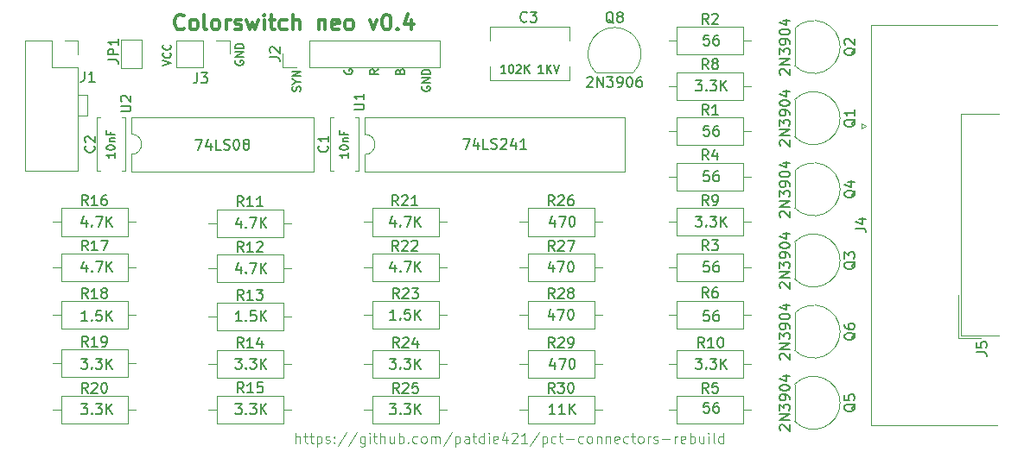
<source format=gbr>
%TF.GenerationSoftware,KiCad,Pcbnew,7.0.8*%
%TF.CreationDate,2026-01-30T12:59:00+01:00*%
%TF.ProjectId,colorswitch,636f6c6f-7273-4776-9974-63682e6b6963,rev?*%
%TF.SameCoordinates,Original*%
%TF.FileFunction,Legend,Top*%
%TF.FilePolarity,Positive*%
%FSLAX46Y46*%
G04 Gerber Fmt 4.6, Leading zero omitted, Abs format (unit mm)*
G04 Created by KiCad (PCBNEW 7.0.8) date 2026-01-30 12:59:00*
%MOMM*%
%LPD*%
G01*
G04 APERTURE LIST*
%ADD10C,0.150000*%
%ADD11C,0.120000*%
%ADD12C,0.300000*%
G04 APERTURE END LIST*
D10*
X111489295Y-81185125D02*
X112289295Y-80918458D01*
X112289295Y-80918458D02*
X111489295Y-80651792D01*
X112213104Y-79927982D02*
X112251200Y-79966078D01*
X112251200Y-79966078D02*
X112289295Y-80080363D01*
X112289295Y-80080363D02*
X112289295Y-80156554D01*
X112289295Y-80156554D02*
X112251200Y-80270840D01*
X112251200Y-80270840D02*
X112175009Y-80347030D01*
X112175009Y-80347030D02*
X112098819Y-80385125D01*
X112098819Y-80385125D02*
X111946438Y-80423221D01*
X111946438Y-80423221D02*
X111832152Y-80423221D01*
X111832152Y-80423221D02*
X111679771Y-80385125D01*
X111679771Y-80385125D02*
X111603580Y-80347030D01*
X111603580Y-80347030D02*
X111527390Y-80270840D01*
X111527390Y-80270840D02*
X111489295Y-80156554D01*
X111489295Y-80156554D02*
X111489295Y-80080363D01*
X111489295Y-80080363D02*
X111527390Y-79966078D01*
X111527390Y-79966078D02*
X111565485Y-79927982D01*
X112213104Y-79127982D02*
X112251200Y-79166078D01*
X112251200Y-79166078D02*
X112289295Y-79280363D01*
X112289295Y-79280363D02*
X112289295Y-79356554D01*
X112289295Y-79356554D02*
X112251200Y-79470840D01*
X112251200Y-79470840D02*
X112175009Y-79547030D01*
X112175009Y-79547030D02*
X112098819Y-79585125D01*
X112098819Y-79585125D02*
X111946438Y-79623221D01*
X111946438Y-79623221D02*
X111832152Y-79623221D01*
X111832152Y-79623221D02*
X111679771Y-79585125D01*
X111679771Y-79585125D02*
X111603580Y-79547030D01*
X111603580Y-79547030D02*
X111527390Y-79470840D01*
X111527390Y-79470840D02*
X111489295Y-79356554D01*
X111489295Y-79356554D02*
X111489295Y-79280363D01*
X111489295Y-79280363D02*
X111527390Y-79166078D01*
X111527390Y-79166078D02*
X111565485Y-79127982D01*
X118639390Y-80698792D02*
X118601295Y-80774982D01*
X118601295Y-80774982D02*
X118601295Y-80889268D01*
X118601295Y-80889268D02*
X118639390Y-81003554D01*
X118639390Y-81003554D02*
X118715580Y-81079744D01*
X118715580Y-81079744D02*
X118791771Y-81117839D01*
X118791771Y-81117839D02*
X118944152Y-81155935D01*
X118944152Y-81155935D02*
X119058438Y-81155935D01*
X119058438Y-81155935D02*
X119210819Y-81117839D01*
X119210819Y-81117839D02*
X119287009Y-81079744D01*
X119287009Y-81079744D02*
X119363200Y-81003554D01*
X119363200Y-81003554D02*
X119401295Y-80889268D01*
X119401295Y-80889268D02*
X119401295Y-80813077D01*
X119401295Y-80813077D02*
X119363200Y-80698792D01*
X119363200Y-80698792D02*
X119325104Y-80660696D01*
X119325104Y-80660696D02*
X119058438Y-80660696D01*
X119058438Y-80660696D02*
X119058438Y-80813077D01*
X119401295Y-80317839D02*
X118601295Y-80317839D01*
X118601295Y-80317839D02*
X119401295Y-79860696D01*
X119401295Y-79860696D02*
X118601295Y-79860696D01*
X119401295Y-79479744D02*
X118601295Y-79479744D01*
X118601295Y-79479744D02*
X118601295Y-79289268D01*
X118601295Y-79289268D02*
X118639390Y-79174982D01*
X118639390Y-79174982D02*
X118715580Y-79098792D01*
X118715580Y-79098792D02*
X118791771Y-79060697D01*
X118791771Y-79060697D02*
X118944152Y-79022601D01*
X118944152Y-79022601D02*
X119058438Y-79022601D01*
X119058438Y-79022601D02*
X119210819Y-79060697D01*
X119210819Y-79060697D02*
X119287009Y-79098792D01*
X119287009Y-79098792D02*
X119363200Y-79174982D01*
X119363200Y-79174982D02*
X119401295Y-79289268D01*
X119401295Y-79289268D02*
X119401295Y-79479744D01*
X124951200Y-83695935D02*
X124989295Y-83581649D01*
X124989295Y-83581649D02*
X124989295Y-83391173D01*
X124989295Y-83391173D02*
X124951200Y-83314982D01*
X124951200Y-83314982D02*
X124913104Y-83276887D01*
X124913104Y-83276887D02*
X124836914Y-83238792D01*
X124836914Y-83238792D02*
X124760723Y-83238792D01*
X124760723Y-83238792D02*
X124684533Y-83276887D01*
X124684533Y-83276887D02*
X124646438Y-83314982D01*
X124646438Y-83314982D02*
X124608342Y-83391173D01*
X124608342Y-83391173D02*
X124570247Y-83543554D01*
X124570247Y-83543554D02*
X124532152Y-83619744D01*
X124532152Y-83619744D02*
X124494057Y-83657839D01*
X124494057Y-83657839D02*
X124417866Y-83695935D01*
X124417866Y-83695935D02*
X124341676Y-83695935D01*
X124341676Y-83695935D02*
X124265485Y-83657839D01*
X124265485Y-83657839D02*
X124227390Y-83619744D01*
X124227390Y-83619744D02*
X124189295Y-83543554D01*
X124189295Y-83543554D02*
X124189295Y-83353077D01*
X124189295Y-83353077D02*
X124227390Y-83238792D01*
X124608342Y-82743553D02*
X124989295Y-82743553D01*
X124189295Y-83010220D02*
X124608342Y-82743553D01*
X124608342Y-82743553D02*
X124189295Y-82476887D01*
X124989295Y-82210220D02*
X124189295Y-82210220D01*
X124189295Y-82210220D02*
X124989295Y-81753077D01*
X124989295Y-81753077D02*
X124189295Y-81753077D01*
X129307390Y-81587792D02*
X129269295Y-81663982D01*
X129269295Y-81663982D02*
X129269295Y-81778268D01*
X129269295Y-81778268D02*
X129307390Y-81892554D01*
X129307390Y-81892554D02*
X129383580Y-81968744D01*
X129383580Y-81968744D02*
X129459771Y-82006839D01*
X129459771Y-82006839D02*
X129612152Y-82044935D01*
X129612152Y-82044935D02*
X129726438Y-82044935D01*
X129726438Y-82044935D02*
X129878819Y-82006839D01*
X129878819Y-82006839D02*
X129955009Y-81968744D01*
X129955009Y-81968744D02*
X130031200Y-81892554D01*
X130031200Y-81892554D02*
X130069295Y-81778268D01*
X130069295Y-81778268D02*
X130069295Y-81702077D01*
X130069295Y-81702077D02*
X130031200Y-81587792D01*
X130031200Y-81587792D02*
X129993104Y-81549696D01*
X129993104Y-81549696D02*
X129726438Y-81549696D01*
X129726438Y-81549696D02*
X129726438Y-81702077D01*
X132609295Y-81549696D02*
X132228342Y-81816363D01*
X132609295Y-82006839D02*
X131809295Y-82006839D01*
X131809295Y-82006839D02*
X131809295Y-81702077D01*
X131809295Y-81702077D02*
X131847390Y-81625887D01*
X131847390Y-81625887D02*
X131885485Y-81587792D01*
X131885485Y-81587792D02*
X131961676Y-81549696D01*
X131961676Y-81549696D02*
X132075961Y-81549696D01*
X132075961Y-81549696D02*
X132152152Y-81587792D01*
X132152152Y-81587792D02*
X132190247Y-81625887D01*
X132190247Y-81625887D02*
X132228342Y-81702077D01*
X132228342Y-81702077D02*
X132228342Y-82006839D01*
X134730247Y-81740173D02*
X134768342Y-81625887D01*
X134768342Y-81625887D02*
X134806438Y-81587792D01*
X134806438Y-81587792D02*
X134882628Y-81549696D01*
X134882628Y-81549696D02*
X134996914Y-81549696D01*
X134996914Y-81549696D02*
X135073104Y-81587792D01*
X135073104Y-81587792D02*
X135111200Y-81625887D01*
X135111200Y-81625887D02*
X135149295Y-81702077D01*
X135149295Y-81702077D02*
X135149295Y-82006839D01*
X135149295Y-82006839D02*
X134349295Y-82006839D01*
X134349295Y-82006839D02*
X134349295Y-81740173D01*
X134349295Y-81740173D02*
X134387390Y-81663982D01*
X134387390Y-81663982D02*
X134425485Y-81625887D01*
X134425485Y-81625887D02*
X134501676Y-81587792D01*
X134501676Y-81587792D02*
X134577866Y-81587792D01*
X134577866Y-81587792D02*
X134654057Y-81625887D01*
X134654057Y-81625887D02*
X134692152Y-81663982D01*
X134692152Y-81663982D02*
X134730247Y-81740173D01*
X134730247Y-81740173D02*
X134730247Y-82006839D01*
X136927390Y-83238792D02*
X136889295Y-83314982D01*
X136889295Y-83314982D02*
X136889295Y-83429268D01*
X136889295Y-83429268D02*
X136927390Y-83543554D01*
X136927390Y-83543554D02*
X137003580Y-83619744D01*
X137003580Y-83619744D02*
X137079771Y-83657839D01*
X137079771Y-83657839D02*
X137232152Y-83695935D01*
X137232152Y-83695935D02*
X137346438Y-83695935D01*
X137346438Y-83695935D02*
X137498819Y-83657839D01*
X137498819Y-83657839D02*
X137575009Y-83619744D01*
X137575009Y-83619744D02*
X137651200Y-83543554D01*
X137651200Y-83543554D02*
X137689295Y-83429268D01*
X137689295Y-83429268D02*
X137689295Y-83353077D01*
X137689295Y-83353077D02*
X137651200Y-83238792D01*
X137651200Y-83238792D02*
X137613104Y-83200696D01*
X137613104Y-83200696D02*
X137346438Y-83200696D01*
X137346438Y-83200696D02*
X137346438Y-83353077D01*
X137689295Y-82857839D02*
X136889295Y-82857839D01*
X136889295Y-82857839D02*
X137689295Y-82400696D01*
X137689295Y-82400696D02*
X136889295Y-82400696D01*
X137689295Y-82019744D02*
X136889295Y-82019744D01*
X136889295Y-82019744D02*
X136889295Y-81829268D01*
X136889295Y-81829268D02*
X136927390Y-81714982D01*
X136927390Y-81714982D02*
X137003580Y-81638792D01*
X137003580Y-81638792D02*
X137079771Y-81600697D01*
X137079771Y-81600697D02*
X137232152Y-81562601D01*
X137232152Y-81562601D02*
X137346438Y-81562601D01*
X137346438Y-81562601D02*
X137498819Y-81600697D01*
X137498819Y-81600697D02*
X137575009Y-81638792D01*
X137575009Y-81638792D02*
X137651200Y-81714982D01*
X137651200Y-81714982D02*
X137689295Y-81829268D01*
X137689295Y-81829268D02*
X137689295Y-82019744D01*
D11*
X103187500Y-84074000D02*
X104076500Y-84074000D01*
X104076500Y-86106000D01*
X103187500Y-86106000D01*
X103187500Y-84074000D01*
D12*
X113552653Y-77508971D02*
X113481225Y-77580400D01*
X113481225Y-77580400D02*
X113266939Y-77651828D01*
X113266939Y-77651828D02*
X113124082Y-77651828D01*
X113124082Y-77651828D02*
X112909796Y-77580400D01*
X112909796Y-77580400D02*
X112766939Y-77437542D01*
X112766939Y-77437542D02*
X112695510Y-77294685D01*
X112695510Y-77294685D02*
X112624082Y-77008971D01*
X112624082Y-77008971D02*
X112624082Y-76794685D01*
X112624082Y-76794685D02*
X112695510Y-76508971D01*
X112695510Y-76508971D02*
X112766939Y-76366114D01*
X112766939Y-76366114D02*
X112909796Y-76223257D01*
X112909796Y-76223257D02*
X113124082Y-76151828D01*
X113124082Y-76151828D02*
X113266939Y-76151828D01*
X113266939Y-76151828D02*
X113481225Y-76223257D01*
X113481225Y-76223257D02*
X113552653Y-76294685D01*
X114409796Y-77651828D02*
X114266939Y-77580400D01*
X114266939Y-77580400D02*
X114195510Y-77508971D01*
X114195510Y-77508971D02*
X114124082Y-77366114D01*
X114124082Y-77366114D02*
X114124082Y-76937542D01*
X114124082Y-76937542D02*
X114195510Y-76794685D01*
X114195510Y-76794685D02*
X114266939Y-76723257D01*
X114266939Y-76723257D02*
X114409796Y-76651828D01*
X114409796Y-76651828D02*
X114624082Y-76651828D01*
X114624082Y-76651828D02*
X114766939Y-76723257D01*
X114766939Y-76723257D02*
X114838368Y-76794685D01*
X114838368Y-76794685D02*
X114909796Y-76937542D01*
X114909796Y-76937542D02*
X114909796Y-77366114D01*
X114909796Y-77366114D02*
X114838368Y-77508971D01*
X114838368Y-77508971D02*
X114766939Y-77580400D01*
X114766939Y-77580400D02*
X114624082Y-77651828D01*
X114624082Y-77651828D02*
X114409796Y-77651828D01*
X115766939Y-77651828D02*
X115624082Y-77580400D01*
X115624082Y-77580400D02*
X115552653Y-77437542D01*
X115552653Y-77437542D02*
X115552653Y-76151828D01*
X116552653Y-77651828D02*
X116409796Y-77580400D01*
X116409796Y-77580400D02*
X116338367Y-77508971D01*
X116338367Y-77508971D02*
X116266939Y-77366114D01*
X116266939Y-77366114D02*
X116266939Y-76937542D01*
X116266939Y-76937542D02*
X116338367Y-76794685D01*
X116338367Y-76794685D02*
X116409796Y-76723257D01*
X116409796Y-76723257D02*
X116552653Y-76651828D01*
X116552653Y-76651828D02*
X116766939Y-76651828D01*
X116766939Y-76651828D02*
X116909796Y-76723257D01*
X116909796Y-76723257D02*
X116981225Y-76794685D01*
X116981225Y-76794685D02*
X117052653Y-76937542D01*
X117052653Y-76937542D02*
X117052653Y-77366114D01*
X117052653Y-77366114D02*
X116981225Y-77508971D01*
X116981225Y-77508971D02*
X116909796Y-77580400D01*
X116909796Y-77580400D02*
X116766939Y-77651828D01*
X116766939Y-77651828D02*
X116552653Y-77651828D01*
X117695510Y-77651828D02*
X117695510Y-76651828D01*
X117695510Y-76937542D02*
X117766939Y-76794685D01*
X117766939Y-76794685D02*
X117838368Y-76723257D01*
X117838368Y-76723257D02*
X117981225Y-76651828D01*
X117981225Y-76651828D02*
X118124082Y-76651828D01*
X118552653Y-77580400D02*
X118695510Y-77651828D01*
X118695510Y-77651828D02*
X118981224Y-77651828D01*
X118981224Y-77651828D02*
X119124081Y-77580400D01*
X119124081Y-77580400D02*
X119195510Y-77437542D01*
X119195510Y-77437542D02*
X119195510Y-77366114D01*
X119195510Y-77366114D02*
X119124081Y-77223257D01*
X119124081Y-77223257D02*
X118981224Y-77151828D01*
X118981224Y-77151828D02*
X118766939Y-77151828D01*
X118766939Y-77151828D02*
X118624081Y-77080400D01*
X118624081Y-77080400D02*
X118552653Y-76937542D01*
X118552653Y-76937542D02*
X118552653Y-76866114D01*
X118552653Y-76866114D02*
X118624081Y-76723257D01*
X118624081Y-76723257D02*
X118766939Y-76651828D01*
X118766939Y-76651828D02*
X118981224Y-76651828D01*
X118981224Y-76651828D02*
X119124081Y-76723257D01*
X119695510Y-76651828D02*
X119981225Y-77651828D01*
X119981225Y-77651828D02*
X120266939Y-76937542D01*
X120266939Y-76937542D02*
X120552653Y-77651828D01*
X120552653Y-77651828D02*
X120838367Y-76651828D01*
X121409796Y-77651828D02*
X121409796Y-76651828D01*
X121409796Y-76151828D02*
X121338368Y-76223257D01*
X121338368Y-76223257D02*
X121409796Y-76294685D01*
X121409796Y-76294685D02*
X121481225Y-76223257D01*
X121481225Y-76223257D02*
X121409796Y-76151828D01*
X121409796Y-76151828D02*
X121409796Y-76294685D01*
X121909797Y-76651828D02*
X122481225Y-76651828D01*
X122124082Y-76151828D02*
X122124082Y-77437542D01*
X122124082Y-77437542D02*
X122195511Y-77580400D01*
X122195511Y-77580400D02*
X122338368Y-77651828D01*
X122338368Y-77651828D02*
X122481225Y-77651828D01*
X123624083Y-77580400D02*
X123481225Y-77651828D01*
X123481225Y-77651828D02*
X123195511Y-77651828D01*
X123195511Y-77651828D02*
X123052654Y-77580400D01*
X123052654Y-77580400D02*
X122981225Y-77508971D01*
X122981225Y-77508971D02*
X122909797Y-77366114D01*
X122909797Y-77366114D02*
X122909797Y-76937542D01*
X122909797Y-76937542D02*
X122981225Y-76794685D01*
X122981225Y-76794685D02*
X123052654Y-76723257D01*
X123052654Y-76723257D02*
X123195511Y-76651828D01*
X123195511Y-76651828D02*
X123481225Y-76651828D01*
X123481225Y-76651828D02*
X123624083Y-76723257D01*
X124266939Y-77651828D02*
X124266939Y-76151828D01*
X124909797Y-77651828D02*
X124909797Y-76866114D01*
X124909797Y-76866114D02*
X124838368Y-76723257D01*
X124838368Y-76723257D02*
X124695511Y-76651828D01*
X124695511Y-76651828D02*
X124481225Y-76651828D01*
X124481225Y-76651828D02*
X124338368Y-76723257D01*
X124338368Y-76723257D02*
X124266939Y-76794685D01*
X126766939Y-76651828D02*
X126766939Y-77651828D01*
X126766939Y-76794685D02*
X126838368Y-76723257D01*
X126838368Y-76723257D02*
X126981225Y-76651828D01*
X126981225Y-76651828D02*
X127195511Y-76651828D01*
X127195511Y-76651828D02*
X127338368Y-76723257D01*
X127338368Y-76723257D02*
X127409797Y-76866114D01*
X127409797Y-76866114D02*
X127409797Y-77651828D01*
X128695511Y-77580400D02*
X128552654Y-77651828D01*
X128552654Y-77651828D02*
X128266940Y-77651828D01*
X128266940Y-77651828D02*
X128124082Y-77580400D01*
X128124082Y-77580400D02*
X128052654Y-77437542D01*
X128052654Y-77437542D02*
X128052654Y-76866114D01*
X128052654Y-76866114D02*
X128124082Y-76723257D01*
X128124082Y-76723257D02*
X128266940Y-76651828D01*
X128266940Y-76651828D02*
X128552654Y-76651828D01*
X128552654Y-76651828D02*
X128695511Y-76723257D01*
X128695511Y-76723257D02*
X128766940Y-76866114D01*
X128766940Y-76866114D02*
X128766940Y-77008971D01*
X128766940Y-77008971D02*
X128052654Y-77151828D01*
X129624082Y-77651828D02*
X129481225Y-77580400D01*
X129481225Y-77580400D02*
X129409796Y-77508971D01*
X129409796Y-77508971D02*
X129338368Y-77366114D01*
X129338368Y-77366114D02*
X129338368Y-76937542D01*
X129338368Y-76937542D02*
X129409796Y-76794685D01*
X129409796Y-76794685D02*
X129481225Y-76723257D01*
X129481225Y-76723257D02*
X129624082Y-76651828D01*
X129624082Y-76651828D02*
X129838368Y-76651828D01*
X129838368Y-76651828D02*
X129981225Y-76723257D01*
X129981225Y-76723257D02*
X130052654Y-76794685D01*
X130052654Y-76794685D02*
X130124082Y-76937542D01*
X130124082Y-76937542D02*
X130124082Y-77366114D01*
X130124082Y-77366114D02*
X130052654Y-77508971D01*
X130052654Y-77508971D02*
X129981225Y-77580400D01*
X129981225Y-77580400D02*
X129838368Y-77651828D01*
X129838368Y-77651828D02*
X129624082Y-77651828D01*
X131766939Y-76651828D02*
X132124082Y-77651828D01*
X132124082Y-77651828D02*
X132481225Y-76651828D01*
X133338368Y-76151828D02*
X133481225Y-76151828D01*
X133481225Y-76151828D02*
X133624082Y-76223257D01*
X133624082Y-76223257D02*
X133695511Y-76294685D01*
X133695511Y-76294685D02*
X133766939Y-76437542D01*
X133766939Y-76437542D02*
X133838368Y-76723257D01*
X133838368Y-76723257D02*
X133838368Y-77080400D01*
X133838368Y-77080400D02*
X133766939Y-77366114D01*
X133766939Y-77366114D02*
X133695511Y-77508971D01*
X133695511Y-77508971D02*
X133624082Y-77580400D01*
X133624082Y-77580400D02*
X133481225Y-77651828D01*
X133481225Y-77651828D02*
X133338368Y-77651828D01*
X133338368Y-77651828D02*
X133195511Y-77580400D01*
X133195511Y-77580400D02*
X133124082Y-77508971D01*
X133124082Y-77508971D02*
X133052653Y-77366114D01*
X133052653Y-77366114D02*
X132981225Y-77080400D01*
X132981225Y-77080400D02*
X132981225Y-76723257D01*
X132981225Y-76723257D02*
X133052653Y-76437542D01*
X133052653Y-76437542D02*
X133124082Y-76294685D01*
X133124082Y-76294685D02*
X133195511Y-76223257D01*
X133195511Y-76223257D02*
X133338368Y-76151828D01*
X134481224Y-77508971D02*
X134552653Y-77580400D01*
X134552653Y-77580400D02*
X134481224Y-77651828D01*
X134481224Y-77651828D02*
X134409796Y-77580400D01*
X134409796Y-77580400D02*
X134481224Y-77508971D01*
X134481224Y-77508971D02*
X134481224Y-77651828D01*
X135838368Y-76651828D02*
X135838368Y-77651828D01*
X135481225Y-76080400D02*
X135124082Y-77151828D01*
X135124082Y-77151828D02*
X136052653Y-77151828D01*
D11*
X124523042Y-118235379D02*
X124523042Y-117235379D01*
X124951613Y-118235379D02*
X124951613Y-117711569D01*
X124951613Y-117711569D02*
X124903994Y-117616331D01*
X124903994Y-117616331D02*
X124808756Y-117568712D01*
X124808756Y-117568712D02*
X124665899Y-117568712D01*
X124665899Y-117568712D02*
X124570661Y-117616331D01*
X124570661Y-117616331D02*
X124523042Y-117663950D01*
X125284947Y-117568712D02*
X125665899Y-117568712D01*
X125427804Y-117235379D02*
X125427804Y-118092521D01*
X125427804Y-118092521D02*
X125475423Y-118187760D01*
X125475423Y-118187760D02*
X125570661Y-118235379D01*
X125570661Y-118235379D02*
X125665899Y-118235379D01*
X125856376Y-117568712D02*
X126237328Y-117568712D01*
X125999233Y-117235379D02*
X125999233Y-118092521D01*
X125999233Y-118092521D02*
X126046852Y-118187760D01*
X126046852Y-118187760D02*
X126142090Y-118235379D01*
X126142090Y-118235379D02*
X126237328Y-118235379D01*
X126570662Y-117568712D02*
X126570662Y-118568712D01*
X126570662Y-117616331D02*
X126665900Y-117568712D01*
X126665900Y-117568712D02*
X126856376Y-117568712D01*
X126856376Y-117568712D02*
X126951614Y-117616331D01*
X126951614Y-117616331D02*
X126999233Y-117663950D01*
X126999233Y-117663950D02*
X127046852Y-117759188D01*
X127046852Y-117759188D02*
X127046852Y-118044902D01*
X127046852Y-118044902D02*
X126999233Y-118140140D01*
X126999233Y-118140140D02*
X126951614Y-118187760D01*
X126951614Y-118187760D02*
X126856376Y-118235379D01*
X126856376Y-118235379D02*
X126665900Y-118235379D01*
X126665900Y-118235379D02*
X126570662Y-118187760D01*
X127427805Y-118187760D02*
X127523043Y-118235379D01*
X127523043Y-118235379D02*
X127713519Y-118235379D01*
X127713519Y-118235379D02*
X127808757Y-118187760D01*
X127808757Y-118187760D02*
X127856376Y-118092521D01*
X127856376Y-118092521D02*
X127856376Y-118044902D01*
X127856376Y-118044902D02*
X127808757Y-117949664D01*
X127808757Y-117949664D02*
X127713519Y-117902045D01*
X127713519Y-117902045D02*
X127570662Y-117902045D01*
X127570662Y-117902045D02*
X127475424Y-117854426D01*
X127475424Y-117854426D02*
X127427805Y-117759188D01*
X127427805Y-117759188D02*
X127427805Y-117711569D01*
X127427805Y-117711569D02*
X127475424Y-117616331D01*
X127475424Y-117616331D02*
X127570662Y-117568712D01*
X127570662Y-117568712D02*
X127713519Y-117568712D01*
X127713519Y-117568712D02*
X127808757Y-117616331D01*
X128284948Y-118140140D02*
X128332567Y-118187760D01*
X128332567Y-118187760D02*
X128284948Y-118235379D01*
X128284948Y-118235379D02*
X128237329Y-118187760D01*
X128237329Y-118187760D02*
X128284948Y-118140140D01*
X128284948Y-118140140D02*
X128284948Y-118235379D01*
X128284948Y-117616331D02*
X128332567Y-117663950D01*
X128332567Y-117663950D02*
X128284948Y-117711569D01*
X128284948Y-117711569D02*
X128237329Y-117663950D01*
X128237329Y-117663950D02*
X128284948Y-117616331D01*
X128284948Y-117616331D02*
X128284948Y-117711569D01*
X129475423Y-117187760D02*
X128618281Y-118473474D01*
X130523042Y-117187760D02*
X129665900Y-118473474D01*
X131284947Y-117568712D02*
X131284947Y-118378236D01*
X131284947Y-118378236D02*
X131237328Y-118473474D01*
X131237328Y-118473474D02*
X131189709Y-118521093D01*
X131189709Y-118521093D02*
X131094471Y-118568712D01*
X131094471Y-118568712D02*
X130951614Y-118568712D01*
X130951614Y-118568712D02*
X130856376Y-118521093D01*
X131284947Y-118187760D02*
X131189709Y-118235379D01*
X131189709Y-118235379D02*
X130999233Y-118235379D01*
X130999233Y-118235379D02*
X130903995Y-118187760D01*
X130903995Y-118187760D02*
X130856376Y-118140140D01*
X130856376Y-118140140D02*
X130808757Y-118044902D01*
X130808757Y-118044902D02*
X130808757Y-117759188D01*
X130808757Y-117759188D02*
X130856376Y-117663950D01*
X130856376Y-117663950D02*
X130903995Y-117616331D01*
X130903995Y-117616331D02*
X130999233Y-117568712D01*
X130999233Y-117568712D02*
X131189709Y-117568712D01*
X131189709Y-117568712D02*
X131284947Y-117616331D01*
X131761138Y-118235379D02*
X131761138Y-117568712D01*
X131761138Y-117235379D02*
X131713519Y-117282998D01*
X131713519Y-117282998D02*
X131761138Y-117330617D01*
X131761138Y-117330617D02*
X131808757Y-117282998D01*
X131808757Y-117282998D02*
X131761138Y-117235379D01*
X131761138Y-117235379D02*
X131761138Y-117330617D01*
X132094471Y-117568712D02*
X132475423Y-117568712D01*
X132237328Y-117235379D02*
X132237328Y-118092521D01*
X132237328Y-118092521D02*
X132284947Y-118187760D01*
X132284947Y-118187760D02*
X132380185Y-118235379D01*
X132380185Y-118235379D02*
X132475423Y-118235379D01*
X132808757Y-118235379D02*
X132808757Y-117235379D01*
X133237328Y-118235379D02*
X133237328Y-117711569D01*
X133237328Y-117711569D02*
X133189709Y-117616331D01*
X133189709Y-117616331D02*
X133094471Y-117568712D01*
X133094471Y-117568712D02*
X132951614Y-117568712D01*
X132951614Y-117568712D02*
X132856376Y-117616331D01*
X132856376Y-117616331D02*
X132808757Y-117663950D01*
X134142090Y-117568712D02*
X134142090Y-118235379D01*
X133713519Y-117568712D02*
X133713519Y-118092521D01*
X133713519Y-118092521D02*
X133761138Y-118187760D01*
X133761138Y-118187760D02*
X133856376Y-118235379D01*
X133856376Y-118235379D02*
X133999233Y-118235379D01*
X133999233Y-118235379D02*
X134094471Y-118187760D01*
X134094471Y-118187760D02*
X134142090Y-118140140D01*
X134618281Y-118235379D02*
X134618281Y-117235379D01*
X134618281Y-117616331D02*
X134713519Y-117568712D01*
X134713519Y-117568712D02*
X134903995Y-117568712D01*
X134903995Y-117568712D02*
X134999233Y-117616331D01*
X134999233Y-117616331D02*
X135046852Y-117663950D01*
X135046852Y-117663950D02*
X135094471Y-117759188D01*
X135094471Y-117759188D02*
X135094471Y-118044902D01*
X135094471Y-118044902D02*
X135046852Y-118140140D01*
X135046852Y-118140140D02*
X134999233Y-118187760D01*
X134999233Y-118187760D02*
X134903995Y-118235379D01*
X134903995Y-118235379D02*
X134713519Y-118235379D01*
X134713519Y-118235379D02*
X134618281Y-118187760D01*
X135523043Y-118140140D02*
X135570662Y-118187760D01*
X135570662Y-118187760D02*
X135523043Y-118235379D01*
X135523043Y-118235379D02*
X135475424Y-118187760D01*
X135475424Y-118187760D02*
X135523043Y-118140140D01*
X135523043Y-118140140D02*
X135523043Y-118235379D01*
X136427804Y-118187760D02*
X136332566Y-118235379D01*
X136332566Y-118235379D02*
X136142090Y-118235379D01*
X136142090Y-118235379D02*
X136046852Y-118187760D01*
X136046852Y-118187760D02*
X135999233Y-118140140D01*
X135999233Y-118140140D02*
X135951614Y-118044902D01*
X135951614Y-118044902D02*
X135951614Y-117759188D01*
X135951614Y-117759188D02*
X135999233Y-117663950D01*
X135999233Y-117663950D02*
X136046852Y-117616331D01*
X136046852Y-117616331D02*
X136142090Y-117568712D01*
X136142090Y-117568712D02*
X136332566Y-117568712D01*
X136332566Y-117568712D02*
X136427804Y-117616331D01*
X136999233Y-118235379D02*
X136903995Y-118187760D01*
X136903995Y-118187760D02*
X136856376Y-118140140D01*
X136856376Y-118140140D02*
X136808757Y-118044902D01*
X136808757Y-118044902D02*
X136808757Y-117759188D01*
X136808757Y-117759188D02*
X136856376Y-117663950D01*
X136856376Y-117663950D02*
X136903995Y-117616331D01*
X136903995Y-117616331D02*
X136999233Y-117568712D01*
X136999233Y-117568712D02*
X137142090Y-117568712D01*
X137142090Y-117568712D02*
X137237328Y-117616331D01*
X137237328Y-117616331D02*
X137284947Y-117663950D01*
X137284947Y-117663950D02*
X137332566Y-117759188D01*
X137332566Y-117759188D02*
X137332566Y-118044902D01*
X137332566Y-118044902D02*
X137284947Y-118140140D01*
X137284947Y-118140140D02*
X137237328Y-118187760D01*
X137237328Y-118187760D02*
X137142090Y-118235379D01*
X137142090Y-118235379D02*
X136999233Y-118235379D01*
X137761138Y-118235379D02*
X137761138Y-117568712D01*
X137761138Y-117663950D02*
X137808757Y-117616331D01*
X137808757Y-117616331D02*
X137903995Y-117568712D01*
X137903995Y-117568712D02*
X138046852Y-117568712D01*
X138046852Y-117568712D02*
X138142090Y-117616331D01*
X138142090Y-117616331D02*
X138189709Y-117711569D01*
X138189709Y-117711569D02*
X138189709Y-118235379D01*
X138189709Y-117711569D02*
X138237328Y-117616331D01*
X138237328Y-117616331D02*
X138332566Y-117568712D01*
X138332566Y-117568712D02*
X138475423Y-117568712D01*
X138475423Y-117568712D02*
X138570662Y-117616331D01*
X138570662Y-117616331D02*
X138618281Y-117711569D01*
X138618281Y-117711569D02*
X138618281Y-118235379D01*
X139808756Y-117187760D02*
X138951614Y-118473474D01*
X140142090Y-117568712D02*
X140142090Y-118568712D01*
X140142090Y-117616331D02*
X140237328Y-117568712D01*
X140237328Y-117568712D02*
X140427804Y-117568712D01*
X140427804Y-117568712D02*
X140523042Y-117616331D01*
X140523042Y-117616331D02*
X140570661Y-117663950D01*
X140570661Y-117663950D02*
X140618280Y-117759188D01*
X140618280Y-117759188D02*
X140618280Y-118044902D01*
X140618280Y-118044902D02*
X140570661Y-118140140D01*
X140570661Y-118140140D02*
X140523042Y-118187760D01*
X140523042Y-118187760D02*
X140427804Y-118235379D01*
X140427804Y-118235379D02*
X140237328Y-118235379D01*
X140237328Y-118235379D02*
X140142090Y-118187760D01*
X141475423Y-118235379D02*
X141475423Y-117711569D01*
X141475423Y-117711569D02*
X141427804Y-117616331D01*
X141427804Y-117616331D02*
X141332566Y-117568712D01*
X141332566Y-117568712D02*
X141142090Y-117568712D01*
X141142090Y-117568712D02*
X141046852Y-117616331D01*
X141475423Y-118187760D02*
X141380185Y-118235379D01*
X141380185Y-118235379D02*
X141142090Y-118235379D01*
X141142090Y-118235379D02*
X141046852Y-118187760D01*
X141046852Y-118187760D02*
X140999233Y-118092521D01*
X140999233Y-118092521D02*
X140999233Y-117997283D01*
X140999233Y-117997283D02*
X141046852Y-117902045D01*
X141046852Y-117902045D02*
X141142090Y-117854426D01*
X141142090Y-117854426D02*
X141380185Y-117854426D01*
X141380185Y-117854426D02*
X141475423Y-117806807D01*
X141808757Y-117568712D02*
X142189709Y-117568712D01*
X141951614Y-117235379D02*
X141951614Y-118092521D01*
X141951614Y-118092521D02*
X141999233Y-118187760D01*
X141999233Y-118187760D02*
X142094471Y-118235379D01*
X142094471Y-118235379D02*
X142189709Y-118235379D01*
X142951614Y-118235379D02*
X142951614Y-117235379D01*
X142951614Y-118187760D02*
X142856376Y-118235379D01*
X142856376Y-118235379D02*
X142665900Y-118235379D01*
X142665900Y-118235379D02*
X142570662Y-118187760D01*
X142570662Y-118187760D02*
X142523043Y-118140140D01*
X142523043Y-118140140D02*
X142475424Y-118044902D01*
X142475424Y-118044902D02*
X142475424Y-117759188D01*
X142475424Y-117759188D02*
X142523043Y-117663950D01*
X142523043Y-117663950D02*
X142570662Y-117616331D01*
X142570662Y-117616331D02*
X142665900Y-117568712D01*
X142665900Y-117568712D02*
X142856376Y-117568712D01*
X142856376Y-117568712D02*
X142951614Y-117616331D01*
X143427805Y-118235379D02*
X143427805Y-117568712D01*
X143427805Y-117235379D02*
X143380186Y-117282998D01*
X143380186Y-117282998D02*
X143427805Y-117330617D01*
X143427805Y-117330617D02*
X143475424Y-117282998D01*
X143475424Y-117282998D02*
X143427805Y-117235379D01*
X143427805Y-117235379D02*
X143427805Y-117330617D01*
X144284947Y-118187760D02*
X144189709Y-118235379D01*
X144189709Y-118235379D02*
X143999233Y-118235379D01*
X143999233Y-118235379D02*
X143903995Y-118187760D01*
X143903995Y-118187760D02*
X143856376Y-118092521D01*
X143856376Y-118092521D02*
X143856376Y-117711569D01*
X143856376Y-117711569D02*
X143903995Y-117616331D01*
X143903995Y-117616331D02*
X143999233Y-117568712D01*
X143999233Y-117568712D02*
X144189709Y-117568712D01*
X144189709Y-117568712D02*
X144284947Y-117616331D01*
X144284947Y-117616331D02*
X144332566Y-117711569D01*
X144332566Y-117711569D02*
X144332566Y-117806807D01*
X144332566Y-117806807D02*
X143856376Y-117902045D01*
X145189709Y-117568712D02*
X145189709Y-118235379D01*
X144951614Y-117187760D02*
X144713519Y-117902045D01*
X144713519Y-117902045D02*
X145332566Y-117902045D01*
X145665900Y-117330617D02*
X145713519Y-117282998D01*
X145713519Y-117282998D02*
X145808757Y-117235379D01*
X145808757Y-117235379D02*
X146046852Y-117235379D01*
X146046852Y-117235379D02*
X146142090Y-117282998D01*
X146142090Y-117282998D02*
X146189709Y-117330617D01*
X146189709Y-117330617D02*
X146237328Y-117425855D01*
X146237328Y-117425855D02*
X146237328Y-117521093D01*
X146237328Y-117521093D02*
X146189709Y-117663950D01*
X146189709Y-117663950D02*
X145618281Y-118235379D01*
X145618281Y-118235379D02*
X146237328Y-118235379D01*
X147189709Y-118235379D02*
X146618281Y-118235379D01*
X146903995Y-118235379D02*
X146903995Y-117235379D01*
X146903995Y-117235379D02*
X146808757Y-117378236D01*
X146808757Y-117378236D02*
X146713519Y-117473474D01*
X146713519Y-117473474D02*
X146618281Y-117521093D01*
X148332566Y-117187760D02*
X147475424Y-118473474D01*
X148665900Y-117568712D02*
X148665900Y-118568712D01*
X148665900Y-117616331D02*
X148761138Y-117568712D01*
X148761138Y-117568712D02*
X148951614Y-117568712D01*
X148951614Y-117568712D02*
X149046852Y-117616331D01*
X149046852Y-117616331D02*
X149094471Y-117663950D01*
X149094471Y-117663950D02*
X149142090Y-117759188D01*
X149142090Y-117759188D02*
X149142090Y-118044902D01*
X149142090Y-118044902D02*
X149094471Y-118140140D01*
X149094471Y-118140140D02*
X149046852Y-118187760D01*
X149046852Y-118187760D02*
X148951614Y-118235379D01*
X148951614Y-118235379D02*
X148761138Y-118235379D01*
X148761138Y-118235379D02*
X148665900Y-118187760D01*
X149999233Y-118187760D02*
X149903995Y-118235379D01*
X149903995Y-118235379D02*
X149713519Y-118235379D01*
X149713519Y-118235379D02*
X149618281Y-118187760D01*
X149618281Y-118187760D02*
X149570662Y-118140140D01*
X149570662Y-118140140D02*
X149523043Y-118044902D01*
X149523043Y-118044902D02*
X149523043Y-117759188D01*
X149523043Y-117759188D02*
X149570662Y-117663950D01*
X149570662Y-117663950D02*
X149618281Y-117616331D01*
X149618281Y-117616331D02*
X149713519Y-117568712D01*
X149713519Y-117568712D02*
X149903995Y-117568712D01*
X149903995Y-117568712D02*
X149999233Y-117616331D01*
X150284948Y-117568712D02*
X150665900Y-117568712D01*
X150427805Y-117235379D02*
X150427805Y-118092521D01*
X150427805Y-118092521D02*
X150475424Y-118187760D01*
X150475424Y-118187760D02*
X150570662Y-118235379D01*
X150570662Y-118235379D02*
X150665900Y-118235379D01*
X150999234Y-117854426D02*
X151761139Y-117854426D01*
X152665900Y-118187760D02*
X152570662Y-118235379D01*
X152570662Y-118235379D02*
X152380186Y-118235379D01*
X152380186Y-118235379D02*
X152284948Y-118187760D01*
X152284948Y-118187760D02*
X152237329Y-118140140D01*
X152237329Y-118140140D02*
X152189710Y-118044902D01*
X152189710Y-118044902D02*
X152189710Y-117759188D01*
X152189710Y-117759188D02*
X152237329Y-117663950D01*
X152237329Y-117663950D02*
X152284948Y-117616331D01*
X152284948Y-117616331D02*
X152380186Y-117568712D01*
X152380186Y-117568712D02*
X152570662Y-117568712D01*
X152570662Y-117568712D02*
X152665900Y-117616331D01*
X153237329Y-118235379D02*
X153142091Y-118187760D01*
X153142091Y-118187760D02*
X153094472Y-118140140D01*
X153094472Y-118140140D02*
X153046853Y-118044902D01*
X153046853Y-118044902D02*
X153046853Y-117759188D01*
X153046853Y-117759188D02*
X153094472Y-117663950D01*
X153094472Y-117663950D02*
X153142091Y-117616331D01*
X153142091Y-117616331D02*
X153237329Y-117568712D01*
X153237329Y-117568712D02*
X153380186Y-117568712D01*
X153380186Y-117568712D02*
X153475424Y-117616331D01*
X153475424Y-117616331D02*
X153523043Y-117663950D01*
X153523043Y-117663950D02*
X153570662Y-117759188D01*
X153570662Y-117759188D02*
X153570662Y-118044902D01*
X153570662Y-118044902D02*
X153523043Y-118140140D01*
X153523043Y-118140140D02*
X153475424Y-118187760D01*
X153475424Y-118187760D02*
X153380186Y-118235379D01*
X153380186Y-118235379D02*
X153237329Y-118235379D01*
X153999234Y-117568712D02*
X153999234Y-118235379D01*
X153999234Y-117663950D02*
X154046853Y-117616331D01*
X154046853Y-117616331D02*
X154142091Y-117568712D01*
X154142091Y-117568712D02*
X154284948Y-117568712D01*
X154284948Y-117568712D02*
X154380186Y-117616331D01*
X154380186Y-117616331D02*
X154427805Y-117711569D01*
X154427805Y-117711569D02*
X154427805Y-118235379D01*
X154903996Y-117568712D02*
X154903996Y-118235379D01*
X154903996Y-117663950D02*
X154951615Y-117616331D01*
X154951615Y-117616331D02*
X155046853Y-117568712D01*
X155046853Y-117568712D02*
X155189710Y-117568712D01*
X155189710Y-117568712D02*
X155284948Y-117616331D01*
X155284948Y-117616331D02*
X155332567Y-117711569D01*
X155332567Y-117711569D02*
X155332567Y-118235379D01*
X156189710Y-118187760D02*
X156094472Y-118235379D01*
X156094472Y-118235379D02*
X155903996Y-118235379D01*
X155903996Y-118235379D02*
X155808758Y-118187760D01*
X155808758Y-118187760D02*
X155761139Y-118092521D01*
X155761139Y-118092521D02*
X155761139Y-117711569D01*
X155761139Y-117711569D02*
X155808758Y-117616331D01*
X155808758Y-117616331D02*
X155903996Y-117568712D01*
X155903996Y-117568712D02*
X156094472Y-117568712D01*
X156094472Y-117568712D02*
X156189710Y-117616331D01*
X156189710Y-117616331D02*
X156237329Y-117711569D01*
X156237329Y-117711569D02*
X156237329Y-117806807D01*
X156237329Y-117806807D02*
X155761139Y-117902045D01*
X157094472Y-118187760D02*
X156999234Y-118235379D01*
X156999234Y-118235379D02*
X156808758Y-118235379D01*
X156808758Y-118235379D02*
X156713520Y-118187760D01*
X156713520Y-118187760D02*
X156665901Y-118140140D01*
X156665901Y-118140140D02*
X156618282Y-118044902D01*
X156618282Y-118044902D02*
X156618282Y-117759188D01*
X156618282Y-117759188D02*
X156665901Y-117663950D01*
X156665901Y-117663950D02*
X156713520Y-117616331D01*
X156713520Y-117616331D02*
X156808758Y-117568712D01*
X156808758Y-117568712D02*
X156999234Y-117568712D01*
X156999234Y-117568712D02*
X157094472Y-117616331D01*
X157380187Y-117568712D02*
X157761139Y-117568712D01*
X157523044Y-117235379D02*
X157523044Y-118092521D01*
X157523044Y-118092521D02*
X157570663Y-118187760D01*
X157570663Y-118187760D02*
X157665901Y-118235379D01*
X157665901Y-118235379D02*
X157761139Y-118235379D01*
X158237330Y-118235379D02*
X158142092Y-118187760D01*
X158142092Y-118187760D02*
X158094473Y-118140140D01*
X158094473Y-118140140D02*
X158046854Y-118044902D01*
X158046854Y-118044902D02*
X158046854Y-117759188D01*
X158046854Y-117759188D02*
X158094473Y-117663950D01*
X158094473Y-117663950D02*
X158142092Y-117616331D01*
X158142092Y-117616331D02*
X158237330Y-117568712D01*
X158237330Y-117568712D02*
X158380187Y-117568712D01*
X158380187Y-117568712D02*
X158475425Y-117616331D01*
X158475425Y-117616331D02*
X158523044Y-117663950D01*
X158523044Y-117663950D02*
X158570663Y-117759188D01*
X158570663Y-117759188D02*
X158570663Y-118044902D01*
X158570663Y-118044902D02*
X158523044Y-118140140D01*
X158523044Y-118140140D02*
X158475425Y-118187760D01*
X158475425Y-118187760D02*
X158380187Y-118235379D01*
X158380187Y-118235379D02*
X158237330Y-118235379D01*
X158999235Y-118235379D02*
X158999235Y-117568712D01*
X158999235Y-117759188D02*
X159046854Y-117663950D01*
X159046854Y-117663950D02*
X159094473Y-117616331D01*
X159094473Y-117616331D02*
X159189711Y-117568712D01*
X159189711Y-117568712D02*
X159284949Y-117568712D01*
X159570664Y-118187760D02*
X159665902Y-118235379D01*
X159665902Y-118235379D02*
X159856378Y-118235379D01*
X159856378Y-118235379D02*
X159951616Y-118187760D01*
X159951616Y-118187760D02*
X159999235Y-118092521D01*
X159999235Y-118092521D02*
X159999235Y-118044902D01*
X159999235Y-118044902D02*
X159951616Y-117949664D01*
X159951616Y-117949664D02*
X159856378Y-117902045D01*
X159856378Y-117902045D02*
X159713521Y-117902045D01*
X159713521Y-117902045D02*
X159618283Y-117854426D01*
X159618283Y-117854426D02*
X159570664Y-117759188D01*
X159570664Y-117759188D02*
X159570664Y-117711569D01*
X159570664Y-117711569D02*
X159618283Y-117616331D01*
X159618283Y-117616331D02*
X159713521Y-117568712D01*
X159713521Y-117568712D02*
X159856378Y-117568712D01*
X159856378Y-117568712D02*
X159951616Y-117616331D01*
X160427807Y-117854426D02*
X161189712Y-117854426D01*
X161665902Y-118235379D02*
X161665902Y-117568712D01*
X161665902Y-117759188D02*
X161713521Y-117663950D01*
X161713521Y-117663950D02*
X161761140Y-117616331D01*
X161761140Y-117616331D02*
X161856378Y-117568712D01*
X161856378Y-117568712D02*
X161951616Y-117568712D01*
X162665902Y-118187760D02*
X162570664Y-118235379D01*
X162570664Y-118235379D02*
X162380188Y-118235379D01*
X162380188Y-118235379D02*
X162284950Y-118187760D01*
X162284950Y-118187760D02*
X162237331Y-118092521D01*
X162237331Y-118092521D02*
X162237331Y-117711569D01*
X162237331Y-117711569D02*
X162284950Y-117616331D01*
X162284950Y-117616331D02*
X162380188Y-117568712D01*
X162380188Y-117568712D02*
X162570664Y-117568712D01*
X162570664Y-117568712D02*
X162665902Y-117616331D01*
X162665902Y-117616331D02*
X162713521Y-117711569D01*
X162713521Y-117711569D02*
X162713521Y-117806807D01*
X162713521Y-117806807D02*
X162237331Y-117902045D01*
X163142093Y-118235379D02*
X163142093Y-117235379D01*
X163142093Y-117616331D02*
X163237331Y-117568712D01*
X163237331Y-117568712D02*
X163427807Y-117568712D01*
X163427807Y-117568712D02*
X163523045Y-117616331D01*
X163523045Y-117616331D02*
X163570664Y-117663950D01*
X163570664Y-117663950D02*
X163618283Y-117759188D01*
X163618283Y-117759188D02*
X163618283Y-118044902D01*
X163618283Y-118044902D02*
X163570664Y-118140140D01*
X163570664Y-118140140D02*
X163523045Y-118187760D01*
X163523045Y-118187760D02*
X163427807Y-118235379D01*
X163427807Y-118235379D02*
X163237331Y-118235379D01*
X163237331Y-118235379D02*
X163142093Y-118187760D01*
X164475426Y-117568712D02*
X164475426Y-118235379D01*
X164046855Y-117568712D02*
X164046855Y-118092521D01*
X164046855Y-118092521D02*
X164094474Y-118187760D01*
X164094474Y-118187760D02*
X164189712Y-118235379D01*
X164189712Y-118235379D02*
X164332569Y-118235379D01*
X164332569Y-118235379D02*
X164427807Y-118187760D01*
X164427807Y-118187760D02*
X164475426Y-118140140D01*
X164951617Y-118235379D02*
X164951617Y-117568712D01*
X164951617Y-117235379D02*
X164903998Y-117282998D01*
X164903998Y-117282998D02*
X164951617Y-117330617D01*
X164951617Y-117330617D02*
X164999236Y-117282998D01*
X164999236Y-117282998D02*
X164951617Y-117235379D01*
X164951617Y-117235379D02*
X164951617Y-117330617D01*
X165570664Y-118235379D02*
X165475426Y-118187760D01*
X165475426Y-118187760D02*
X165427807Y-118092521D01*
X165427807Y-118092521D02*
X165427807Y-117235379D01*
X166380188Y-118235379D02*
X166380188Y-117235379D01*
X166380188Y-118187760D02*
X166284950Y-118235379D01*
X166284950Y-118235379D02*
X166094474Y-118235379D01*
X166094474Y-118235379D02*
X165999236Y-118187760D01*
X165999236Y-118187760D02*
X165951617Y-118140140D01*
X165951617Y-118140140D02*
X165903998Y-118044902D01*
X165903998Y-118044902D02*
X165903998Y-117759188D01*
X165903998Y-117759188D02*
X165951617Y-117663950D01*
X165951617Y-117663950D02*
X165999236Y-117616331D01*
X165999236Y-117616331D02*
X166094474Y-117568712D01*
X166094474Y-117568712D02*
X166284950Y-117568712D01*
X166284950Y-117568712D02*
X166380188Y-117616331D01*
D10*
X179358216Y-79450238D02*
X179310597Y-79545476D01*
X179310597Y-79545476D02*
X179215359Y-79640714D01*
X179215359Y-79640714D02*
X179072501Y-79783571D01*
X179072501Y-79783571D02*
X179024882Y-79878809D01*
X179024882Y-79878809D02*
X179024882Y-79974047D01*
X179262978Y-79926428D02*
X179215359Y-80021666D01*
X179215359Y-80021666D02*
X179120120Y-80116904D01*
X179120120Y-80116904D02*
X178929644Y-80164523D01*
X178929644Y-80164523D02*
X178596311Y-80164523D01*
X178596311Y-80164523D02*
X178405835Y-80116904D01*
X178405835Y-80116904D02*
X178310597Y-80021666D01*
X178310597Y-80021666D02*
X178262978Y-79926428D01*
X178262978Y-79926428D02*
X178262978Y-79735952D01*
X178262978Y-79735952D02*
X178310597Y-79640714D01*
X178310597Y-79640714D02*
X178405835Y-79545476D01*
X178405835Y-79545476D02*
X178596311Y-79497857D01*
X178596311Y-79497857D02*
X178929644Y-79497857D01*
X178929644Y-79497857D02*
X179120120Y-79545476D01*
X179120120Y-79545476D02*
X179215359Y-79640714D01*
X179215359Y-79640714D02*
X179262978Y-79735952D01*
X179262978Y-79735952D02*
X179262978Y-79926428D01*
X178358216Y-79116904D02*
X178310597Y-79069285D01*
X178310597Y-79069285D02*
X178262978Y-78974047D01*
X178262978Y-78974047D02*
X178262978Y-78735952D01*
X178262978Y-78735952D02*
X178310597Y-78640714D01*
X178310597Y-78640714D02*
X178358216Y-78593095D01*
X178358216Y-78593095D02*
X178453454Y-78545476D01*
X178453454Y-78545476D02*
X178548692Y-78545476D01*
X178548692Y-78545476D02*
X178691549Y-78593095D01*
X178691549Y-78593095D02*
X179262978Y-79164523D01*
X179262978Y-79164523D02*
X179262978Y-78545476D01*
X172008216Y-82069285D02*
X171960597Y-82021666D01*
X171960597Y-82021666D02*
X171912978Y-81926428D01*
X171912978Y-81926428D02*
X171912978Y-81688333D01*
X171912978Y-81688333D02*
X171960597Y-81593095D01*
X171960597Y-81593095D02*
X172008216Y-81545476D01*
X172008216Y-81545476D02*
X172103454Y-81497857D01*
X172103454Y-81497857D02*
X172198692Y-81497857D01*
X172198692Y-81497857D02*
X172341549Y-81545476D01*
X172341549Y-81545476D02*
X172912978Y-82116904D01*
X172912978Y-82116904D02*
X172912978Y-81497857D01*
X172912978Y-81069285D02*
X171912978Y-81069285D01*
X171912978Y-81069285D02*
X172912978Y-80497857D01*
X172912978Y-80497857D02*
X171912978Y-80497857D01*
X171912978Y-80116904D02*
X171912978Y-79497857D01*
X171912978Y-79497857D02*
X172293930Y-79831190D01*
X172293930Y-79831190D02*
X172293930Y-79688333D01*
X172293930Y-79688333D02*
X172341549Y-79593095D01*
X172341549Y-79593095D02*
X172389168Y-79545476D01*
X172389168Y-79545476D02*
X172484406Y-79497857D01*
X172484406Y-79497857D02*
X172722501Y-79497857D01*
X172722501Y-79497857D02*
X172817739Y-79545476D01*
X172817739Y-79545476D02*
X172865359Y-79593095D01*
X172865359Y-79593095D02*
X172912978Y-79688333D01*
X172912978Y-79688333D02*
X172912978Y-79974047D01*
X172912978Y-79974047D02*
X172865359Y-80069285D01*
X172865359Y-80069285D02*
X172817739Y-80116904D01*
X172912978Y-79021666D02*
X172912978Y-78831190D01*
X172912978Y-78831190D02*
X172865359Y-78735952D01*
X172865359Y-78735952D02*
X172817739Y-78688333D01*
X172817739Y-78688333D02*
X172674882Y-78593095D01*
X172674882Y-78593095D02*
X172484406Y-78545476D01*
X172484406Y-78545476D02*
X172103454Y-78545476D01*
X172103454Y-78545476D02*
X172008216Y-78593095D01*
X172008216Y-78593095D02*
X171960597Y-78640714D01*
X171960597Y-78640714D02*
X171912978Y-78735952D01*
X171912978Y-78735952D02*
X171912978Y-78926428D01*
X171912978Y-78926428D02*
X171960597Y-79021666D01*
X171960597Y-79021666D02*
X172008216Y-79069285D01*
X172008216Y-79069285D02*
X172103454Y-79116904D01*
X172103454Y-79116904D02*
X172341549Y-79116904D01*
X172341549Y-79116904D02*
X172436787Y-79069285D01*
X172436787Y-79069285D02*
X172484406Y-79021666D01*
X172484406Y-79021666D02*
X172532025Y-78926428D01*
X172532025Y-78926428D02*
X172532025Y-78735952D01*
X172532025Y-78735952D02*
X172484406Y-78640714D01*
X172484406Y-78640714D02*
X172436787Y-78593095D01*
X172436787Y-78593095D02*
X172341549Y-78545476D01*
X171912978Y-77926428D02*
X171912978Y-77831190D01*
X171912978Y-77831190D02*
X171960597Y-77735952D01*
X171960597Y-77735952D02*
X172008216Y-77688333D01*
X172008216Y-77688333D02*
X172103454Y-77640714D01*
X172103454Y-77640714D02*
X172293930Y-77593095D01*
X172293930Y-77593095D02*
X172532025Y-77593095D01*
X172532025Y-77593095D02*
X172722501Y-77640714D01*
X172722501Y-77640714D02*
X172817739Y-77688333D01*
X172817739Y-77688333D02*
X172865359Y-77735952D01*
X172865359Y-77735952D02*
X172912978Y-77831190D01*
X172912978Y-77831190D02*
X172912978Y-77926428D01*
X172912978Y-77926428D02*
X172865359Y-78021666D01*
X172865359Y-78021666D02*
X172817739Y-78069285D01*
X172817739Y-78069285D02*
X172722501Y-78116904D01*
X172722501Y-78116904D02*
X172532025Y-78164523D01*
X172532025Y-78164523D02*
X172293930Y-78164523D01*
X172293930Y-78164523D02*
X172103454Y-78116904D01*
X172103454Y-78116904D02*
X172008216Y-78069285D01*
X172008216Y-78069285D02*
X171960597Y-78021666D01*
X171960597Y-78021666D02*
X171912978Y-77926428D01*
X172246311Y-76735952D02*
X172912978Y-76735952D01*
X171865359Y-76974047D02*
X172579644Y-77212142D01*
X172579644Y-77212142D02*
X172579644Y-76593095D01*
X149852142Y-113307019D02*
X149518809Y-112830828D01*
X149280714Y-113307019D02*
X149280714Y-112307019D01*
X149280714Y-112307019D02*
X149661666Y-112307019D01*
X149661666Y-112307019D02*
X149756904Y-112354638D01*
X149756904Y-112354638D02*
X149804523Y-112402257D01*
X149804523Y-112402257D02*
X149852142Y-112497495D01*
X149852142Y-112497495D02*
X149852142Y-112640352D01*
X149852142Y-112640352D02*
X149804523Y-112735590D01*
X149804523Y-112735590D02*
X149756904Y-112783209D01*
X149756904Y-112783209D02*
X149661666Y-112830828D01*
X149661666Y-112830828D02*
X149280714Y-112830828D01*
X150185476Y-112307019D02*
X150804523Y-112307019D01*
X150804523Y-112307019D02*
X150471190Y-112687971D01*
X150471190Y-112687971D02*
X150614047Y-112687971D01*
X150614047Y-112687971D02*
X150709285Y-112735590D01*
X150709285Y-112735590D02*
X150756904Y-112783209D01*
X150756904Y-112783209D02*
X150804523Y-112878447D01*
X150804523Y-112878447D02*
X150804523Y-113116542D01*
X150804523Y-113116542D02*
X150756904Y-113211780D01*
X150756904Y-113211780D02*
X150709285Y-113259400D01*
X150709285Y-113259400D02*
X150614047Y-113307019D01*
X150614047Y-113307019D02*
X150328333Y-113307019D01*
X150328333Y-113307019D02*
X150233095Y-113259400D01*
X150233095Y-113259400D02*
X150185476Y-113211780D01*
X151423571Y-112307019D02*
X151518809Y-112307019D01*
X151518809Y-112307019D02*
X151614047Y-112354638D01*
X151614047Y-112354638D02*
X151661666Y-112402257D01*
X151661666Y-112402257D02*
X151709285Y-112497495D01*
X151709285Y-112497495D02*
X151756904Y-112687971D01*
X151756904Y-112687971D02*
X151756904Y-112926066D01*
X151756904Y-112926066D02*
X151709285Y-113116542D01*
X151709285Y-113116542D02*
X151661666Y-113211780D01*
X151661666Y-113211780D02*
X151614047Y-113259400D01*
X151614047Y-113259400D02*
X151518809Y-113307019D01*
X151518809Y-113307019D02*
X151423571Y-113307019D01*
X151423571Y-113307019D02*
X151328333Y-113259400D01*
X151328333Y-113259400D02*
X151280714Y-113211780D01*
X151280714Y-113211780D02*
X151233095Y-113116542D01*
X151233095Y-113116542D02*
X151185476Y-112926066D01*
X151185476Y-112926066D02*
X151185476Y-112687971D01*
X151185476Y-112687971D02*
X151233095Y-112497495D01*
X151233095Y-112497495D02*
X151280714Y-112402257D01*
X151280714Y-112402257D02*
X151328333Y-112354638D01*
X151328333Y-112354638D02*
X151423571Y-112307019D01*
X149931523Y-115389819D02*
X149360095Y-115389819D01*
X149645809Y-115389819D02*
X149645809Y-114389819D01*
X149645809Y-114389819D02*
X149550571Y-114532676D01*
X149550571Y-114532676D02*
X149455333Y-114627914D01*
X149455333Y-114627914D02*
X149360095Y-114675533D01*
X150883904Y-115389819D02*
X150312476Y-115389819D01*
X150598190Y-115389819D02*
X150598190Y-114389819D01*
X150598190Y-114389819D02*
X150502952Y-114532676D01*
X150502952Y-114532676D02*
X150407714Y-114627914D01*
X150407714Y-114627914D02*
X150312476Y-114675533D01*
X151312476Y-115389819D02*
X151312476Y-114389819D01*
X151883904Y-115389819D02*
X151455333Y-114818390D01*
X151883904Y-114389819D02*
X151312476Y-114961247D01*
X134612142Y-104036019D02*
X134278809Y-103559828D01*
X134040714Y-104036019D02*
X134040714Y-103036019D01*
X134040714Y-103036019D02*
X134421666Y-103036019D01*
X134421666Y-103036019D02*
X134516904Y-103083638D01*
X134516904Y-103083638D02*
X134564523Y-103131257D01*
X134564523Y-103131257D02*
X134612142Y-103226495D01*
X134612142Y-103226495D02*
X134612142Y-103369352D01*
X134612142Y-103369352D02*
X134564523Y-103464590D01*
X134564523Y-103464590D02*
X134516904Y-103512209D01*
X134516904Y-103512209D02*
X134421666Y-103559828D01*
X134421666Y-103559828D02*
X134040714Y-103559828D01*
X134993095Y-103131257D02*
X135040714Y-103083638D01*
X135040714Y-103083638D02*
X135135952Y-103036019D01*
X135135952Y-103036019D02*
X135374047Y-103036019D01*
X135374047Y-103036019D02*
X135469285Y-103083638D01*
X135469285Y-103083638D02*
X135516904Y-103131257D01*
X135516904Y-103131257D02*
X135564523Y-103226495D01*
X135564523Y-103226495D02*
X135564523Y-103321733D01*
X135564523Y-103321733D02*
X135516904Y-103464590D01*
X135516904Y-103464590D02*
X134945476Y-104036019D01*
X134945476Y-104036019D02*
X135564523Y-104036019D01*
X135897857Y-103036019D02*
X136516904Y-103036019D01*
X136516904Y-103036019D02*
X136183571Y-103416971D01*
X136183571Y-103416971D02*
X136326428Y-103416971D01*
X136326428Y-103416971D02*
X136421666Y-103464590D01*
X136421666Y-103464590D02*
X136469285Y-103512209D01*
X136469285Y-103512209D02*
X136516904Y-103607447D01*
X136516904Y-103607447D02*
X136516904Y-103845542D01*
X136516904Y-103845542D02*
X136469285Y-103940780D01*
X136469285Y-103940780D02*
X136421666Y-103988400D01*
X136421666Y-103988400D02*
X136326428Y-104036019D01*
X136326428Y-104036019D02*
X136040714Y-104036019D01*
X136040714Y-104036019D02*
X135945476Y-103988400D01*
X135945476Y-103988400D02*
X135897857Y-103940780D01*
X134326428Y-106118819D02*
X133755000Y-106118819D01*
X134040714Y-106118819D02*
X134040714Y-105118819D01*
X134040714Y-105118819D02*
X133945476Y-105261676D01*
X133945476Y-105261676D02*
X133850238Y-105356914D01*
X133850238Y-105356914D02*
X133755000Y-105404533D01*
X134755000Y-106023580D02*
X134802619Y-106071200D01*
X134802619Y-106071200D02*
X134755000Y-106118819D01*
X134755000Y-106118819D02*
X134707381Y-106071200D01*
X134707381Y-106071200D02*
X134755000Y-106023580D01*
X134755000Y-106023580D02*
X134755000Y-106118819D01*
X135707380Y-105118819D02*
X135231190Y-105118819D01*
X135231190Y-105118819D02*
X135183571Y-105595009D01*
X135183571Y-105595009D02*
X135231190Y-105547390D01*
X135231190Y-105547390D02*
X135326428Y-105499771D01*
X135326428Y-105499771D02*
X135564523Y-105499771D01*
X135564523Y-105499771D02*
X135659761Y-105547390D01*
X135659761Y-105547390D02*
X135707380Y-105595009D01*
X135707380Y-105595009D02*
X135754999Y-105690247D01*
X135754999Y-105690247D02*
X135754999Y-105928342D01*
X135754999Y-105928342D02*
X135707380Y-106023580D01*
X135707380Y-106023580D02*
X135659761Y-106071200D01*
X135659761Y-106071200D02*
X135564523Y-106118819D01*
X135564523Y-106118819D02*
X135326428Y-106118819D01*
X135326428Y-106118819D02*
X135231190Y-106071200D01*
X135231190Y-106071200D02*
X135183571Y-106023580D01*
X136183571Y-106118819D02*
X136183571Y-105118819D01*
X136754999Y-106118819D02*
X136326428Y-105547390D01*
X136754999Y-105118819D02*
X136183571Y-105690247D01*
X121951819Y-80343333D02*
X122666104Y-80343333D01*
X122666104Y-80343333D02*
X122808961Y-80390952D01*
X122808961Y-80390952D02*
X122904200Y-80486190D01*
X122904200Y-80486190D02*
X122951819Y-80629047D01*
X122951819Y-80629047D02*
X122951819Y-80724285D01*
X122047057Y-79914761D02*
X121999438Y-79867142D01*
X121999438Y-79867142D02*
X121951819Y-79771904D01*
X121951819Y-79771904D02*
X121951819Y-79533809D01*
X121951819Y-79533809D02*
X121999438Y-79438571D01*
X121999438Y-79438571D02*
X122047057Y-79390952D01*
X122047057Y-79390952D02*
X122142295Y-79343333D01*
X122142295Y-79343333D02*
X122237533Y-79343333D01*
X122237533Y-79343333D02*
X122380390Y-79390952D01*
X122380390Y-79390952D02*
X122951819Y-79962380D01*
X122951819Y-79962380D02*
X122951819Y-79343333D01*
X114855666Y-81877819D02*
X114855666Y-82592104D01*
X114855666Y-82592104D02*
X114808047Y-82734961D01*
X114808047Y-82734961D02*
X114712809Y-82830200D01*
X114712809Y-82830200D02*
X114569952Y-82877819D01*
X114569952Y-82877819D02*
X114474714Y-82877819D01*
X115236619Y-81877819D02*
X115855666Y-81877819D01*
X115855666Y-81877819D02*
X115522333Y-82258771D01*
X115522333Y-82258771D02*
X115665190Y-82258771D01*
X115665190Y-82258771D02*
X115760428Y-82306390D01*
X115760428Y-82306390D02*
X115808047Y-82354009D01*
X115808047Y-82354009D02*
X115855666Y-82449247D01*
X115855666Y-82449247D02*
X115855666Y-82687342D01*
X115855666Y-82687342D02*
X115808047Y-82782580D01*
X115808047Y-82782580D02*
X115760428Y-82830200D01*
X115760428Y-82830200D02*
X115665190Y-82877819D01*
X115665190Y-82877819D02*
X115379476Y-82877819D01*
X115379476Y-82877819D02*
X115284238Y-82830200D01*
X115284238Y-82830200D02*
X115236619Y-82782580D01*
X164933333Y-113307019D02*
X164600000Y-112830828D01*
X164361905Y-113307019D02*
X164361905Y-112307019D01*
X164361905Y-112307019D02*
X164742857Y-112307019D01*
X164742857Y-112307019D02*
X164838095Y-112354638D01*
X164838095Y-112354638D02*
X164885714Y-112402257D01*
X164885714Y-112402257D02*
X164933333Y-112497495D01*
X164933333Y-112497495D02*
X164933333Y-112640352D01*
X164933333Y-112640352D02*
X164885714Y-112735590D01*
X164885714Y-112735590D02*
X164838095Y-112783209D01*
X164838095Y-112783209D02*
X164742857Y-112830828D01*
X164742857Y-112830828D02*
X164361905Y-112830828D01*
X165838095Y-112307019D02*
X165361905Y-112307019D01*
X165361905Y-112307019D02*
X165314286Y-112783209D01*
X165314286Y-112783209D02*
X165361905Y-112735590D01*
X165361905Y-112735590D02*
X165457143Y-112687971D01*
X165457143Y-112687971D02*
X165695238Y-112687971D01*
X165695238Y-112687971D02*
X165790476Y-112735590D01*
X165790476Y-112735590D02*
X165838095Y-112783209D01*
X165838095Y-112783209D02*
X165885714Y-112878447D01*
X165885714Y-112878447D02*
X165885714Y-113116542D01*
X165885714Y-113116542D02*
X165838095Y-113211780D01*
X165838095Y-113211780D02*
X165790476Y-113259400D01*
X165790476Y-113259400D02*
X165695238Y-113307019D01*
X165695238Y-113307019D02*
X165457143Y-113307019D01*
X165457143Y-113307019D02*
X165361905Y-113259400D01*
X165361905Y-113259400D02*
X165314286Y-113211780D01*
X164988904Y-114262819D02*
X164512714Y-114262819D01*
X164512714Y-114262819D02*
X164465095Y-114739009D01*
X164465095Y-114739009D02*
X164512714Y-114691390D01*
X164512714Y-114691390D02*
X164607952Y-114643771D01*
X164607952Y-114643771D02*
X164846047Y-114643771D01*
X164846047Y-114643771D02*
X164941285Y-114691390D01*
X164941285Y-114691390D02*
X164988904Y-114739009D01*
X164988904Y-114739009D02*
X165036523Y-114834247D01*
X165036523Y-114834247D02*
X165036523Y-115072342D01*
X165036523Y-115072342D02*
X164988904Y-115167580D01*
X164988904Y-115167580D02*
X164941285Y-115215200D01*
X164941285Y-115215200D02*
X164846047Y-115262819D01*
X164846047Y-115262819D02*
X164607952Y-115262819D01*
X164607952Y-115262819D02*
X164512714Y-115215200D01*
X164512714Y-115215200D02*
X164465095Y-115167580D01*
X165893666Y-114262819D02*
X165703190Y-114262819D01*
X165703190Y-114262819D02*
X165607952Y-114310438D01*
X165607952Y-114310438D02*
X165560333Y-114358057D01*
X165560333Y-114358057D02*
X165465095Y-114500914D01*
X165465095Y-114500914D02*
X165417476Y-114691390D01*
X165417476Y-114691390D02*
X165417476Y-115072342D01*
X165417476Y-115072342D02*
X165465095Y-115167580D01*
X165465095Y-115167580D02*
X165512714Y-115215200D01*
X165512714Y-115215200D02*
X165607952Y-115262819D01*
X165607952Y-115262819D02*
X165798428Y-115262819D01*
X165798428Y-115262819D02*
X165893666Y-115215200D01*
X165893666Y-115215200D02*
X165941285Y-115167580D01*
X165941285Y-115167580D02*
X165988904Y-115072342D01*
X165988904Y-115072342D02*
X165988904Y-114834247D01*
X165988904Y-114834247D02*
X165941285Y-114739009D01*
X165941285Y-114739009D02*
X165893666Y-114691390D01*
X165893666Y-114691390D02*
X165798428Y-114643771D01*
X165798428Y-114643771D02*
X165607952Y-114643771D01*
X165607952Y-114643771D02*
X165512714Y-114691390D01*
X165512714Y-114691390D02*
X165465095Y-114739009D01*
X165465095Y-114739009D02*
X165417476Y-114834247D01*
X119372142Y-104163019D02*
X119038809Y-103686828D01*
X118800714Y-104163019D02*
X118800714Y-103163019D01*
X118800714Y-103163019D02*
X119181666Y-103163019D01*
X119181666Y-103163019D02*
X119276904Y-103210638D01*
X119276904Y-103210638D02*
X119324523Y-103258257D01*
X119324523Y-103258257D02*
X119372142Y-103353495D01*
X119372142Y-103353495D02*
X119372142Y-103496352D01*
X119372142Y-103496352D02*
X119324523Y-103591590D01*
X119324523Y-103591590D02*
X119276904Y-103639209D01*
X119276904Y-103639209D02*
X119181666Y-103686828D01*
X119181666Y-103686828D02*
X118800714Y-103686828D01*
X120324523Y-104163019D02*
X119753095Y-104163019D01*
X120038809Y-104163019D02*
X120038809Y-103163019D01*
X120038809Y-103163019D02*
X119943571Y-103305876D01*
X119943571Y-103305876D02*
X119848333Y-103401114D01*
X119848333Y-103401114D02*
X119753095Y-103448733D01*
X120657857Y-103163019D02*
X121276904Y-103163019D01*
X121276904Y-103163019D02*
X120943571Y-103543971D01*
X120943571Y-103543971D02*
X121086428Y-103543971D01*
X121086428Y-103543971D02*
X121181666Y-103591590D01*
X121181666Y-103591590D02*
X121229285Y-103639209D01*
X121229285Y-103639209D02*
X121276904Y-103734447D01*
X121276904Y-103734447D02*
X121276904Y-103972542D01*
X121276904Y-103972542D02*
X121229285Y-104067780D01*
X121229285Y-104067780D02*
X121181666Y-104115400D01*
X121181666Y-104115400D02*
X121086428Y-104163019D01*
X121086428Y-104163019D02*
X120800714Y-104163019D01*
X120800714Y-104163019D02*
X120705476Y-104115400D01*
X120705476Y-104115400D02*
X120657857Y-104067780D01*
X119213428Y-106245819D02*
X118642000Y-106245819D01*
X118927714Y-106245819D02*
X118927714Y-105245819D01*
X118927714Y-105245819D02*
X118832476Y-105388676D01*
X118832476Y-105388676D02*
X118737238Y-105483914D01*
X118737238Y-105483914D02*
X118642000Y-105531533D01*
X119642000Y-106150580D02*
X119689619Y-106198200D01*
X119689619Y-106198200D02*
X119642000Y-106245819D01*
X119642000Y-106245819D02*
X119594381Y-106198200D01*
X119594381Y-106198200D02*
X119642000Y-106150580D01*
X119642000Y-106150580D02*
X119642000Y-106245819D01*
X120594380Y-105245819D02*
X120118190Y-105245819D01*
X120118190Y-105245819D02*
X120070571Y-105722009D01*
X120070571Y-105722009D02*
X120118190Y-105674390D01*
X120118190Y-105674390D02*
X120213428Y-105626771D01*
X120213428Y-105626771D02*
X120451523Y-105626771D01*
X120451523Y-105626771D02*
X120546761Y-105674390D01*
X120546761Y-105674390D02*
X120594380Y-105722009D01*
X120594380Y-105722009D02*
X120641999Y-105817247D01*
X120641999Y-105817247D02*
X120641999Y-106055342D01*
X120641999Y-106055342D02*
X120594380Y-106150580D01*
X120594380Y-106150580D02*
X120546761Y-106198200D01*
X120546761Y-106198200D02*
X120451523Y-106245819D01*
X120451523Y-106245819D02*
X120213428Y-106245819D01*
X120213428Y-106245819D02*
X120118190Y-106198200D01*
X120118190Y-106198200D02*
X120070571Y-106150580D01*
X121070571Y-106245819D02*
X121070571Y-105245819D01*
X121641999Y-106245819D02*
X121213428Y-105674390D01*
X121641999Y-105245819D02*
X121070571Y-105817247D01*
X119397542Y-113281619D02*
X119064209Y-112805428D01*
X118826114Y-113281619D02*
X118826114Y-112281619D01*
X118826114Y-112281619D02*
X119207066Y-112281619D01*
X119207066Y-112281619D02*
X119302304Y-112329238D01*
X119302304Y-112329238D02*
X119349923Y-112376857D01*
X119349923Y-112376857D02*
X119397542Y-112472095D01*
X119397542Y-112472095D02*
X119397542Y-112614952D01*
X119397542Y-112614952D02*
X119349923Y-112710190D01*
X119349923Y-112710190D02*
X119302304Y-112757809D01*
X119302304Y-112757809D02*
X119207066Y-112805428D01*
X119207066Y-112805428D02*
X118826114Y-112805428D01*
X120349923Y-113281619D02*
X119778495Y-113281619D01*
X120064209Y-113281619D02*
X120064209Y-112281619D01*
X120064209Y-112281619D02*
X119968971Y-112424476D01*
X119968971Y-112424476D02*
X119873733Y-112519714D01*
X119873733Y-112519714D02*
X119778495Y-112567333D01*
X121254685Y-112281619D02*
X120778495Y-112281619D01*
X120778495Y-112281619D02*
X120730876Y-112757809D01*
X120730876Y-112757809D02*
X120778495Y-112710190D01*
X120778495Y-112710190D02*
X120873733Y-112662571D01*
X120873733Y-112662571D02*
X121111828Y-112662571D01*
X121111828Y-112662571D02*
X121207066Y-112710190D01*
X121207066Y-112710190D02*
X121254685Y-112757809D01*
X121254685Y-112757809D02*
X121302304Y-112853047D01*
X121302304Y-112853047D02*
X121302304Y-113091142D01*
X121302304Y-113091142D02*
X121254685Y-113186380D01*
X121254685Y-113186380D02*
X121207066Y-113234000D01*
X121207066Y-113234000D02*
X121111828Y-113281619D01*
X121111828Y-113281619D02*
X120873733Y-113281619D01*
X120873733Y-113281619D02*
X120778495Y-113234000D01*
X120778495Y-113234000D02*
X120730876Y-113186380D01*
X118594381Y-114389819D02*
X119213428Y-114389819D01*
X119213428Y-114389819D02*
X118880095Y-114770771D01*
X118880095Y-114770771D02*
X119022952Y-114770771D01*
X119022952Y-114770771D02*
X119118190Y-114818390D01*
X119118190Y-114818390D02*
X119165809Y-114866009D01*
X119165809Y-114866009D02*
X119213428Y-114961247D01*
X119213428Y-114961247D02*
X119213428Y-115199342D01*
X119213428Y-115199342D02*
X119165809Y-115294580D01*
X119165809Y-115294580D02*
X119118190Y-115342200D01*
X119118190Y-115342200D02*
X119022952Y-115389819D01*
X119022952Y-115389819D02*
X118737238Y-115389819D01*
X118737238Y-115389819D02*
X118642000Y-115342200D01*
X118642000Y-115342200D02*
X118594381Y-115294580D01*
X119642000Y-115294580D02*
X119689619Y-115342200D01*
X119689619Y-115342200D02*
X119642000Y-115389819D01*
X119642000Y-115389819D02*
X119594381Y-115342200D01*
X119594381Y-115342200D02*
X119642000Y-115294580D01*
X119642000Y-115294580D02*
X119642000Y-115389819D01*
X120022952Y-114389819D02*
X120641999Y-114389819D01*
X120641999Y-114389819D02*
X120308666Y-114770771D01*
X120308666Y-114770771D02*
X120451523Y-114770771D01*
X120451523Y-114770771D02*
X120546761Y-114818390D01*
X120546761Y-114818390D02*
X120594380Y-114866009D01*
X120594380Y-114866009D02*
X120641999Y-114961247D01*
X120641999Y-114961247D02*
X120641999Y-115199342D01*
X120641999Y-115199342D02*
X120594380Y-115294580D01*
X120594380Y-115294580D02*
X120546761Y-115342200D01*
X120546761Y-115342200D02*
X120451523Y-115389819D01*
X120451523Y-115389819D02*
X120165809Y-115389819D01*
X120165809Y-115389819D02*
X120070571Y-115342200D01*
X120070571Y-115342200D02*
X120022952Y-115294580D01*
X121070571Y-115389819D02*
X121070571Y-114389819D01*
X121641999Y-115389819D02*
X121213428Y-114818390D01*
X121641999Y-114389819D02*
X121070571Y-114961247D01*
X103806666Y-81750819D02*
X103806666Y-82465104D01*
X103806666Y-82465104D02*
X103759047Y-82607961D01*
X103759047Y-82607961D02*
X103663809Y-82703200D01*
X103663809Y-82703200D02*
X103520952Y-82750819D01*
X103520952Y-82750819D02*
X103425714Y-82750819D01*
X104806666Y-82750819D02*
X104235238Y-82750819D01*
X104520952Y-82750819D02*
X104520952Y-81750819D01*
X104520952Y-81750819D02*
X104425714Y-81893676D01*
X104425714Y-81893676D02*
X104330476Y-81988914D01*
X104330476Y-81988914D02*
X104235238Y-82036533D01*
X107346819Y-85704904D02*
X108156342Y-85704904D01*
X108156342Y-85704904D02*
X108251580Y-85657285D01*
X108251580Y-85657285D02*
X108299200Y-85609666D01*
X108299200Y-85609666D02*
X108346819Y-85514428D01*
X108346819Y-85514428D02*
X108346819Y-85323952D01*
X108346819Y-85323952D02*
X108299200Y-85228714D01*
X108299200Y-85228714D02*
X108251580Y-85181095D01*
X108251580Y-85181095D02*
X108156342Y-85133476D01*
X108156342Y-85133476D02*
X107346819Y-85133476D01*
X107442057Y-84704904D02*
X107394438Y-84657285D01*
X107394438Y-84657285D02*
X107346819Y-84562047D01*
X107346819Y-84562047D02*
X107346819Y-84323952D01*
X107346819Y-84323952D02*
X107394438Y-84228714D01*
X107394438Y-84228714D02*
X107442057Y-84181095D01*
X107442057Y-84181095D02*
X107537295Y-84133476D01*
X107537295Y-84133476D02*
X107632533Y-84133476D01*
X107632533Y-84133476D02*
X107775390Y-84181095D01*
X107775390Y-84181095D02*
X108346819Y-84752523D01*
X108346819Y-84752523D02*
X108346819Y-84133476D01*
X114705143Y-88434819D02*
X115371809Y-88434819D01*
X115371809Y-88434819D02*
X114943238Y-89434819D01*
X116181333Y-88768152D02*
X116181333Y-89434819D01*
X115943238Y-88387200D02*
X115705143Y-89101485D01*
X115705143Y-89101485D02*
X116324190Y-89101485D01*
X117181333Y-89434819D02*
X116705143Y-89434819D01*
X116705143Y-89434819D02*
X116705143Y-88434819D01*
X117467048Y-89387200D02*
X117609905Y-89434819D01*
X117609905Y-89434819D02*
X117848000Y-89434819D01*
X117848000Y-89434819D02*
X117943238Y-89387200D01*
X117943238Y-89387200D02*
X117990857Y-89339580D01*
X117990857Y-89339580D02*
X118038476Y-89244342D01*
X118038476Y-89244342D02*
X118038476Y-89149104D01*
X118038476Y-89149104D02*
X117990857Y-89053866D01*
X117990857Y-89053866D02*
X117943238Y-89006247D01*
X117943238Y-89006247D02*
X117848000Y-88958628D01*
X117848000Y-88958628D02*
X117657524Y-88911009D01*
X117657524Y-88911009D02*
X117562286Y-88863390D01*
X117562286Y-88863390D02*
X117514667Y-88815771D01*
X117514667Y-88815771D02*
X117467048Y-88720533D01*
X117467048Y-88720533D02*
X117467048Y-88625295D01*
X117467048Y-88625295D02*
X117514667Y-88530057D01*
X117514667Y-88530057D02*
X117562286Y-88482438D01*
X117562286Y-88482438D02*
X117657524Y-88434819D01*
X117657524Y-88434819D02*
X117895619Y-88434819D01*
X117895619Y-88434819D02*
X118038476Y-88482438D01*
X118657524Y-88434819D02*
X118752762Y-88434819D01*
X118752762Y-88434819D02*
X118848000Y-88482438D01*
X118848000Y-88482438D02*
X118895619Y-88530057D01*
X118895619Y-88530057D02*
X118943238Y-88625295D01*
X118943238Y-88625295D02*
X118990857Y-88815771D01*
X118990857Y-88815771D02*
X118990857Y-89053866D01*
X118990857Y-89053866D02*
X118943238Y-89244342D01*
X118943238Y-89244342D02*
X118895619Y-89339580D01*
X118895619Y-89339580D02*
X118848000Y-89387200D01*
X118848000Y-89387200D02*
X118752762Y-89434819D01*
X118752762Y-89434819D02*
X118657524Y-89434819D01*
X118657524Y-89434819D02*
X118562286Y-89387200D01*
X118562286Y-89387200D02*
X118514667Y-89339580D01*
X118514667Y-89339580D02*
X118467048Y-89244342D01*
X118467048Y-89244342D02*
X118419429Y-89053866D01*
X118419429Y-89053866D02*
X118419429Y-88815771D01*
X118419429Y-88815771D02*
X118467048Y-88625295D01*
X118467048Y-88625295D02*
X118514667Y-88530057D01*
X118514667Y-88530057D02*
X118562286Y-88482438D01*
X118562286Y-88482438D02*
X118657524Y-88434819D01*
X119562286Y-88863390D02*
X119467048Y-88815771D01*
X119467048Y-88815771D02*
X119419429Y-88768152D01*
X119419429Y-88768152D02*
X119371810Y-88672914D01*
X119371810Y-88672914D02*
X119371810Y-88625295D01*
X119371810Y-88625295D02*
X119419429Y-88530057D01*
X119419429Y-88530057D02*
X119467048Y-88482438D01*
X119467048Y-88482438D02*
X119562286Y-88434819D01*
X119562286Y-88434819D02*
X119752762Y-88434819D01*
X119752762Y-88434819D02*
X119848000Y-88482438D01*
X119848000Y-88482438D02*
X119895619Y-88530057D01*
X119895619Y-88530057D02*
X119943238Y-88625295D01*
X119943238Y-88625295D02*
X119943238Y-88672914D01*
X119943238Y-88672914D02*
X119895619Y-88768152D01*
X119895619Y-88768152D02*
X119848000Y-88815771D01*
X119848000Y-88815771D02*
X119752762Y-88863390D01*
X119752762Y-88863390D02*
X119562286Y-88863390D01*
X119562286Y-88863390D02*
X119467048Y-88911009D01*
X119467048Y-88911009D02*
X119419429Y-88958628D01*
X119419429Y-88958628D02*
X119371810Y-89053866D01*
X119371810Y-89053866D02*
X119371810Y-89244342D01*
X119371810Y-89244342D02*
X119419429Y-89339580D01*
X119419429Y-89339580D02*
X119467048Y-89387200D01*
X119467048Y-89387200D02*
X119562286Y-89434819D01*
X119562286Y-89434819D02*
X119752762Y-89434819D01*
X119752762Y-89434819D02*
X119848000Y-89387200D01*
X119848000Y-89387200D02*
X119895619Y-89339580D01*
X119895619Y-89339580D02*
X119943238Y-89244342D01*
X119943238Y-89244342D02*
X119943238Y-89053866D01*
X119943238Y-89053866D02*
X119895619Y-88958628D01*
X119895619Y-88958628D02*
X119848000Y-88911009D01*
X119848000Y-88911009D02*
X119752762Y-88863390D01*
X147153333Y-76813580D02*
X147105714Y-76861200D01*
X147105714Y-76861200D02*
X146962857Y-76908819D01*
X146962857Y-76908819D02*
X146867619Y-76908819D01*
X146867619Y-76908819D02*
X146724762Y-76861200D01*
X146724762Y-76861200D02*
X146629524Y-76765961D01*
X146629524Y-76765961D02*
X146581905Y-76670723D01*
X146581905Y-76670723D02*
X146534286Y-76480247D01*
X146534286Y-76480247D02*
X146534286Y-76337390D01*
X146534286Y-76337390D02*
X146581905Y-76146914D01*
X146581905Y-76146914D02*
X146629524Y-76051676D01*
X146629524Y-76051676D02*
X146724762Y-75956438D01*
X146724762Y-75956438D02*
X146867619Y-75908819D01*
X146867619Y-75908819D02*
X146962857Y-75908819D01*
X146962857Y-75908819D02*
X147105714Y-75956438D01*
X147105714Y-75956438D02*
X147153333Y-76004057D01*
X147486667Y-75908819D02*
X148105714Y-75908819D01*
X148105714Y-75908819D02*
X147772381Y-76289771D01*
X147772381Y-76289771D02*
X147915238Y-76289771D01*
X147915238Y-76289771D02*
X148010476Y-76337390D01*
X148010476Y-76337390D02*
X148058095Y-76385009D01*
X148058095Y-76385009D02*
X148105714Y-76480247D01*
X148105714Y-76480247D02*
X148105714Y-76718342D01*
X148105714Y-76718342D02*
X148058095Y-76813580D01*
X148058095Y-76813580D02*
X148010476Y-76861200D01*
X148010476Y-76861200D02*
X147915238Y-76908819D01*
X147915238Y-76908819D02*
X147629524Y-76908819D01*
X147629524Y-76908819D02*
X147534286Y-76861200D01*
X147534286Y-76861200D02*
X147486667Y-76813580D01*
X145085094Y-81896295D02*
X144627951Y-81896295D01*
X144856523Y-81896295D02*
X144856523Y-81096295D01*
X144856523Y-81096295D02*
X144780332Y-81210580D01*
X144780332Y-81210580D02*
X144704142Y-81286771D01*
X144704142Y-81286771D02*
X144627951Y-81324866D01*
X145580333Y-81096295D02*
X145656523Y-81096295D01*
X145656523Y-81096295D02*
X145732714Y-81134390D01*
X145732714Y-81134390D02*
X145770809Y-81172485D01*
X145770809Y-81172485D02*
X145808904Y-81248676D01*
X145808904Y-81248676D02*
X145846999Y-81401057D01*
X145846999Y-81401057D02*
X145846999Y-81591533D01*
X145846999Y-81591533D02*
X145808904Y-81743914D01*
X145808904Y-81743914D02*
X145770809Y-81820104D01*
X145770809Y-81820104D02*
X145732714Y-81858200D01*
X145732714Y-81858200D02*
X145656523Y-81896295D01*
X145656523Y-81896295D02*
X145580333Y-81896295D01*
X145580333Y-81896295D02*
X145504142Y-81858200D01*
X145504142Y-81858200D02*
X145466047Y-81820104D01*
X145466047Y-81820104D02*
X145427952Y-81743914D01*
X145427952Y-81743914D02*
X145389856Y-81591533D01*
X145389856Y-81591533D02*
X145389856Y-81401057D01*
X145389856Y-81401057D02*
X145427952Y-81248676D01*
X145427952Y-81248676D02*
X145466047Y-81172485D01*
X145466047Y-81172485D02*
X145504142Y-81134390D01*
X145504142Y-81134390D02*
X145580333Y-81096295D01*
X146151761Y-81172485D02*
X146189857Y-81134390D01*
X146189857Y-81134390D02*
X146266047Y-81096295D01*
X146266047Y-81096295D02*
X146456523Y-81096295D01*
X146456523Y-81096295D02*
X146532714Y-81134390D01*
X146532714Y-81134390D02*
X146570809Y-81172485D01*
X146570809Y-81172485D02*
X146608904Y-81248676D01*
X146608904Y-81248676D02*
X146608904Y-81324866D01*
X146608904Y-81324866D02*
X146570809Y-81439152D01*
X146570809Y-81439152D02*
X146113666Y-81896295D01*
X146113666Y-81896295D02*
X146608904Y-81896295D01*
X146951762Y-81896295D02*
X146951762Y-81096295D01*
X147408905Y-81896295D02*
X147066047Y-81439152D01*
X147408905Y-81096295D02*
X146951762Y-81553438D01*
X148780333Y-81896295D02*
X148323190Y-81896295D01*
X148551762Y-81896295D02*
X148551762Y-81096295D01*
X148551762Y-81096295D02*
X148475571Y-81210580D01*
X148475571Y-81210580D02*
X148399381Y-81286771D01*
X148399381Y-81286771D02*
X148323190Y-81324866D01*
X149123191Y-81896295D02*
X149123191Y-81096295D01*
X149580334Y-81896295D02*
X149237476Y-81439152D01*
X149580334Y-81096295D02*
X149123191Y-81553438D01*
X149808905Y-81096295D02*
X150075572Y-81896295D01*
X150075572Y-81896295D02*
X150342238Y-81096295D01*
X119372142Y-94993619D02*
X119038809Y-94517428D01*
X118800714Y-94993619D02*
X118800714Y-93993619D01*
X118800714Y-93993619D02*
X119181666Y-93993619D01*
X119181666Y-93993619D02*
X119276904Y-94041238D01*
X119276904Y-94041238D02*
X119324523Y-94088857D01*
X119324523Y-94088857D02*
X119372142Y-94184095D01*
X119372142Y-94184095D02*
X119372142Y-94326952D01*
X119372142Y-94326952D02*
X119324523Y-94422190D01*
X119324523Y-94422190D02*
X119276904Y-94469809D01*
X119276904Y-94469809D02*
X119181666Y-94517428D01*
X119181666Y-94517428D02*
X118800714Y-94517428D01*
X120324523Y-94993619D02*
X119753095Y-94993619D01*
X120038809Y-94993619D02*
X120038809Y-93993619D01*
X120038809Y-93993619D02*
X119943571Y-94136476D01*
X119943571Y-94136476D02*
X119848333Y-94231714D01*
X119848333Y-94231714D02*
X119753095Y-94279333D01*
X121276904Y-94993619D02*
X120705476Y-94993619D01*
X120991190Y-94993619D02*
X120991190Y-93993619D01*
X120991190Y-93993619D02*
X120895952Y-94136476D01*
X120895952Y-94136476D02*
X120800714Y-94231714D01*
X120800714Y-94231714D02*
X120705476Y-94279333D01*
X119118190Y-96435152D02*
X119118190Y-97101819D01*
X118880095Y-96054200D02*
X118642000Y-96768485D01*
X118642000Y-96768485D02*
X119261047Y-96768485D01*
X119642000Y-97006580D02*
X119689619Y-97054200D01*
X119689619Y-97054200D02*
X119642000Y-97101819D01*
X119642000Y-97101819D02*
X119594381Y-97054200D01*
X119594381Y-97054200D02*
X119642000Y-97006580D01*
X119642000Y-97006580D02*
X119642000Y-97101819D01*
X120022952Y-96101819D02*
X120689618Y-96101819D01*
X120689618Y-96101819D02*
X120261047Y-97101819D01*
X121070571Y-97101819D02*
X121070571Y-96101819D01*
X121641999Y-97101819D02*
X121213428Y-96530390D01*
X121641999Y-96101819D02*
X121070571Y-96673247D01*
X104132142Y-99331619D02*
X103798809Y-98855428D01*
X103560714Y-99331619D02*
X103560714Y-98331619D01*
X103560714Y-98331619D02*
X103941666Y-98331619D01*
X103941666Y-98331619D02*
X104036904Y-98379238D01*
X104036904Y-98379238D02*
X104084523Y-98426857D01*
X104084523Y-98426857D02*
X104132142Y-98522095D01*
X104132142Y-98522095D02*
X104132142Y-98664952D01*
X104132142Y-98664952D02*
X104084523Y-98760190D01*
X104084523Y-98760190D02*
X104036904Y-98807809D01*
X104036904Y-98807809D02*
X103941666Y-98855428D01*
X103941666Y-98855428D02*
X103560714Y-98855428D01*
X105084523Y-99331619D02*
X104513095Y-99331619D01*
X104798809Y-99331619D02*
X104798809Y-98331619D01*
X104798809Y-98331619D02*
X104703571Y-98474476D01*
X104703571Y-98474476D02*
X104608333Y-98569714D01*
X104608333Y-98569714D02*
X104513095Y-98617333D01*
X105417857Y-98331619D02*
X106084523Y-98331619D01*
X106084523Y-98331619D02*
X105655952Y-99331619D01*
X104005190Y-100753152D02*
X104005190Y-101419819D01*
X103767095Y-100372200D02*
X103529000Y-101086485D01*
X103529000Y-101086485D02*
X104148047Y-101086485D01*
X104529000Y-101324580D02*
X104576619Y-101372200D01*
X104576619Y-101372200D02*
X104529000Y-101419819D01*
X104529000Y-101419819D02*
X104481381Y-101372200D01*
X104481381Y-101372200D02*
X104529000Y-101324580D01*
X104529000Y-101324580D02*
X104529000Y-101419819D01*
X104909952Y-100419819D02*
X105576618Y-100419819D01*
X105576618Y-100419819D02*
X105148047Y-101419819D01*
X105957571Y-101419819D02*
X105957571Y-100419819D01*
X106528999Y-101419819D02*
X106100428Y-100848390D01*
X106528999Y-100419819D02*
X105957571Y-100991247D01*
X155652920Y-77020057D02*
X155557682Y-76972438D01*
X155557682Y-76972438D02*
X155462444Y-76877200D01*
X155462444Y-76877200D02*
X155319587Y-76734342D01*
X155319587Y-76734342D02*
X155224349Y-76686723D01*
X155224349Y-76686723D02*
X155129111Y-76686723D01*
X155176730Y-76924819D02*
X155081492Y-76877200D01*
X155081492Y-76877200D02*
X154986254Y-76781961D01*
X154986254Y-76781961D02*
X154938635Y-76591485D01*
X154938635Y-76591485D02*
X154938635Y-76258152D01*
X154938635Y-76258152D02*
X154986254Y-76067676D01*
X154986254Y-76067676D02*
X155081492Y-75972438D01*
X155081492Y-75972438D02*
X155176730Y-75924819D01*
X155176730Y-75924819D02*
X155367206Y-75924819D01*
X155367206Y-75924819D02*
X155462444Y-75972438D01*
X155462444Y-75972438D02*
X155557682Y-76067676D01*
X155557682Y-76067676D02*
X155605301Y-76258152D01*
X155605301Y-76258152D02*
X155605301Y-76591485D01*
X155605301Y-76591485D02*
X155557682Y-76781961D01*
X155557682Y-76781961D02*
X155462444Y-76877200D01*
X155462444Y-76877200D02*
X155367206Y-76924819D01*
X155367206Y-76924819D02*
X155176730Y-76924819D01*
X156176730Y-76353390D02*
X156081492Y-76305771D01*
X156081492Y-76305771D02*
X156033873Y-76258152D01*
X156033873Y-76258152D02*
X155986254Y-76162914D01*
X155986254Y-76162914D02*
X155986254Y-76115295D01*
X155986254Y-76115295D02*
X156033873Y-76020057D01*
X156033873Y-76020057D02*
X156081492Y-75972438D01*
X156081492Y-75972438D02*
X156176730Y-75924819D01*
X156176730Y-75924819D02*
X156367206Y-75924819D01*
X156367206Y-75924819D02*
X156462444Y-75972438D01*
X156462444Y-75972438D02*
X156510063Y-76020057D01*
X156510063Y-76020057D02*
X156557682Y-76115295D01*
X156557682Y-76115295D02*
X156557682Y-76162914D01*
X156557682Y-76162914D02*
X156510063Y-76258152D01*
X156510063Y-76258152D02*
X156462444Y-76305771D01*
X156462444Y-76305771D02*
X156367206Y-76353390D01*
X156367206Y-76353390D02*
X156176730Y-76353390D01*
X156176730Y-76353390D02*
X156081492Y-76401009D01*
X156081492Y-76401009D02*
X156033873Y-76448628D01*
X156033873Y-76448628D02*
X155986254Y-76543866D01*
X155986254Y-76543866D02*
X155986254Y-76734342D01*
X155986254Y-76734342D02*
X156033873Y-76829580D01*
X156033873Y-76829580D02*
X156081492Y-76877200D01*
X156081492Y-76877200D02*
X156176730Y-76924819D01*
X156176730Y-76924819D02*
X156367206Y-76924819D01*
X156367206Y-76924819D02*
X156462444Y-76877200D01*
X156462444Y-76877200D02*
X156510063Y-76829580D01*
X156510063Y-76829580D02*
X156557682Y-76734342D01*
X156557682Y-76734342D02*
X156557682Y-76543866D01*
X156557682Y-76543866D02*
X156510063Y-76448628D01*
X156510063Y-76448628D02*
X156462444Y-76401009D01*
X156462444Y-76401009D02*
X156367206Y-76353390D01*
X153033873Y-82370057D02*
X153081492Y-82322438D01*
X153081492Y-82322438D02*
X153176730Y-82274819D01*
X153176730Y-82274819D02*
X153414825Y-82274819D01*
X153414825Y-82274819D02*
X153510063Y-82322438D01*
X153510063Y-82322438D02*
X153557682Y-82370057D01*
X153557682Y-82370057D02*
X153605301Y-82465295D01*
X153605301Y-82465295D02*
X153605301Y-82560533D01*
X153605301Y-82560533D02*
X153557682Y-82703390D01*
X153557682Y-82703390D02*
X152986254Y-83274819D01*
X152986254Y-83274819D02*
X153605301Y-83274819D01*
X154033873Y-83274819D02*
X154033873Y-82274819D01*
X154033873Y-82274819D02*
X154605301Y-83274819D01*
X154605301Y-83274819D02*
X154605301Y-82274819D01*
X154986254Y-82274819D02*
X155605301Y-82274819D01*
X155605301Y-82274819D02*
X155271968Y-82655771D01*
X155271968Y-82655771D02*
X155414825Y-82655771D01*
X155414825Y-82655771D02*
X155510063Y-82703390D01*
X155510063Y-82703390D02*
X155557682Y-82751009D01*
X155557682Y-82751009D02*
X155605301Y-82846247D01*
X155605301Y-82846247D02*
X155605301Y-83084342D01*
X155605301Y-83084342D02*
X155557682Y-83179580D01*
X155557682Y-83179580D02*
X155510063Y-83227200D01*
X155510063Y-83227200D02*
X155414825Y-83274819D01*
X155414825Y-83274819D02*
X155129111Y-83274819D01*
X155129111Y-83274819D02*
X155033873Y-83227200D01*
X155033873Y-83227200D02*
X154986254Y-83179580D01*
X156081492Y-83274819D02*
X156271968Y-83274819D01*
X156271968Y-83274819D02*
X156367206Y-83227200D01*
X156367206Y-83227200D02*
X156414825Y-83179580D01*
X156414825Y-83179580D02*
X156510063Y-83036723D01*
X156510063Y-83036723D02*
X156557682Y-82846247D01*
X156557682Y-82846247D02*
X156557682Y-82465295D01*
X156557682Y-82465295D02*
X156510063Y-82370057D01*
X156510063Y-82370057D02*
X156462444Y-82322438D01*
X156462444Y-82322438D02*
X156367206Y-82274819D01*
X156367206Y-82274819D02*
X156176730Y-82274819D01*
X156176730Y-82274819D02*
X156081492Y-82322438D01*
X156081492Y-82322438D02*
X156033873Y-82370057D01*
X156033873Y-82370057D02*
X155986254Y-82465295D01*
X155986254Y-82465295D02*
X155986254Y-82703390D01*
X155986254Y-82703390D02*
X156033873Y-82798628D01*
X156033873Y-82798628D02*
X156081492Y-82846247D01*
X156081492Y-82846247D02*
X156176730Y-82893866D01*
X156176730Y-82893866D02*
X156367206Y-82893866D01*
X156367206Y-82893866D02*
X156462444Y-82846247D01*
X156462444Y-82846247D02*
X156510063Y-82798628D01*
X156510063Y-82798628D02*
X156557682Y-82703390D01*
X157176730Y-82274819D02*
X157271968Y-82274819D01*
X157271968Y-82274819D02*
X157367206Y-82322438D01*
X157367206Y-82322438D02*
X157414825Y-82370057D01*
X157414825Y-82370057D02*
X157462444Y-82465295D01*
X157462444Y-82465295D02*
X157510063Y-82655771D01*
X157510063Y-82655771D02*
X157510063Y-82893866D01*
X157510063Y-82893866D02*
X157462444Y-83084342D01*
X157462444Y-83084342D02*
X157414825Y-83179580D01*
X157414825Y-83179580D02*
X157367206Y-83227200D01*
X157367206Y-83227200D02*
X157271968Y-83274819D01*
X157271968Y-83274819D02*
X157176730Y-83274819D01*
X157176730Y-83274819D02*
X157081492Y-83227200D01*
X157081492Y-83227200D02*
X157033873Y-83179580D01*
X157033873Y-83179580D02*
X156986254Y-83084342D01*
X156986254Y-83084342D02*
X156938635Y-82893866D01*
X156938635Y-82893866D02*
X156938635Y-82655771D01*
X156938635Y-82655771D02*
X156986254Y-82465295D01*
X156986254Y-82465295D02*
X157033873Y-82370057D01*
X157033873Y-82370057D02*
X157081492Y-82322438D01*
X157081492Y-82322438D02*
X157176730Y-82274819D01*
X158367206Y-82274819D02*
X158176730Y-82274819D01*
X158176730Y-82274819D02*
X158081492Y-82322438D01*
X158081492Y-82322438D02*
X158033873Y-82370057D01*
X158033873Y-82370057D02*
X157938635Y-82512914D01*
X157938635Y-82512914D02*
X157891016Y-82703390D01*
X157891016Y-82703390D02*
X157891016Y-83084342D01*
X157891016Y-83084342D02*
X157938635Y-83179580D01*
X157938635Y-83179580D02*
X157986254Y-83227200D01*
X157986254Y-83227200D02*
X158081492Y-83274819D01*
X158081492Y-83274819D02*
X158271968Y-83274819D01*
X158271968Y-83274819D02*
X158367206Y-83227200D01*
X158367206Y-83227200D02*
X158414825Y-83179580D01*
X158414825Y-83179580D02*
X158462444Y-83084342D01*
X158462444Y-83084342D02*
X158462444Y-82846247D01*
X158462444Y-82846247D02*
X158414825Y-82751009D01*
X158414825Y-82751009D02*
X158367206Y-82703390D01*
X158367206Y-82703390D02*
X158271968Y-82655771D01*
X158271968Y-82655771D02*
X158081492Y-82655771D01*
X158081492Y-82655771D02*
X157986254Y-82703390D01*
X157986254Y-82703390D02*
X157938635Y-82751009D01*
X157938635Y-82751009D02*
X157891016Y-82846247D01*
X149852142Y-94912019D02*
X149518809Y-94435828D01*
X149280714Y-94912019D02*
X149280714Y-93912019D01*
X149280714Y-93912019D02*
X149661666Y-93912019D01*
X149661666Y-93912019D02*
X149756904Y-93959638D01*
X149756904Y-93959638D02*
X149804523Y-94007257D01*
X149804523Y-94007257D02*
X149852142Y-94102495D01*
X149852142Y-94102495D02*
X149852142Y-94245352D01*
X149852142Y-94245352D02*
X149804523Y-94340590D01*
X149804523Y-94340590D02*
X149756904Y-94388209D01*
X149756904Y-94388209D02*
X149661666Y-94435828D01*
X149661666Y-94435828D02*
X149280714Y-94435828D01*
X150233095Y-94007257D02*
X150280714Y-93959638D01*
X150280714Y-93959638D02*
X150375952Y-93912019D01*
X150375952Y-93912019D02*
X150614047Y-93912019D01*
X150614047Y-93912019D02*
X150709285Y-93959638D01*
X150709285Y-93959638D02*
X150756904Y-94007257D01*
X150756904Y-94007257D02*
X150804523Y-94102495D01*
X150804523Y-94102495D02*
X150804523Y-94197733D01*
X150804523Y-94197733D02*
X150756904Y-94340590D01*
X150756904Y-94340590D02*
X150185476Y-94912019D01*
X150185476Y-94912019D02*
X150804523Y-94912019D01*
X151661666Y-93912019D02*
X151471190Y-93912019D01*
X151471190Y-93912019D02*
X151375952Y-93959638D01*
X151375952Y-93959638D02*
X151328333Y-94007257D01*
X151328333Y-94007257D02*
X151233095Y-94150114D01*
X151233095Y-94150114D02*
X151185476Y-94340590D01*
X151185476Y-94340590D02*
X151185476Y-94721542D01*
X151185476Y-94721542D02*
X151233095Y-94816780D01*
X151233095Y-94816780D02*
X151280714Y-94864400D01*
X151280714Y-94864400D02*
X151375952Y-94912019D01*
X151375952Y-94912019D02*
X151566428Y-94912019D01*
X151566428Y-94912019D02*
X151661666Y-94864400D01*
X151661666Y-94864400D02*
X151709285Y-94816780D01*
X151709285Y-94816780D02*
X151756904Y-94721542D01*
X151756904Y-94721542D02*
X151756904Y-94483447D01*
X151756904Y-94483447D02*
X151709285Y-94388209D01*
X151709285Y-94388209D02*
X151661666Y-94340590D01*
X151661666Y-94340590D02*
X151566428Y-94292971D01*
X151566428Y-94292971D02*
X151375952Y-94292971D01*
X151375952Y-94292971D02*
X151280714Y-94340590D01*
X151280714Y-94340590D02*
X151233095Y-94388209D01*
X151233095Y-94388209D02*
X151185476Y-94483447D01*
X149860095Y-96308152D02*
X149860095Y-96974819D01*
X149622000Y-95927200D02*
X149383905Y-96641485D01*
X149383905Y-96641485D02*
X150002952Y-96641485D01*
X150288667Y-95974819D02*
X150955333Y-95974819D01*
X150955333Y-95974819D02*
X150526762Y-96974819D01*
X151526762Y-95974819D02*
X151622000Y-95974819D01*
X151622000Y-95974819D02*
X151717238Y-96022438D01*
X151717238Y-96022438D02*
X151764857Y-96070057D01*
X151764857Y-96070057D02*
X151812476Y-96165295D01*
X151812476Y-96165295D02*
X151860095Y-96355771D01*
X151860095Y-96355771D02*
X151860095Y-96593866D01*
X151860095Y-96593866D02*
X151812476Y-96784342D01*
X151812476Y-96784342D02*
X151764857Y-96879580D01*
X151764857Y-96879580D02*
X151717238Y-96927200D01*
X151717238Y-96927200D02*
X151622000Y-96974819D01*
X151622000Y-96974819D02*
X151526762Y-96974819D01*
X151526762Y-96974819D02*
X151431524Y-96927200D01*
X151431524Y-96927200D02*
X151383905Y-96879580D01*
X151383905Y-96879580D02*
X151336286Y-96784342D01*
X151336286Y-96784342D02*
X151288667Y-96593866D01*
X151288667Y-96593866D02*
X151288667Y-96355771D01*
X151288667Y-96355771D02*
X151336286Y-96165295D01*
X151336286Y-96165295D02*
X151383905Y-96070057D01*
X151383905Y-96070057D02*
X151431524Y-96022438D01*
X151431524Y-96022438D02*
X151526762Y-95974819D01*
X149852142Y-99357019D02*
X149518809Y-98880828D01*
X149280714Y-99357019D02*
X149280714Y-98357019D01*
X149280714Y-98357019D02*
X149661666Y-98357019D01*
X149661666Y-98357019D02*
X149756904Y-98404638D01*
X149756904Y-98404638D02*
X149804523Y-98452257D01*
X149804523Y-98452257D02*
X149852142Y-98547495D01*
X149852142Y-98547495D02*
X149852142Y-98690352D01*
X149852142Y-98690352D02*
X149804523Y-98785590D01*
X149804523Y-98785590D02*
X149756904Y-98833209D01*
X149756904Y-98833209D02*
X149661666Y-98880828D01*
X149661666Y-98880828D02*
X149280714Y-98880828D01*
X150233095Y-98452257D02*
X150280714Y-98404638D01*
X150280714Y-98404638D02*
X150375952Y-98357019D01*
X150375952Y-98357019D02*
X150614047Y-98357019D01*
X150614047Y-98357019D02*
X150709285Y-98404638D01*
X150709285Y-98404638D02*
X150756904Y-98452257D01*
X150756904Y-98452257D02*
X150804523Y-98547495D01*
X150804523Y-98547495D02*
X150804523Y-98642733D01*
X150804523Y-98642733D02*
X150756904Y-98785590D01*
X150756904Y-98785590D02*
X150185476Y-99357019D01*
X150185476Y-99357019D02*
X150804523Y-99357019D01*
X151137857Y-98357019D02*
X151804523Y-98357019D01*
X151804523Y-98357019D02*
X151375952Y-99357019D01*
X149733095Y-100753152D02*
X149733095Y-101419819D01*
X149495000Y-100372200D02*
X149256905Y-101086485D01*
X149256905Y-101086485D02*
X149875952Y-101086485D01*
X150161667Y-100419819D02*
X150828333Y-100419819D01*
X150828333Y-100419819D02*
X150399762Y-101419819D01*
X151399762Y-100419819D02*
X151495000Y-100419819D01*
X151495000Y-100419819D02*
X151590238Y-100467438D01*
X151590238Y-100467438D02*
X151637857Y-100515057D01*
X151637857Y-100515057D02*
X151685476Y-100610295D01*
X151685476Y-100610295D02*
X151733095Y-100800771D01*
X151733095Y-100800771D02*
X151733095Y-101038866D01*
X151733095Y-101038866D02*
X151685476Y-101229342D01*
X151685476Y-101229342D02*
X151637857Y-101324580D01*
X151637857Y-101324580D02*
X151590238Y-101372200D01*
X151590238Y-101372200D02*
X151495000Y-101419819D01*
X151495000Y-101419819D02*
X151399762Y-101419819D01*
X151399762Y-101419819D02*
X151304524Y-101372200D01*
X151304524Y-101372200D02*
X151256905Y-101324580D01*
X151256905Y-101324580D02*
X151209286Y-101229342D01*
X151209286Y-101229342D02*
X151161667Y-101038866D01*
X151161667Y-101038866D02*
X151161667Y-100800771D01*
X151161667Y-100800771D02*
X151209286Y-100610295D01*
X151209286Y-100610295D02*
X151256905Y-100515057D01*
X151256905Y-100515057D02*
X151304524Y-100467438D01*
X151304524Y-100467438D02*
X151399762Y-100419819D01*
X179358216Y-100405238D02*
X179310597Y-100500476D01*
X179310597Y-100500476D02*
X179215359Y-100595714D01*
X179215359Y-100595714D02*
X179072501Y-100738571D01*
X179072501Y-100738571D02*
X179024882Y-100833809D01*
X179024882Y-100833809D02*
X179024882Y-100929047D01*
X179262978Y-100881428D02*
X179215359Y-100976666D01*
X179215359Y-100976666D02*
X179120120Y-101071904D01*
X179120120Y-101071904D02*
X178929644Y-101119523D01*
X178929644Y-101119523D02*
X178596311Y-101119523D01*
X178596311Y-101119523D02*
X178405835Y-101071904D01*
X178405835Y-101071904D02*
X178310597Y-100976666D01*
X178310597Y-100976666D02*
X178262978Y-100881428D01*
X178262978Y-100881428D02*
X178262978Y-100690952D01*
X178262978Y-100690952D02*
X178310597Y-100595714D01*
X178310597Y-100595714D02*
X178405835Y-100500476D01*
X178405835Y-100500476D02*
X178596311Y-100452857D01*
X178596311Y-100452857D02*
X178929644Y-100452857D01*
X178929644Y-100452857D02*
X179120120Y-100500476D01*
X179120120Y-100500476D02*
X179215359Y-100595714D01*
X179215359Y-100595714D02*
X179262978Y-100690952D01*
X179262978Y-100690952D02*
X179262978Y-100881428D01*
X178262978Y-100119523D02*
X178262978Y-99500476D01*
X178262978Y-99500476D02*
X178643930Y-99833809D01*
X178643930Y-99833809D02*
X178643930Y-99690952D01*
X178643930Y-99690952D02*
X178691549Y-99595714D01*
X178691549Y-99595714D02*
X178739168Y-99548095D01*
X178739168Y-99548095D02*
X178834406Y-99500476D01*
X178834406Y-99500476D02*
X179072501Y-99500476D01*
X179072501Y-99500476D02*
X179167739Y-99548095D01*
X179167739Y-99548095D02*
X179215359Y-99595714D01*
X179215359Y-99595714D02*
X179262978Y-99690952D01*
X179262978Y-99690952D02*
X179262978Y-99976666D01*
X179262978Y-99976666D02*
X179215359Y-100071904D01*
X179215359Y-100071904D02*
X179167739Y-100119523D01*
X172008216Y-103024285D02*
X171960597Y-102976666D01*
X171960597Y-102976666D02*
X171912978Y-102881428D01*
X171912978Y-102881428D02*
X171912978Y-102643333D01*
X171912978Y-102643333D02*
X171960597Y-102548095D01*
X171960597Y-102548095D02*
X172008216Y-102500476D01*
X172008216Y-102500476D02*
X172103454Y-102452857D01*
X172103454Y-102452857D02*
X172198692Y-102452857D01*
X172198692Y-102452857D02*
X172341549Y-102500476D01*
X172341549Y-102500476D02*
X172912978Y-103071904D01*
X172912978Y-103071904D02*
X172912978Y-102452857D01*
X172912978Y-102024285D02*
X171912978Y-102024285D01*
X171912978Y-102024285D02*
X172912978Y-101452857D01*
X172912978Y-101452857D02*
X171912978Y-101452857D01*
X171912978Y-101071904D02*
X171912978Y-100452857D01*
X171912978Y-100452857D02*
X172293930Y-100786190D01*
X172293930Y-100786190D02*
X172293930Y-100643333D01*
X172293930Y-100643333D02*
X172341549Y-100548095D01*
X172341549Y-100548095D02*
X172389168Y-100500476D01*
X172389168Y-100500476D02*
X172484406Y-100452857D01*
X172484406Y-100452857D02*
X172722501Y-100452857D01*
X172722501Y-100452857D02*
X172817739Y-100500476D01*
X172817739Y-100500476D02*
X172865359Y-100548095D01*
X172865359Y-100548095D02*
X172912978Y-100643333D01*
X172912978Y-100643333D02*
X172912978Y-100929047D01*
X172912978Y-100929047D02*
X172865359Y-101024285D01*
X172865359Y-101024285D02*
X172817739Y-101071904D01*
X172912978Y-99976666D02*
X172912978Y-99786190D01*
X172912978Y-99786190D02*
X172865359Y-99690952D01*
X172865359Y-99690952D02*
X172817739Y-99643333D01*
X172817739Y-99643333D02*
X172674882Y-99548095D01*
X172674882Y-99548095D02*
X172484406Y-99500476D01*
X172484406Y-99500476D02*
X172103454Y-99500476D01*
X172103454Y-99500476D02*
X172008216Y-99548095D01*
X172008216Y-99548095D02*
X171960597Y-99595714D01*
X171960597Y-99595714D02*
X171912978Y-99690952D01*
X171912978Y-99690952D02*
X171912978Y-99881428D01*
X171912978Y-99881428D02*
X171960597Y-99976666D01*
X171960597Y-99976666D02*
X172008216Y-100024285D01*
X172008216Y-100024285D02*
X172103454Y-100071904D01*
X172103454Y-100071904D02*
X172341549Y-100071904D01*
X172341549Y-100071904D02*
X172436787Y-100024285D01*
X172436787Y-100024285D02*
X172484406Y-99976666D01*
X172484406Y-99976666D02*
X172532025Y-99881428D01*
X172532025Y-99881428D02*
X172532025Y-99690952D01*
X172532025Y-99690952D02*
X172484406Y-99595714D01*
X172484406Y-99595714D02*
X172436787Y-99548095D01*
X172436787Y-99548095D02*
X172341549Y-99500476D01*
X171912978Y-98881428D02*
X171912978Y-98786190D01*
X171912978Y-98786190D02*
X171960597Y-98690952D01*
X171960597Y-98690952D02*
X172008216Y-98643333D01*
X172008216Y-98643333D02*
X172103454Y-98595714D01*
X172103454Y-98595714D02*
X172293930Y-98548095D01*
X172293930Y-98548095D02*
X172532025Y-98548095D01*
X172532025Y-98548095D02*
X172722501Y-98595714D01*
X172722501Y-98595714D02*
X172817739Y-98643333D01*
X172817739Y-98643333D02*
X172865359Y-98690952D01*
X172865359Y-98690952D02*
X172912978Y-98786190D01*
X172912978Y-98786190D02*
X172912978Y-98881428D01*
X172912978Y-98881428D02*
X172865359Y-98976666D01*
X172865359Y-98976666D02*
X172817739Y-99024285D01*
X172817739Y-99024285D02*
X172722501Y-99071904D01*
X172722501Y-99071904D02*
X172532025Y-99119523D01*
X172532025Y-99119523D02*
X172293930Y-99119523D01*
X172293930Y-99119523D02*
X172103454Y-99071904D01*
X172103454Y-99071904D02*
X172008216Y-99024285D01*
X172008216Y-99024285D02*
X171960597Y-98976666D01*
X171960597Y-98976666D02*
X171912978Y-98881428D01*
X172246311Y-97690952D02*
X172912978Y-97690952D01*
X171865359Y-97929047D02*
X172579644Y-98167142D01*
X172579644Y-98167142D02*
X172579644Y-97548095D01*
X104132142Y-108755019D02*
X103798809Y-108278828D01*
X103560714Y-108755019D02*
X103560714Y-107755019D01*
X103560714Y-107755019D02*
X103941666Y-107755019D01*
X103941666Y-107755019D02*
X104036904Y-107802638D01*
X104036904Y-107802638D02*
X104084523Y-107850257D01*
X104084523Y-107850257D02*
X104132142Y-107945495D01*
X104132142Y-107945495D02*
X104132142Y-108088352D01*
X104132142Y-108088352D02*
X104084523Y-108183590D01*
X104084523Y-108183590D02*
X104036904Y-108231209D01*
X104036904Y-108231209D02*
X103941666Y-108278828D01*
X103941666Y-108278828D02*
X103560714Y-108278828D01*
X105084523Y-108755019D02*
X104513095Y-108755019D01*
X104798809Y-108755019D02*
X104798809Y-107755019D01*
X104798809Y-107755019D02*
X104703571Y-107897876D01*
X104703571Y-107897876D02*
X104608333Y-107993114D01*
X104608333Y-107993114D02*
X104513095Y-108040733D01*
X105560714Y-108755019D02*
X105751190Y-108755019D01*
X105751190Y-108755019D02*
X105846428Y-108707400D01*
X105846428Y-108707400D02*
X105894047Y-108659780D01*
X105894047Y-108659780D02*
X105989285Y-108516923D01*
X105989285Y-108516923D02*
X106036904Y-108326447D01*
X106036904Y-108326447D02*
X106036904Y-107945495D01*
X106036904Y-107945495D02*
X105989285Y-107850257D01*
X105989285Y-107850257D02*
X105941666Y-107802638D01*
X105941666Y-107802638D02*
X105846428Y-107755019D01*
X105846428Y-107755019D02*
X105655952Y-107755019D01*
X105655952Y-107755019D02*
X105560714Y-107802638D01*
X105560714Y-107802638D02*
X105513095Y-107850257D01*
X105513095Y-107850257D02*
X105465476Y-107945495D01*
X105465476Y-107945495D02*
X105465476Y-108183590D01*
X105465476Y-108183590D02*
X105513095Y-108278828D01*
X105513095Y-108278828D02*
X105560714Y-108326447D01*
X105560714Y-108326447D02*
X105655952Y-108374066D01*
X105655952Y-108374066D02*
X105846428Y-108374066D01*
X105846428Y-108374066D02*
X105941666Y-108326447D01*
X105941666Y-108326447D02*
X105989285Y-108278828D01*
X105989285Y-108278828D02*
X106036904Y-108183590D01*
X103481381Y-109944819D02*
X104100428Y-109944819D01*
X104100428Y-109944819D02*
X103767095Y-110325771D01*
X103767095Y-110325771D02*
X103909952Y-110325771D01*
X103909952Y-110325771D02*
X104005190Y-110373390D01*
X104005190Y-110373390D02*
X104052809Y-110421009D01*
X104052809Y-110421009D02*
X104100428Y-110516247D01*
X104100428Y-110516247D02*
X104100428Y-110754342D01*
X104100428Y-110754342D02*
X104052809Y-110849580D01*
X104052809Y-110849580D02*
X104005190Y-110897200D01*
X104005190Y-110897200D02*
X103909952Y-110944819D01*
X103909952Y-110944819D02*
X103624238Y-110944819D01*
X103624238Y-110944819D02*
X103529000Y-110897200D01*
X103529000Y-110897200D02*
X103481381Y-110849580D01*
X104529000Y-110849580D02*
X104576619Y-110897200D01*
X104576619Y-110897200D02*
X104529000Y-110944819D01*
X104529000Y-110944819D02*
X104481381Y-110897200D01*
X104481381Y-110897200D02*
X104529000Y-110849580D01*
X104529000Y-110849580D02*
X104529000Y-110944819D01*
X104909952Y-109944819D02*
X105528999Y-109944819D01*
X105528999Y-109944819D02*
X105195666Y-110325771D01*
X105195666Y-110325771D02*
X105338523Y-110325771D01*
X105338523Y-110325771D02*
X105433761Y-110373390D01*
X105433761Y-110373390D02*
X105481380Y-110421009D01*
X105481380Y-110421009D02*
X105528999Y-110516247D01*
X105528999Y-110516247D02*
X105528999Y-110754342D01*
X105528999Y-110754342D02*
X105481380Y-110849580D01*
X105481380Y-110849580D02*
X105433761Y-110897200D01*
X105433761Y-110897200D02*
X105338523Y-110944819D01*
X105338523Y-110944819D02*
X105052809Y-110944819D01*
X105052809Y-110944819D02*
X104957571Y-110897200D01*
X104957571Y-110897200D02*
X104909952Y-110849580D01*
X105957571Y-110944819D02*
X105957571Y-109944819D01*
X106528999Y-110944819D02*
X106100428Y-110373390D01*
X106528999Y-109944819D02*
X105957571Y-110516247D01*
X149852142Y-108862019D02*
X149518809Y-108385828D01*
X149280714Y-108862019D02*
X149280714Y-107862019D01*
X149280714Y-107862019D02*
X149661666Y-107862019D01*
X149661666Y-107862019D02*
X149756904Y-107909638D01*
X149756904Y-107909638D02*
X149804523Y-107957257D01*
X149804523Y-107957257D02*
X149852142Y-108052495D01*
X149852142Y-108052495D02*
X149852142Y-108195352D01*
X149852142Y-108195352D02*
X149804523Y-108290590D01*
X149804523Y-108290590D02*
X149756904Y-108338209D01*
X149756904Y-108338209D02*
X149661666Y-108385828D01*
X149661666Y-108385828D02*
X149280714Y-108385828D01*
X150233095Y-107957257D02*
X150280714Y-107909638D01*
X150280714Y-107909638D02*
X150375952Y-107862019D01*
X150375952Y-107862019D02*
X150614047Y-107862019D01*
X150614047Y-107862019D02*
X150709285Y-107909638D01*
X150709285Y-107909638D02*
X150756904Y-107957257D01*
X150756904Y-107957257D02*
X150804523Y-108052495D01*
X150804523Y-108052495D02*
X150804523Y-108147733D01*
X150804523Y-108147733D02*
X150756904Y-108290590D01*
X150756904Y-108290590D02*
X150185476Y-108862019D01*
X150185476Y-108862019D02*
X150804523Y-108862019D01*
X151280714Y-108862019D02*
X151471190Y-108862019D01*
X151471190Y-108862019D02*
X151566428Y-108814400D01*
X151566428Y-108814400D02*
X151614047Y-108766780D01*
X151614047Y-108766780D02*
X151709285Y-108623923D01*
X151709285Y-108623923D02*
X151756904Y-108433447D01*
X151756904Y-108433447D02*
X151756904Y-108052495D01*
X151756904Y-108052495D02*
X151709285Y-107957257D01*
X151709285Y-107957257D02*
X151661666Y-107909638D01*
X151661666Y-107909638D02*
X151566428Y-107862019D01*
X151566428Y-107862019D02*
X151375952Y-107862019D01*
X151375952Y-107862019D02*
X151280714Y-107909638D01*
X151280714Y-107909638D02*
X151233095Y-107957257D01*
X151233095Y-107957257D02*
X151185476Y-108052495D01*
X151185476Y-108052495D02*
X151185476Y-108290590D01*
X151185476Y-108290590D02*
X151233095Y-108385828D01*
X151233095Y-108385828D02*
X151280714Y-108433447D01*
X151280714Y-108433447D02*
X151375952Y-108481066D01*
X151375952Y-108481066D02*
X151566428Y-108481066D01*
X151566428Y-108481066D02*
X151661666Y-108433447D01*
X151661666Y-108433447D02*
X151709285Y-108385828D01*
X151709285Y-108385828D02*
X151756904Y-108290590D01*
X149860095Y-110278152D02*
X149860095Y-110944819D01*
X149622000Y-109897200D02*
X149383905Y-110611485D01*
X149383905Y-110611485D02*
X150002952Y-110611485D01*
X150288667Y-109944819D02*
X150955333Y-109944819D01*
X150955333Y-109944819D02*
X150526762Y-110944819D01*
X151526762Y-109944819D02*
X151622000Y-109944819D01*
X151622000Y-109944819D02*
X151717238Y-109992438D01*
X151717238Y-109992438D02*
X151764857Y-110040057D01*
X151764857Y-110040057D02*
X151812476Y-110135295D01*
X151812476Y-110135295D02*
X151860095Y-110325771D01*
X151860095Y-110325771D02*
X151860095Y-110563866D01*
X151860095Y-110563866D02*
X151812476Y-110754342D01*
X151812476Y-110754342D02*
X151764857Y-110849580D01*
X151764857Y-110849580D02*
X151717238Y-110897200D01*
X151717238Y-110897200D02*
X151622000Y-110944819D01*
X151622000Y-110944819D02*
X151526762Y-110944819D01*
X151526762Y-110944819D02*
X151431524Y-110897200D01*
X151431524Y-110897200D02*
X151383905Y-110849580D01*
X151383905Y-110849580D02*
X151336286Y-110754342D01*
X151336286Y-110754342D02*
X151288667Y-110563866D01*
X151288667Y-110563866D02*
X151288667Y-110325771D01*
X151288667Y-110325771D02*
X151336286Y-110135295D01*
X151336286Y-110135295D02*
X151383905Y-110040057D01*
X151383905Y-110040057D02*
X151431524Y-109992438D01*
X151431524Y-109992438D02*
X151526762Y-109944819D01*
X164933333Y-90421619D02*
X164600000Y-89945428D01*
X164361905Y-90421619D02*
X164361905Y-89421619D01*
X164361905Y-89421619D02*
X164742857Y-89421619D01*
X164742857Y-89421619D02*
X164838095Y-89469238D01*
X164838095Y-89469238D02*
X164885714Y-89516857D01*
X164885714Y-89516857D02*
X164933333Y-89612095D01*
X164933333Y-89612095D02*
X164933333Y-89754952D01*
X164933333Y-89754952D02*
X164885714Y-89850190D01*
X164885714Y-89850190D02*
X164838095Y-89897809D01*
X164838095Y-89897809D02*
X164742857Y-89945428D01*
X164742857Y-89945428D02*
X164361905Y-89945428D01*
X165790476Y-89754952D02*
X165790476Y-90421619D01*
X165552381Y-89374000D02*
X165314286Y-90088285D01*
X165314286Y-90088285D02*
X165933333Y-90088285D01*
X164988904Y-91529819D02*
X164512714Y-91529819D01*
X164512714Y-91529819D02*
X164465095Y-92006009D01*
X164465095Y-92006009D02*
X164512714Y-91958390D01*
X164512714Y-91958390D02*
X164607952Y-91910771D01*
X164607952Y-91910771D02*
X164846047Y-91910771D01*
X164846047Y-91910771D02*
X164941285Y-91958390D01*
X164941285Y-91958390D02*
X164988904Y-92006009D01*
X164988904Y-92006009D02*
X165036523Y-92101247D01*
X165036523Y-92101247D02*
X165036523Y-92339342D01*
X165036523Y-92339342D02*
X164988904Y-92434580D01*
X164988904Y-92434580D02*
X164941285Y-92482200D01*
X164941285Y-92482200D02*
X164846047Y-92529819D01*
X164846047Y-92529819D02*
X164607952Y-92529819D01*
X164607952Y-92529819D02*
X164512714Y-92482200D01*
X164512714Y-92482200D02*
X164465095Y-92434580D01*
X165893666Y-91529819D02*
X165703190Y-91529819D01*
X165703190Y-91529819D02*
X165607952Y-91577438D01*
X165607952Y-91577438D02*
X165560333Y-91625057D01*
X165560333Y-91625057D02*
X165465095Y-91767914D01*
X165465095Y-91767914D02*
X165417476Y-91958390D01*
X165417476Y-91958390D02*
X165417476Y-92339342D01*
X165417476Y-92339342D02*
X165465095Y-92434580D01*
X165465095Y-92434580D02*
X165512714Y-92482200D01*
X165512714Y-92482200D02*
X165607952Y-92529819D01*
X165607952Y-92529819D02*
X165798428Y-92529819D01*
X165798428Y-92529819D02*
X165893666Y-92482200D01*
X165893666Y-92482200D02*
X165941285Y-92434580D01*
X165941285Y-92434580D02*
X165988904Y-92339342D01*
X165988904Y-92339342D02*
X165988904Y-92101247D01*
X165988904Y-92101247D02*
X165941285Y-92006009D01*
X165941285Y-92006009D02*
X165893666Y-91958390D01*
X165893666Y-91958390D02*
X165798428Y-91910771D01*
X165798428Y-91910771D02*
X165607952Y-91910771D01*
X165607952Y-91910771D02*
X165512714Y-91958390D01*
X165512714Y-91958390D02*
X165465095Y-92006009D01*
X165465095Y-92006009D02*
X165417476Y-92101247D01*
X119372142Y-108862019D02*
X119038809Y-108385828D01*
X118800714Y-108862019D02*
X118800714Y-107862019D01*
X118800714Y-107862019D02*
X119181666Y-107862019D01*
X119181666Y-107862019D02*
X119276904Y-107909638D01*
X119276904Y-107909638D02*
X119324523Y-107957257D01*
X119324523Y-107957257D02*
X119372142Y-108052495D01*
X119372142Y-108052495D02*
X119372142Y-108195352D01*
X119372142Y-108195352D02*
X119324523Y-108290590D01*
X119324523Y-108290590D02*
X119276904Y-108338209D01*
X119276904Y-108338209D02*
X119181666Y-108385828D01*
X119181666Y-108385828D02*
X118800714Y-108385828D01*
X120324523Y-108862019D02*
X119753095Y-108862019D01*
X120038809Y-108862019D02*
X120038809Y-107862019D01*
X120038809Y-107862019D02*
X119943571Y-108004876D01*
X119943571Y-108004876D02*
X119848333Y-108100114D01*
X119848333Y-108100114D02*
X119753095Y-108147733D01*
X121181666Y-108195352D02*
X121181666Y-108862019D01*
X120943571Y-107814400D02*
X120705476Y-108528685D01*
X120705476Y-108528685D02*
X121324523Y-108528685D01*
X118594381Y-109944819D02*
X119213428Y-109944819D01*
X119213428Y-109944819D02*
X118880095Y-110325771D01*
X118880095Y-110325771D02*
X119022952Y-110325771D01*
X119022952Y-110325771D02*
X119118190Y-110373390D01*
X119118190Y-110373390D02*
X119165809Y-110421009D01*
X119165809Y-110421009D02*
X119213428Y-110516247D01*
X119213428Y-110516247D02*
X119213428Y-110754342D01*
X119213428Y-110754342D02*
X119165809Y-110849580D01*
X119165809Y-110849580D02*
X119118190Y-110897200D01*
X119118190Y-110897200D02*
X119022952Y-110944819D01*
X119022952Y-110944819D02*
X118737238Y-110944819D01*
X118737238Y-110944819D02*
X118642000Y-110897200D01*
X118642000Y-110897200D02*
X118594381Y-110849580D01*
X119642000Y-110849580D02*
X119689619Y-110897200D01*
X119689619Y-110897200D02*
X119642000Y-110944819D01*
X119642000Y-110944819D02*
X119594381Y-110897200D01*
X119594381Y-110897200D02*
X119642000Y-110849580D01*
X119642000Y-110849580D02*
X119642000Y-110944819D01*
X120022952Y-109944819D02*
X120641999Y-109944819D01*
X120641999Y-109944819D02*
X120308666Y-110325771D01*
X120308666Y-110325771D02*
X120451523Y-110325771D01*
X120451523Y-110325771D02*
X120546761Y-110373390D01*
X120546761Y-110373390D02*
X120594380Y-110421009D01*
X120594380Y-110421009D02*
X120641999Y-110516247D01*
X120641999Y-110516247D02*
X120641999Y-110754342D01*
X120641999Y-110754342D02*
X120594380Y-110849580D01*
X120594380Y-110849580D02*
X120546761Y-110897200D01*
X120546761Y-110897200D02*
X120451523Y-110944819D01*
X120451523Y-110944819D02*
X120165809Y-110944819D01*
X120165809Y-110944819D02*
X120070571Y-110897200D01*
X120070571Y-110897200D02*
X120022952Y-110849580D01*
X121070571Y-110944819D02*
X121070571Y-109944819D01*
X121641999Y-110944819D02*
X121213428Y-110373390D01*
X121641999Y-109944819D02*
X121070571Y-110516247D01*
X104132142Y-104036019D02*
X103798809Y-103559828D01*
X103560714Y-104036019D02*
X103560714Y-103036019D01*
X103560714Y-103036019D02*
X103941666Y-103036019D01*
X103941666Y-103036019D02*
X104036904Y-103083638D01*
X104036904Y-103083638D02*
X104084523Y-103131257D01*
X104084523Y-103131257D02*
X104132142Y-103226495D01*
X104132142Y-103226495D02*
X104132142Y-103369352D01*
X104132142Y-103369352D02*
X104084523Y-103464590D01*
X104084523Y-103464590D02*
X104036904Y-103512209D01*
X104036904Y-103512209D02*
X103941666Y-103559828D01*
X103941666Y-103559828D02*
X103560714Y-103559828D01*
X105084523Y-104036019D02*
X104513095Y-104036019D01*
X104798809Y-104036019D02*
X104798809Y-103036019D01*
X104798809Y-103036019D02*
X104703571Y-103178876D01*
X104703571Y-103178876D02*
X104608333Y-103274114D01*
X104608333Y-103274114D02*
X104513095Y-103321733D01*
X105655952Y-103464590D02*
X105560714Y-103416971D01*
X105560714Y-103416971D02*
X105513095Y-103369352D01*
X105513095Y-103369352D02*
X105465476Y-103274114D01*
X105465476Y-103274114D02*
X105465476Y-103226495D01*
X105465476Y-103226495D02*
X105513095Y-103131257D01*
X105513095Y-103131257D02*
X105560714Y-103083638D01*
X105560714Y-103083638D02*
X105655952Y-103036019D01*
X105655952Y-103036019D02*
X105846428Y-103036019D01*
X105846428Y-103036019D02*
X105941666Y-103083638D01*
X105941666Y-103083638D02*
X105989285Y-103131257D01*
X105989285Y-103131257D02*
X106036904Y-103226495D01*
X106036904Y-103226495D02*
X106036904Y-103274114D01*
X106036904Y-103274114D02*
X105989285Y-103369352D01*
X105989285Y-103369352D02*
X105941666Y-103416971D01*
X105941666Y-103416971D02*
X105846428Y-103464590D01*
X105846428Y-103464590D02*
X105655952Y-103464590D01*
X105655952Y-103464590D02*
X105560714Y-103512209D01*
X105560714Y-103512209D02*
X105513095Y-103559828D01*
X105513095Y-103559828D02*
X105465476Y-103655066D01*
X105465476Y-103655066D02*
X105465476Y-103845542D01*
X105465476Y-103845542D02*
X105513095Y-103940780D01*
X105513095Y-103940780D02*
X105560714Y-103988400D01*
X105560714Y-103988400D02*
X105655952Y-104036019D01*
X105655952Y-104036019D02*
X105846428Y-104036019D01*
X105846428Y-104036019D02*
X105941666Y-103988400D01*
X105941666Y-103988400D02*
X105989285Y-103940780D01*
X105989285Y-103940780D02*
X106036904Y-103845542D01*
X106036904Y-103845542D02*
X106036904Y-103655066D01*
X106036904Y-103655066D02*
X105989285Y-103559828D01*
X105989285Y-103559828D02*
X105941666Y-103512209D01*
X105941666Y-103512209D02*
X105846428Y-103464590D01*
X104100428Y-106225819D02*
X103529000Y-106225819D01*
X103814714Y-106225819D02*
X103814714Y-105225819D01*
X103814714Y-105225819D02*
X103719476Y-105368676D01*
X103719476Y-105368676D02*
X103624238Y-105463914D01*
X103624238Y-105463914D02*
X103529000Y-105511533D01*
X104529000Y-106130580D02*
X104576619Y-106178200D01*
X104576619Y-106178200D02*
X104529000Y-106225819D01*
X104529000Y-106225819D02*
X104481381Y-106178200D01*
X104481381Y-106178200D02*
X104529000Y-106130580D01*
X104529000Y-106130580D02*
X104529000Y-106225819D01*
X105481380Y-105225819D02*
X105005190Y-105225819D01*
X105005190Y-105225819D02*
X104957571Y-105702009D01*
X104957571Y-105702009D02*
X105005190Y-105654390D01*
X105005190Y-105654390D02*
X105100428Y-105606771D01*
X105100428Y-105606771D02*
X105338523Y-105606771D01*
X105338523Y-105606771D02*
X105433761Y-105654390D01*
X105433761Y-105654390D02*
X105481380Y-105702009D01*
X105481380Y-105702009D02*
X105528999Y-105797247D01*
X105528999Y-105797247D02*
X105528999Y-106035342D01*
X105528999Y-106035342D02*
X105481380Y-106130580D01*
X105481380Y-106130580D02*
X105433761Y-106178200D01*
X105433761Y-106178200D02*
X105338523Y-106225819D01*
X105338523Y-106225819D02*
X105100428Y-106225819D01*
X105100428Y-106225819D02*
X105005190Y-106178200D01*
X105005190Y-106178200D02*
X104957571Y-106130580D01*
X105957571Y-106225819D02*
X105957571Y-105225819D01*
X106528999Y-106225819D02*
X106100428Y-105654390D01*
X106528999Y-105225819D02*
X105957571Y-105797247D01*
X106134819Y-80589333D02*
X106849104Y-80589333D01*
X106849104Y-80589333D02*
X106991961Y-80636952D01*
X106991961Y-80636952D02*
X107087200Y-80732190D01*
X107087200Y-80732190D02*
X107134819Y-80875047D01*
X107134819Y-80875047D02*
X107134819Y-80970285D01*
X107134819Y-80113142D02*
X106134819Y-80113142D01*
X106134819Y-80113142D02*
X106134819Y-79732190D01*
X106134819Y-79732190D02*
X106182438Y-79636952D01*
X106182438Y-79636952D02*
X106230057Y-79589333D01*
X106230057Y-79589333D02*
X106325295Y-79541714D01*
X106325295Y-79541714D02*
X106468152Y-79541714D01*
X106468152Y-79541714D02*
X106563390Y-79589333D01*
X106563390Y-79589333D02*
X106611009Y-79636952D01*
X106611009Y-79636952D02*
X106658628Y-79732190D01*
X106658628Y-79732190D02*
X106658628Y-80113142D01*
X107134819Y-78589333D02*
X107134819Y-79160761D01*
X107134819Y-78875047D02*
X106134819Y-78875047D01*
X106134819Y-78875047D02*
X106277676Y-78970285D01*
X106277676Y-78970285D02*
X106372914Y-79065523D01*
X106372914Y-79065523D02*
X106420533Y-79160761D01*
X179358216Y-107390238D02*
X179310597Y-107485476D01*
X179310597Y-107485476D02*
X179215359Y-107580714D01*
X179215359Y-107580714D02*
X179072501Y-107723571D01*
X179072501Y-107723571D02*
X179024882Y-107818809D01*
X179024882Y-107818809D02*
X179024882Y-107914047D01*
X179262978Y-107866428D02*
X179215359Y-107961666D01*
X179215359Y-107961666D02*
X179120120Y-108056904D01*
X179120120Y-108056904D02*
X178929644Y-108104523D01*
X178929644Y-108104523D02*
X178596311Y-108104523D01*
X178596311Y-108104523D02*
X178405835Y-108056904D01*
X178405835Y-108056904D02*
X178310597Y-107961666D01*
X178310597Y-107961666D02*
X178262978Y-107866428D01*
X178262978Y-107866428D02*
X178262978Y-107675952D01*
X178262978Y-107675952D02*
X178310597Y-107580714D01*
X178310597Y-107580714D02*
X178405835Y-107485476D01*
X178405835Y-107485476D02*
X178596311Y-107437857D01*
X178596311Y-107437857D02*
X178929644Y-107437857D01*
X178929644Y-107437857D02*
X179120120Y-107485476D01*
X179120120Y-107485476D02*
X179215359Y-107580714D01*
X179215359Y-107580714D02*
X179262978Y-107675952D01*
X179262978Y-107675952D02*
X179262978Y-107866428D01*
X178262978Y-106580714D02*
X178262978Y-106771190D01*
X178262978Y-106771190D02*
X178310597Y-106866428D01*
X178310597Y-106866428D02*
X178358216Y-106914047D01*
X178358216Y-106914047D02*
X178501073Y-107009285D01*
X178501073Y-107009285D02*
X178691549Y-107056904D01*
X178691549Y-107056904D02*
X179072501Y-107056904D01*
X179072501Y-107056904D02*
X179167739Y-107009285D01*
X179167739Y-107009285D02*
X179215359Y-106961666D01*
X179215359Y-106961666D02*
X179262978Y-106866428D01*
X179262978Y-106866428D02*
X179262978Y-106675952D01*
X179262978Y-106675952D02*
X179215359Y-106580714D01*
X179215359Y-106580714D02*
X179167739Y-106533095D01*
X179167739Y-106533095D02*
X179072501Y-106485476D01*
X179072501Y-106485476D02*
X178834406Y-106485476D01*
X178834406Y-106485476D02*
X178739168Y-106533095D01*
X178739168Y-106533095D02*
X178691549Y-106580714D01*
X178691549Y-106580714D02*
X178643930Y-106675952D01*
X178643930Y-106675952D02*
X178643930Y-106866428D01*
X178643930Y-106866428D02*
X178691549Y-106961666D01*
X178691549Y-106961666D02*
X178739168Y-107009285D01*
X178739168Y-107009285D02*
X178834406Y-107056904D01*
X172008216Y-110009285D02*
X171960597Y-109961666D01*
X171960597Y-109961666D02*
X171912978Y-109866428D01*
X171912978Y-109866428D02*
X171912978Y-109628333D01*
X171912978Y-109628333D02*
X171960597Y-109533095D01*
X171960597Y-109533095D02*
X172008216Y-109485476D01*
X172008216Y-109485476D02*
X172103454Y-109437857D01*
X172103454Y-109437857D02*
X172198692Y-109437857D01*
X172198692Y-109437857D02*
X172341549Y-109485476D01*
X172341549Y-109485476D02*
X172912978Y-110056904D01*
X172912978Y-110056904D02*
X172912978Y-109437857D01*
X172912978Y-109009285D02*
X171912978Y-109009285D01*
X171912978Y-109009285D02*
X172912978Y-108437857D01*
X172912978Y-108437857D02*
X171912978Y-108437857D01*
X171912978Y-108056904D02*
X171912978Y-107437857D01*
X171912978Y-107437857D02*
X172293930Y-107771190D01*
X172293930Y-107771190D02*
X172293930Y-107628333D01*
X172293930Y-107628333D02*
X172341549Y-107533095D01*
X172341549Y-107533095D02*
X172389168Y-107485476D01*
X172389168Y-107485476D02*
X172484406Y-107437857D01*
X172484406Y-107437857D02*
X172722501Y-107437857D01*
X172722501Y-107437857D02*
X172817739Y-107485476D01*
X172817739Y-107485476D02*
X172865359Y-107533095D01*
X172865359Y-107533095D02*
X172912978Y-107628333D01*
X172912978Y-107628333D02*
X172912978Y-107914047D01*
X172912978Y-107914047D02*
X172865359Y-108009285D01*
X172865359Y-108009285D02*
X172817739Y-108056904D01*
X172912978Y-106961666D02*
X172912978Y-106771190D01*
X172912978Y-106771190D02*
X172865359Y-106675952D01*
X172865359Y-106675952D02*
X172817739Y-106628333D01*
X172817739Y-106628333D02*
X172674882Y-106533095D01*
X172674882Y-106533095D02*
X172484406Y-106485476D01*
X172484406Y-106485476D02*
X172103454Y-106485476D01*
X172103454Y-106485476D02*
X172008216Y-106533095D01*
X172008216Y-106533095D02*
X171960597Y-106580714D01*
X171960597Y-106580714D02*
X171912978Y-106675952D01*
X171912978Y-106675952D02*
X171912978Y-106866428D01*
X171912978Y-106866428D02*
X171960597Y-106961666D01*
X171960597Y-106961666D02*
X172008216Y-107009285D01*
X172008216Y-107009285D02*
X172103454Y-107056904D01*
X172103454Y-107056904D02*
X172341549Y-107056904D01*
X172341549Y-107056904D02*
X172436787Y-107009285D01*
X172436787Y-107009285D02*
X172484406Y-106961666D01*
X172484406Y-106961666D02*
X172532025Y-106866428D01*
X172532025Y-106866428D02*
X172532025Y-106675952D01*
X172532025Y-106675952D02*
X172484406Y-106580714D01*
X172484406Y-106580714D02*
X172436787Y-106533095D01*
X172436787Y-106533095D02*
X172341549Y-106485476D01*
X171912978Y-105866428D02*
X171912978Y-105771190D01*
X171912978Y-105771190D02*
X171960597Y-105675952D01*
X171960597Y-105675952D02*
X172008216Y-105628333D01*
X172008216Y-105628333D02*
X172103454Y-105580714D01*
X172103454Y-105580714D02*
X172293930Y-105533095D01*
X172293930Y-105533095D02*
X172532025Y-105533095D01*
X172532025Y-105533095D02*
X172722501Y-105580714D01*
X172722501Y-105580714D02*
X172817739Y-105628333D01*
X172817739Y-105628333D02*
X172865359Y-105675952D01*
X172865359Y-105675952D02*
X172912978Y-105771190D01*
X172912978Y-105771190D02*
X172912978Y-105866428D01*
X172912978Y-105866428D02*
X172865359Y-105961666D01*
X172865359Y-105961666D02*
X172817739Y-106009285D01*
X172817739Y-106009285D02*
X172722501Y-106056904D01*
X172722501Y-106056904D02*
X172532025Y-106104523D01*
X172532025Y-106104523D02*
X172293930Y-106104523D01*
X172293930Y-106104523D02*
X172103454Y-106056904D01*
X172103454Y-106056904D02*
X172008216Y-106009285D01*
X172008216Y-106009285D02*
X171960597Y-105961666D01*
X171960597Y-105961666D02*
X171912978Y-105866428D01*
X172246311Y-104675952D02*
X172912978Y-104675952D01*
X171865359Y-104914047D02*
X172579644Y-105152142D01*
X172579644Y-105152142D02*
X172579644Y-104533095D01*
X104132142Y-94886619D02*
X103798809Y-94410428D01*
X103560714Y-94886619D02*
X103560714Y-93886619D01*
X103560714Y-93886619D02*
X103941666Y-93886619D01*
X103941666Y-93886619D02*
X104036904Y-93934238D01*
X104036904Y-93934238D02*
X104084523Y-93981857D01*
X104084523Y-93981857D02*
X104132142Y-94077095D01*
X104132142Y-94077095D02*
X104132142Y-94219952D01*
X104132142Y-94219952D02*
X104084523Y-94315190D01*
X104084523Y-94315190D02*
X104036904Y-94362809D01*
X104036904Y-94362809D02*
X103941666Y-94410428D01*
X103941666Y-94410428D02*
X103560714Y-94410428D01*
X105084523Y-94886619D02*
X104513095Y-94886619D01*
X104798809Y-94886619D02*
X104798809Y-93886619D01*
X104798809Y-93886619D02*
X104703571Y-94029476D01*
X104703571Y-94029476D02*
X104608333Y-94124714D01*
X104608333Y-94124714D02*
X104513095Y-94172333D01*
X105941666Y-93886619D02*
X105751190Y-93886619D01*
X105751190Y-93886619D02*
X105655952Y-93934238D01*
X105655952Y-93934238D02*
X105608333Y-93981857D01*
X105608333Y-93981857D02*
X105513095Y-94124714D01*
X105513095Y-94124714D02*
X105465476Y-94315190D01*
X105465476Y-94315190D02*
X105465476Y-94696142D01*
X105465476Y-94696142D02*
X105513095Y-94791380D01*
X105513095Y-94791380D02*
X105560714Y-94839000D01*
X105560714Y-94839000D02*
X105655952Y-94886619D01*
X105655952Y-94886619D02*
X105846428Y-94886619D01*
X105846428Y-94886619D02*
X105941666Y-94839000D01*
X105941666Y-94839000D02*
X105989285Y-94791380D01*
X105989285Y-94791380D02*
X106036904Y-94696142D01*
X106036904Y-94696142D02*
X106036904Y-94458047D01*
X106036904Y-94458047D02*
X105989285Y-94362809D01*
X105989285Y-94362809D02*
X105941666Y-94315190D01*
X105941666Y-94315190D02*
X105846428Y-94267571D01*
X105846428Y-94267571D02*
X105655952Y-94267571D01*
X105655952Y-94267571D02*
X105560714Y-94315190D01*
X105560714Y-94315190D02*
X105513095Y-94362809D01*
X105513095Y-94362809D02*
X105465476Y-94458047D01*
X104005190Y-96308152D02*
X104005190Y-96974819D01*
X103767095Y-95927200D02*
X103529000Y-96641485D01*
X103529000Y-96641485D02*
X104148047Y-96641485D01*
X104529000Y-96879580D02*
X104576619Y-96927200D01*
X104576619Y-96927200D02*
X104529000Y-96974819D01*
X104529000Y-96974819D02*
X104481381Y-96927200D01*
X104481381Y-96927200D02*
X104529000Y-96879580D01*
X104529000Y-96879580D02*
X104529000Y-96974819D01*
X104909952Y-95974819D02*
X105576618Y-95974819D01*
X105576618Y-95974819D02*
X105148047Y-96974819D01*
X105957571Y-96974819D02*
X105957571Y-95974819D01*
X106528999Y-96974819D02*
X106100428Y-96403390D01*
X106528999Y-95974819D02*
X105957571Y-96546247D01*
X164933333Y-81531619D02*
X164600000Y-81055428D01*
X164361905Y-81531619D02*
X164361905Y-80531619D01*
X164361905Y-80531619D02*
X164742857Y-80531619D01*
X164742857Y-80531619D02*
X164838095Y-80579238D01*
X164838095Y-80579238D02*
X164885714Y-80626857D01*
X164885714Y-80626857D02*
X164933333Y-80722095D01*
X164933333Y-80722095D02*
X164933333Y-80864952D01*
X164933333Y-80864952D02*
X164885714Y-80960190D01*
X164885714Y-80960190D02*
X164838095Y-81007809D01*
X164838095Y-81007809D02*
X164742857Y-81055428D01*
X164742857Y-81055428D02*
X164361905Y-81055428D01*
X165504762Y-80960190D02*
X165409524Y-80912571D01*
X165409524Y-80912571D02*
X165361905Y-80864952D01*
X165361905Y-80864952D02*
X165314286Y-80769714D01*
X165314286Y-80769714D02*
X165314286Y-80722095D01*
X165314286Y-80722095D02*
X165361905Y-80626857D01*
X165361905Y-80626857D02*
X165409524Y-80579238D01*
X165409524Y-80579238D02*
X165504762Y-80531619D01*
X165504762Y-80531619D02*
X165695238Y-80531619D01*
X165695238Y-80531619D02*
X165790476Y-80579238D01*
X165790476Y-80579238D02*
X165838095Y-80626857D01*
X165838095Y-80626857D02*
X165885714Y-80722095D01*
X165885714Y-80722095D02*
X165885714Y-80769714D01*
X165885714Y-80769714D02*
X165838095Y-80864952D01*
X165838095Y-80864952D02*
X165790476Y-80912571D01*
X165790476Y-80912571D02*
X165695238Y-80960190D01*
X165695238Y-80960190D02*
X165504762Y-80960190D01*
X165504762Y-80960190D02*
X165409524Y-81007809D01*
X165409524Y-81007809D02*
X165361905Y-81055428D01*
X165361905Y-81055428D02*
X165314286Y-81150666D01*
X165314286Y-81150666D02*
X165314286Y-81341142D01*
X165314286Y-81341142D02*
X165361905Y-81436380D01*
X165361905Y-81436380D02*
X165409524Y-81484000D01*
X165409524Y-81484000D02*
X165504762Y-81531619D01*
X165504762Y-81531619D02*
X165695238Y-81531619D01*
X165695238Y-81531619D02*
X165790476Y-81484000D01*
X165790476Y-81484000D02*
X165838095Y-81436380D01*
X165838095Y-81436380D02*
X165885714Y-81341142D01*
X165885714Y-81341142D02*
X165885714Y-81150666D01*
X165885714Y-81150666D02*
X165838095Y-81055428D01*
X165838095Y-81055428D02*
X165790476Y-81007809D01*
X165790476Y-81007809D02*
X165695238Y-80960190D01*
X163679381Y-82639819D02*
X164298428Y-82639819D01*
X164298428Y-82639819D02*
X163965095Y-83020771D01*
X163965095Y-83020771D02*
X164107952Y-83020771D01*
X164107952Y-83020771D02*
X164203190Y-83068390D01*
X164203190Y-83068390D02*
X164250809Y-83116009D01*
X164250809Y-83116009D02*
X164298428Y-83211247D01*
X164298428Y-83211247D02*
X164298428Y-83449342D01*
X164298428Y-83449342D02*
X164250809Y-83544580D01*
X164250809Y-83544580D02*
X164203190Y-83592200D01*
X164203190Y-83592200D02*
X164107952Y-83639819D01*
X164107952Y-83639819D02*
X163822238Y-83639819D01*
X163822238Y-83639819D02*
X163727000Y-83592200D01*
X163727000Y-83592200D02*
X163679381Y-83544580D01*
X164727000Y-83544580D02*
X164774619Y-83592200D01*
X164774619Y-83592200D02*
X164727000Y-83639819D01*
X164727000Y-83639819D02*
X164679381Y-83592200D01*
X164679381Y-83592200D02*
X164727000Y-83544580D01*
X164727000Y-83544580D02*
X164727000Y-83639819D01*
X165107952Y-82639819D02*
X165726999Y-82639819D01*
X165726999Y-82639819D02*
X165393666Y-83020771D01*
X165393666Y-83020771D02*
X165536523Y-83020771D01*
X165536523Y-83020771D02*
X165631761Y-83068390D01*
X165631761Y-83068390D02*
X165679380Y-83116009D01*
X165679380Y-83116009D02*
X165726999Y-83211247D01*
X165726999Y-83211247D02*
X165726999Y-83449342D01*
X165726999Y-83449342D02*
X165679380Y-83544580D01*
X165679380Y-83544580D02*
X165631761Y-83592200D01*
X165631761Y-83592200D02*
X165536523Y-83639819D01*
X165536523Y-83639819D02*
X165250809Y-83639819D01*
X165250809Y-83639819D02*
X165155571Y-83592200D01*
X165155571Y-83592200D02*
X165107952Y-83544580D01*
X166155571Y-83639819D02*
X166155571Y-82639819D01*
X166726999Y-83639819D02*
X166298428Y-83068390D01*
X166726999Y-82639819D02*
X166155571Y-83211247D01*
X164507942Y-108862019D02*
X164174609Y-108385828D01*
X163936514Y-108862019D02*
X163936514Y-107862019D01*
X163936514Y-107862019D02*
X164317466Y-107862019D01*
X164317466Y-107862019D02*
X164412704Y-107909638D01*
X164412704Y-107909638D02*
X164460323Y-107957257D01*
X164460323Y-107957257D02*
X164507942Y-108052495D01*
X164507942Y-108052495D02*
X164507942Y-108195352D01*
X164507942Y-108195352D02*
X164460323Y-108290590D01*
X164460323Y-108290590D02*
X164412704Y-108338209D01*
X164412704Y-108338209D02*
X164317466Y-108385828D01*
X164317466Y-108385828D02*
X163936514Y-108385828D01*
X165460323Y-108862019D02*
X164888895Y-108862019D01*
X165174609Y-108862019D02*
X165174609Y-107862019D01*
X165174609Y-107862019D02*
X165079371Y-108004876D01*
X165079371Y-108004876D02*
X164984133Y-108100114D01*
X164984133Y-108100114D02*
X164888895Y-108147733D01*
X166079371Y-107862019D02*
X166174609Y-107862019D01*
X166174609Y-107862019D02*
X166269847Y-107909638D01*
X166269847Y-107909638D02*
X166317466Y-107957257D01*
X166317466Y-107957257D02*
X166365085Y-108052495D01*
X166365085Y-108052495D02*
X166412704Y-108242971D01*
X166412704Y-108242971D02*
X166412704Y-108481066D01*
X166412704Y-108481066D02*
X166365085Y-108671542D01*
X166365085Y-108671542D02*
X166317466Y-108766780D01*
X166317466Y-108766780D02*
X166269847Y-108814400D01*
X166269847Y-108814400D02*
X166174609Y-108862019D01*
X166174609Y-108862019D02*
X166079371Y-108862019D01*
X166079371Y-108862019D02*
X165984133Y-108814400D01*
X165984133Y-108814400D02*
X165936514Y-108766780D01*
X165936514Y-108766780D02*
X165888895Y-108671542D01*
X165888895Y-108671542D02*
X165841276Y-108481066D01*
X165841276Y-108481066D02*
X165841276Y-108242971D01*
X165841276Y-108242971D02*
X165888895Y-108052495D01*
X165888895Y-108052495D02*
X165936514Y-107957257D01*
X165936514Y-107957257D02*
X165984133Y-107909638D01*
X165984133Y-107909638D02*
X166079371Y-107862019D01*
X163679381Y-109944819D02*
X164298428Y-109944819D01*
X164298428Y-109944819D02*
X163965095Y-110325771D01*
X163965095Y-110325771D02*
X164107952Y-110325771D01*
X164107952Y-110325771D02*
X164203190Y-110373390D01*
X164203190Y-110373390D02*
X164250809Y-110421009D01*
X164250809Y-110421009D02*
X164298428Y-110516247D01*
X164298428Y-110516247D02*
X164298428Y-110754342D01*
X164298428Y-110754342D02*
X164250809Y-110849580D01*
X164250809Y-110849580D02*
X164203190Y-110897200D01*
X164203190Y-110897200D02*
X164107952Y-110944819D01*
X164107952Y-110944819D02*
X163822238Y-110944819D01*
X163822238Y-110944819D02*
X163727000Y-110897200D01*
X163727000Y-110897200D02*
X163679381Y-110849580D01*
X164727000Y-110849580D02*
X164774619Y-110897200D01*
X164774619Y-110897200D02*
X164727000Y-110944819D01*
X164727000Y-110944819D02*
X164679381Y-110897200D01*
X164679381Y-110897200D02*
X164727000Y-110849580D01*
X164727000Y-110849580D02*
X164727000Y-110944819D01*
X165107952Y-109944819D02*
X165726999Y-109944819D01*
X165726999Y-109944819D02*
X165393666Y-110325771D01*
X165393666Y-110325771D02*
X165536523Y-110325771D01*
X165536523Y-110325771D02*
X165631761Y-110373390D01*
X165631761Y-110373390D02*
X165679380Y-110421009D01*
X165679380Y-110421009D02*
X165726999Y-110516247D01*
X165726999Y-110516247D02*
X165726999Y-110754342D01*
X165726999Y-110754342D02*
X165679380Y-110849580D01*
X165679380Y-110849580D02*
X165631761Y-110897200D01*
X165631761Y-110897200D02*
X165536523Y-110944819D01*
X165536523Y-110944819D02*
X165250809Y-110944819D01*
X165250809Y-110944819D02*
X165155571Y-110897200D01*
X165155571Y-110897200D02*
X165107952Y-110849580D01*
X166155571Y-110944819D02*
X166155571Y-109944819D01*
X166726999Y-110944819D02*
X166298428Y-110373390D01*
X166726999Y-109944819D02*
X166155571Y-110516247D01*
X164933333Y-99311619D02*
X164600000Y-98835428D01*
X164361905Y-99311619D02*
X164361905Y-98311619D01*
X164361905Y-98311619D02*
X164742857Y-98311619D01*
X164742857Y-98311619D02*
X164838095Y-98359238D01*
X164838095Y-98359238D02*
X164885714Y-98406857D01*
X164885714Y-98406857D02*
X164933333Y-98502095D01*
X164933333Y-98502095D02*
X164933333Y-98644952D01*
X164933333Y-98644952D02*
X164885714Y-98740190D01*
X164885714Y-98740190D02*
X164838095Y-98787809D01*
X164838095Y-98787809D02*
X164742857Y-98835428D01*
X164742857Y-98835428D02*
X164361905Y-98835428D01*
X165266667Y-98311619D02*
X165885714Y-98311619D01*
X165885714Y-98311619D02*
X165552381Y-98692571D01*
X165552381Y-98692571D02*
X165695238Y-98692571D01*
X165695238Y-98692571D02*
X165790476Y-98740190D01*
X165790476Y-98740190D02*
X165838095Y-98787809D01*
X165838095Y-98787809D02*
X165885714Y-98883047D01*
X165885714Y-98883047D02*
X165885714Y-99121142D01*
X165885714Y-99121142D02*
X165838095Y-99216380D01*
X165838095Y-99216380D02*
X165790476Y-99264000D01*
X165790476Y-99264000D02*
X165695238Y-99311619D01*
X165695238Y-99311619D02*
X165409524Y-99311619D01*
X165409524Y-99311619D02*
X165314286Y-99264000D01*
X165314286Y-99264000D02*
X165266667Y-99216380D01*
X164988904Y-100419819D02*
X164512714Y-100419819D01*
X164512714Y-100419819D02*
X164465095Y-100896009D01*
X164465095Y-100896009D02*
X164512714Y-100848390D01*
X164512714Y-100848390D02*
X164607952Y-100800771D01*
X164607952Y-100800771D02*
X164846047Y-100800771D01*
X164846047Y-100800771D02*
X164941285Y-100848390D01*
X164941285Y-100848390D02*
X164988904Y-100896009D01*
X164988904Y-100896009D02*
X165036523Y-100991247D01*
X165036523Y-100991247D02*
X165036523Y-101229342D01*
X165036523Y-101229342D02*
X164988904Y-101324580D01*
X164988904Y-101324580D02*
X164941285Y-101372200D01*
X164941285Y-101372200D02*
X164846047Y-101419819D01*
X164846047Y-101419819D02*
X164607952Y-101419819D01*
X164607952Y-101419819D02*
X164512714Y-101372200D01*
X164512714Y-101372200D02*
X164465095Y-101324580D01*
X165893666Y-100419819D02*
X165703190Y-100419819D01*
X165703190Y-100419819D02*
X165607952Y-100467438D01*
X165607952Y-100467438D02*
X165560333Y-100515057D01*
X165560333Y-100515057D02*
X165465095Y-100657914D01*
X165465095Y-100657914D02*
X165417476Y-100848390D01*
X165417476Y-100848390D02*
X165417476Y-101229342D01*
X165417476Y-101229342D02*
X165465095Y-101324580D01*
X165465095Y-101324580D02*
X165512714Y-101372200D01*
X165512714Y-101372200D02*
X165607952Y-101419819D01*
X165607952Y-101419819D02*
X165798428Y-101419819D01*
X165798428Y-101419819D02*
X165893666Y-101372200D01*
X165893666Y-101372200D02*
X165941285Y-101324580D01*
X165941285Y-101324580D02*
X165988904Y-101229342D01*
X165988904Y-101229342D02*
X165988904Y-100991247D01*
X165988904Y-100991247D02*
X165941285Y-100896009D01*
X165941285Y-100896009D02*
X165893666Y-100848390D01*
X165893666Y-100848390D02*
X165798428Y-100800771D01*
X165798428Y-100800771D02*
X165607952Y-100800771D01*
X165607952Y-100800771D02*
X165512714Y-100848390D01*
X165512714Y-100848390D02*
X165465095Y-100896009D01*
X165465095Y-100896009D02*
X165417476Y-100991247D01*
X134612142Y-113327019D02*
X134278809Y-112850828D01*
X134040714Y-113327019D02*
X134040714Y-112327019D01*
X134040714Y-112327019D02*
X134421666Y-112327019D01*
X134421666Y-112327019D02*
X134516904Y-112374638D01*
X134516904Y-112374638D02*
X134564523Y-112422257D01*
X134564523Y-112422257D02*
X134612142Y-112517495D01*
X134612142Y-112517495D02*
X134612142Y-112660352D01*
X134612142Y-112660352D02*
X134564523Y-112755590D01*
X134564523Y-112755590D02*
X134516904Y-112803209D01*
X134516904Y-112803209D02*
X134421666Y-112850828D01*
X134421666Y-112850828D02*
X134040714Y-112850828D01*
X134993095Y-112422257D02*
X135040714Y-112374638D01*
X135040714Y-112374638D02*
X135135952Y-112327019D01*
X135135952Y-112327019D02*
X135374047Y-112327019D01*
X135374047Y-112327019D02*
X135469285Y-112374638D01*
X135469285Y-112374638D02*
X135516904Y-112422257D01*
X135516904Y-112422257D02*
X135564523Y-112517495D01*
X135564523Y-112517495D02*
X135564523Y-112612733D01*
X135564523Y-112612733D02*
X135516904Y-112755590D01*
X135516904Y-112755590D02*
X134945476Y-113327019D01*
X134945476Y-113327019D02*
X135564523Y-113327019D01*
X136469285Y-112327019D02*
X135993095Y-112327019D01*
X135993095Y-112327019D02*
X135945476Y-112803209D01*
X135945476Y-112803209D02*
X135993095Y-112755590D01*
X135993095Y-112755590D02*
X136088333Y-112707971D01*
X136088333Y-112707971D02*
X136326428Y-112707971D01*
X136326428Y-112707971D02*
X136421666Y-112755590D01*
X136421666Y-112755590D02*
X136469285Y-112803209D01*
X136469285Y-112803209D02*
X136516904Y-112898447D01*
X136516904Y-112898447D02*
X136516904Y-113136542D01*
X136516904Y-113136542D02*
X136469285Y-113231780D01*
X136469285Y-113231780D02*
X136421666Y-113279400D01*
X136421666Y-113279400D02*
X136326428Y-113327019D01*
X136326428Y-113327019D02*
X136088333Y-113327019D01*
X136088333Y-113327019D02*
X135993095Y-113279400D01*
X135993095Y-113279400D02*
X135945476Y-113231780D01*
X133707381Y-114389819D02*
X134326428Y-114389819D01*
X134326428Y-114389819D02*
X133993095Y-114770771D01*
X133993095Y-114770771D02*
X134135952Y-114770771D01*
X134135952Y-114770771D02*
X134231190Y-114818390D01*
X134231190Y-114818390D02*
X134278809Y-114866009D01*
X134278809Y-114866009D02*
X134326428Y-114961247D01*
X134326428Y-114961247D02*
X134326428Y-115199342D01*
X134326428Y-115199342D02*
X134278809Y-115294580D01*
X134278809Y-115294580D02*
X134231190Y-115342200D01*
X134231190Y-115342200D02*
X134135952Y-115389819D01*
X134135952Y-115389819D02*
X133850238Y-115389819D01*
X133850238Y-115389819D02*
X133755000Y-115342200D01*
X133755000Y-115342200D02*
X133707381Y-115294580D01*
X134755000Y-115294580D02*
X134802619Y-115342200D01*
X134802619Y-115342200D02*
X134755000Y-115389819D01*
X134755000Y-115389819D02*
X134707381Y-115342200D01*
X134707381Y-115342200D02*
X134755000Y-115294580D01*
X134755000Y-115294580D02*
X134755000Y-115389819D01*
X135135952Y-114389819D02*
X135754999Y-114389819D01*
X135754999Y-114389819D02*
X135421666Y-114770771D01*
X135421666Y-114770771D02*
X135564523Y-114770771D01*
X135564523Y-114770771D02*
X135659761Y-114818390D01*
X135659761Y-114818390D02*
X135707380Y-114866009D01*
X135707380Y-114866009D02*
X135754999Y-114961247D01*
X135754999Y-114961247D02*
X135754999Y-115199342D01*
X135754999Y-115199342D02*
X135707380Y-115294580D01*
X135707380Y-115294580D02*
X135659761Y-115342200D01*
X135659761Y-115342200D02*
X135564523Y-115389819D01*
X135564523Y-115389819D02*
X135278809Y-115389819D01*
X135278809Y-115389819D02*
X135183571Y-115342200D01*
X135183571Y-115342200D02*
X135135952Y-115294580D01*
X136183571Y-115389819D02*
X136183571Y-114389819D01*
X136754999Y-115389819D02*
X136326428Y-114818390D01*
X136754999Y-114389819D02*
X136183571Y-114961247D01*
X164933333Y-103959819D02*
X164600000Y-103483628D01*
X164361905Y-103959819D02*
X164361905Y-102959819D01*
X164361905Y-102959819D02*
X164742857Y-102959819D01*
X164742857Y-102959819D02*
X164838095Y-103007438D01*
X164838095Y-103007438D02*
X164885714Y-103055057D01*
X164885714Y-103055057D02*
X164933333Y-103150295D01*
X164933333Y-103150295D02*
X164933333Y-103293152D01*
X164933333Y-103293152D02*
X164885714Y-103388390D01*
X164885714Y-103388390D02*
X164838095Y-103436009D01*
X164838095Y-103436009D02*
X164742857Y-103483628D01*
X164742857Y-103483628D02*
X164361905Y-103483628D01*
X165790476Y-102959819D02*
X165600000Y-102959819D01*
X165600000Y-102959819D02*
X165504762Y-103007438D01*
X165504762Y-103007438D02*
X165457143Y-103055057D01*
X165457143Y-103055057D02*
X165361905Y-103197914D01*
X165361905Y-103197914D02*
X165314286Y-103388390D01*
X165314286Y-103388390D02*
X165314286Y-103769342D01*
X165314286Y-103769342D02*
X165361905Y-103864580D01*
X165361905Y-103864580D02*
X165409524Y-103912200D01*
X165409524Y-103912200D02*
X165504762Y-103959819D01*
X165504762Y-103959819D02*
X165695238Y-103959819D01*
X165695238Y-103959819D02*
X165790476Y-103912200D01*
X165790476Y-103912200D02*
X165838095Y-103864580D01*
X165838095Y-103864580D02*
X165885714Y-103769342D01*
X165885714Y-103769342D02*
X165885714Y-103531247D01*
X165885714Y-103531247D02*
X165838095Y-103436009D01*
X165838095Y-103436009D02*
X165790476Y-103388390D01*
X165790476Y-103388390D02*
X165695238Y-103340771D01*
X165695238Y-103340771D02*
X165504762Y-103340771D01*
X165504762Y-103340771D02*
X165409524Y-103388390D01*
X165409524Y-103388390D02*
X165361905Y-103436009D01*
X165361905Y-103436009D02*
X165314286Y-103531247D01*
X164988904Y-105245819D02*
X164512714Y-105245819D01*
X164512714Y-105245819D02*
X164465095Y-105722009D01*
X164465095Y-105722009D02*
X164512714Y-105674390D01*
X164512714Y-105674390D02*
X164607952Y-105626771D01*
X164607952Y-105626771D02*
X164846047Y-105626771D01*
X164846047Y-105626771D02*
X164941285Y-105674390D01*
X164941285Y-105674390D02*
X164988904Y-105722009D01*
X164988904Y-105722009D02*
X165036523Y-105817247D01*
X165036523Y-105817247D02*
X165036523Y-106055342D01*
X165036523Y-106055342D02*
X164988904Y-106150580D01*
X164988904Y-106150580D02*
X164941285Y-106198200D01*
X164941285Y-106198200D02*
X164846047Y-106245819D01*
X164846047Y-106245819D02*
X164607952Y-106245819D01*
X164607952Y-106245819D02*
X164512714Y-106198200D01*
X164512714Y-106198200D02*
X164465095Y-106150580D01*
X165893666Y-105245819D02*
X165703190Y-105245819D01*
X165703190Y-105245819D02*
X165607952Y-105293438D01*
X165607952Y-105293438D02*
X165560333Y-105341057D01*
X165560333Y-105341057D02*
X165465095Y-105483914D01*
X165465095Y-105483914D02*
X165417476Y-105674390D01*
X165417476Y-105674390D02*
X165417476Y-106055342D01*
X165417476Y-106055342D02*
X165465095Y-106150580D01*
X165465095Y-106150580D02*
X165512714Y-106198200D01*
X165512714Y-106198200D02*
X165607952Y-106245819D01*
X165607952Y-106245819D02*
X165798428Y-106245819D01*
X165798428Y-106245819D02*
X165893666Y-106198200D01*
X165893666Y-106198200D02*
X165941285Y-106150580D01*
X165941285Y-106150580D02*
X165988904Y-106055342D01*
X165988904Y-106055342D02*
X165988904Y-105817247D01*
X165988904Y-105817247D02*
X165941285Y-105722009D01*
X165941285Y-105722009D02*
X165893666Y-105674390D01*
X165893666Y-105674390D02*
X165798428Y-105626771D01*
X165798428Y-105626771D02*
X165607952Y-105626771D01*
X165607952Y-105626771D02*
X165512714Y-105674390D01*
X165512714Y-105674390D02*
X165465095Y-105722009D01*
X165465095Y-105722009D02*
X165417476Y-105817247D01*
X127613580Y-89046666D02*
X127661200Y-89094285D01*
X127661200Y-89094285D02*
X127708819Y-89237142D01*
X127708819Y-89237142D02*
X127708819Y-89332380D01*
X127708819Y-89332380D02*
X127661200Y-89475237D01*
X127661200Y-89475237D02*
X127565961Y-89570475D01*
X127565961Y-89570475D02*
X127470723Y-89618094D01*
X127470723Y-89618094D02*
X127280247Y-89665713D01*
X127280247Y-89665713D02*
X127137390Y-89665713D01*
X127137390Y-89665713D02*
X126946914Y-89618094D01*
X126946914Y-89618094D02*
X126851676Y-89570475D01*
X126851676Y-89570475D02*
X126756438Y-89475237D01*
X126756438Y-89475237D02*
X126708819Y-89332380D01*
X126708819Y-89332380D02*
X126708819Y-89237142D01*
X126708819Y-89237142D02*
X126756438Y-89094285D01*
X126756438Y-89094285D02*
X126804057Y-89046666D01*
X127708819Y-88094285D02*
X127708819Y-88665713D01*
X127708819Y-88379999D02*
X126708819Y-88379999D01*
X126708819Y-88379999D02*
X126851676Y-88475237D01*
X126851676Y-88475237D02*
X126946914Y-88570475D01*
X126946914Y-88570475D02*
X126994533Y-88665713D01*
X129648295Y-89757143D02*
X129648295Y-90214286D01*
X129648295Y-89985714D02*
X128848295Y-89985714D01*
X128848295Y-89985714D02*
X128962580Y-90061905D01*
X128962580Y-90061905D02*
X129038771Y-90138095D01*
X129038771Y-90138095D02*
X129076866Y-90214286D01*
X128848295Y-89261904D02*
X128848295Y-89185714D01*
X128848295Y-89185714D02*
X128886390Y-89109523D01*
X128886390Y-89109523D02*
X128924485Y-89071428D01*
X128924485Y-89071428D02*
X129000676Y-89033333D01*
X129000676Y-89033333D02*
X129153057Y-88995238D01*
X129153057Y-88995238D02*
X129343533Y-88995238D01*
X129343533Y-88995238D02*
X129495914Y-89033333D01*
X129495914Y-89033333D02*
X129572104Y-89071428D01*
X129572104Y-89071428D02*
X129610200Y-89109523D01*
X129610200Y-89109523D02*
X129648295Y-89185714D01*
X129648295Y-89185714D02*
X129648295Y-89261904D01*
X129648295Y-89261904D02*
X129610200Y-89338095D01*
X129610200Y-89338095D02*
X129572104Y-89376190D01*
X129572104Y-89376190D02*
X129495914Y-89414285D01*
X129495914Y-89414285D02*
X129343533Y-89452381D01*
X129343533Y-89452381D02*
X129153057Y-89452381D01*
X129153057Y-89452381D02*
X129000676Y-89414285D01*
X129000676Y-89414285D02*
X128924485Y-89376190D01*
X128924485Y-89376190D02*
X128886390Y-89338095D01*
X128886390Y-89338095D02*
X128848295Y-89261904D01*
X129114961Y-88652380D02*
X129648295Y-88652380D01*
X129191152Y-88652380D02*
X129153057Y-88614285D01*
X129153057Y-88614285D02*
X129114961Y-88538095D01*
X129114961Y-88538095D02*
X129114961Y-88423809D01*
X129114961Y-88423809D02*
X129153057Y-88347618D01*
X129153057Y-88347618D02*
X129229247Y-88309523D01*
X129229247Y-88309523D02*
X129648295Y-88309523D01*
X129229247Y-87661904D02*
X129229247Y-87928570D01*
X129648295Y-87928570D02*
X128848295Y-87928570D01*
X128848295Y-87928570D02*
X128848295Y-87547618D01*
X179358216Y-114375238D02*
X179310597Y-114470476D01*
X179310597Y-114470476D02*
X179215359Y-114565714D01*
X179215359Y-114565714D02*
X179072501Y-114708571D01*
X179072501Y-114708571D02*
X179024882Y-114803809D01*
X179024882Y-114803809D02*
X179024882Y-114899047D01*
X179262978Y-114851428D02*
X179215359Y-114946666D01*
X179215359Y-114946666D02*
X179120120Y-115041904D01*
X179120120Y-115041904D02*
X178929644Y-115089523D01*
X178929644Y-115089523D02*
X178596311Y-115089523D01*
X178596311Y-115089523D02*
X178405835Y-115041904D01*
X178405835Y-115041904D02*
X178310597Y-114946666D01*
X178310597Y-114946666D02*
X178262978Y-114851428D01*
X178262978Y-114851428D02*
X178262978Y-114660952D01*
X178262978Y-114660952D02*
X178310597Y-114565714D01*
X178310597Y-114565714D02*
X178405835Y-114470476D01*
X178405835Y-114470476D02*
X178596311Y-114422857D01*
X178596311Y-114422857D02*
X178929644Y-114422857D01*
X178929644Y-114422857D02*
X179120120Y-114470476D01*
X179120120Y-114470476D02*
X179215359Y-114565714D01*
X179215359Y-114565714D02*
X179262978Y-114660952D01*
X179262978Y-114660952D02*
X179262978Y-114851428D01*
X178262978Y-113518095D02*
X178262978Y-113994285D01*
X178262978Y-113994285D02*
X178739168Y-114041904D01*
X178739168Y-114041904D02*
X178691549Y-113994285D01*
X178691549Y-113994285D02*
X178643930Y-113899047D01*
X178643930Y-113899047D02*
X178643930Y-113660952D01*
X178643930Y-113660952D02*
X178691549Y-113565714D01*
X178691549Y-113565714D02*
X178739168Y-113518095D01*
X178739168Y-113518095D02*
X178834406Y-113470476D01*
X178834406Y-113470476D02*
X179072501Y-113470476D01*
X179072501Y-113470476D02*
X179167739Y-113518095D01*
X179167739Y-113518095D02*
X179215359Y-113565714D01*
X179215359Y-113565714D02*
X179262978Y-113660952D01*
X179262978Y-113660952D02*
X179262978Y-113899047D01*
X179262978Y-113899047D02*
X179215359Y-113994285D01*
X179215359Y-113994285D02*
X179167739Y-114041904D01*
X172008216Y-116994285D02*
X171960597Y-116946666D01*
X171960597Y-116946666D02*
X171912978Y-116851428D01*
X171912978Y-116851428D02*
X171912978Y-116613333D01*
X171912978Y-116613333D02*
X171960597Y-116518095D01*
X171960597Y-116518095D02*
X172008216Y-116470476D01*
X172008216Y-116470476D02*
X172103454Y-116422857D01*
X172103454Y-116422857D02*
X172198692Y-116422857D01*
X172198692Y-116422857D02*
X172341549Y-116470476D01*
X172341549Y-116470476D02*
X172912978Y-117041904D01*
X172912978Y-117041904D02*
X172912978Y-116422857D01*
X172912978Y-115994285D02*
X171912978Y-115994285D01*
X171912978Y-115994285D02*
X172912978Y-115422857D01*
X172912978Y-115422857D02*
X171912978Y-115422857D01*
X171912978Y-115041904D02*
X171912978Y-114422857D01*
X171912978Y-114422857D02*
X172293930Y-114756190D01*
X172293930Y-114756190D02*
X172293930Y-114613333D01*
X172293930Y-114613333D02*
X172341549Y-114518095D01*
X172341549Y-114518095D02*
X172389168Y-114470476D01*
X172389168Y-114470476D02*
X172484406Y-114422857D01*
X172484406Y-114422857D02*
X172722501Y-114422857D01*
X172722501Y-114422857D02*
X172817739Y-114470476D01*
X172817739Y-114470476D02*
X172865359Y-114518095D01*
X172865359Y-114518095D02*
X172912978Y-114613333D01*
X172912978Y-114613333D02*
X172912978Y-114899047D01*
X172912978Y-114899047D02*
X172865359Y-114994285D01*
X172865359Y-114994285D02*
X172817739Y-115041904D01*
X172912978Y-113946666D02*
X172912978Y-113756190D01*
X172912978Y-113756190D02*
X172865359Y-113660952D01*
X172865359Y-113660952D02*
X172817739Y-113613333D01*
X172817739Y-113613333D02*
X172674882Y-113518095D01*
X172674882Y-113518095D02*
X172484406Y-113470476D01*
X172484406Y-113470476D02*
X172103454Y-113470476D01*
X172103454Y-113470476D02*
X172008216Y-113518095D01*
X172008216Y-113518095D02*
X171960597Y-113565714D01*
X171960597Y-113565714D02*
X171912978Y-113660952D01*
X171912978Y-113660952D02*
X171912978Y-113851428D01*
X171912978Y-113851428D02*
X171960597Y-113946666D01*
X171960597Y-113946666D02*
X172008216Y-113994285D01*
X172008216Y-113994285D02*
X172103454Y-114041904D01*
X172103454Y-114041904D02*
X172341549Y-114041904D01*
X172341549Y-114041904D02*
X172436787Y-113994285D01*
X172436787Y-113994285D02*
X172484406Y-113946666D01*
X172484406Y-113946666D02*
X172532025Y-113851428D01*
X172532025Y-113851428D02*
X172532025Y-113660952D01*
X172532025Y-113660952D02*
X172484406Y-113565714D01*
X172484406Y-113565714D02*
X172436787Y-113518095D01*
X172436787Y-113518095D02*
X172341549Y-113470476D01*
X171912978Y-112851428D02*
X171912978Y-112756190D01*
X171912978Y-112756190D02*
X171960597Y-112660952D01*
X171960597Y-112660952D02*
X172008216Y-112613333D01*
X172008216Y-112613333D02*
X172103454Y-112565714D01*
X172103454Y-112565714D02*
X172293930Y-112518095D01*
X172293930Y-112518095D02*
X172532025Y-112518095D01*
X172532025Y-112518095D02*
X172722501Y-112565714D01*
X172722501Y-112565714D02*
X172817739Y-112613333D01*
X172817739Y-112613333D02*
X172865359Y-112660952D01*
X172865359Y-112660952D02*
X172912978Y-112756190D01*
X172912978Y-112756190D02*
X172912978Y-112851428D01*
X172912978Y-112851428D02*
X172865359Y-112946666D01*
X172865359Y-112946666D02*
X172817739Y-112994285D01*
X172817739Y-112994285D02*
X172722501Y-113041904D01*
X172722501Y-113041904D02*
X172532025Y-113089523D01*
X172532025Y-113089523D02*
X172293930Y-113089523D01*
X172293930Y-113089523D02*
X172103454Y-113041904D01*
X172103454Y-113041904D02*
X172008216Y-112994285D01*
X172008216Y-112994285D02*
X171960597Y-112946666D01*
X171960597Y-112946666D02*
X171912978Y-112851428D01*
X172246311Y-111660952D02*
X172912978Y-111660952D01*
X171865359Y-111899047D02*
X172579644Y-112137142D01*
X172579644Y-112137142D02*
X172579644Y-111518095D01*
X179358216Y-86435238D02*
X179310597Y-86530476D01*
X179310597Y-86530476D02*
X179215359Y-86625714D01*
X179215359Y-86625714D02*
X179072501Y-86768571D01*
X179072501Y-86768571D02*
X179024882Y-86863809D01*
X179024882Y-86863809D02*
X179024882Y-86959047D01*
X179262978Y-86911428D02*
X179215359Y-87006666D01*
X179215359Y-87006666D02*
X179120120Y-87101904D01*
X179120120Y-87101904D02*
X178929644Y-87149523D01*
X178929644Y-87149523D02*
X178596311Y-87149523D01*
X178596311Y-87149523D02*
X178405835Y-87101904D01*
X178405835Y-87101904D02*
X178310597Y-87006666D01*
X178310597Y-87006666D02*
X178262978Y-86911428D01*
X178262978Y-86911428D02*
X178262978Y-86720952D01*
X178262978Y-86720952D02*
X178310597Y-86625714D01*
X178310597Y-86625714D02*
X178405835Y-86530476D01*
X178405835Y-86530476D02*
X178596311Y-86482857D01*
X178596311Y-86482857D02*
X178929644Y-86482857D01*
X178929644Y-86482857D02*
X179120120Y-86530476D01*
X179120120Y-86530476D02*
X179215359Y-86625714D01*
X179215359Y-86625714D02*
X179262978Y-86720952D01*
X179262978Y-86720952D02*
X179262978Y-86911428D01*
X179262978Y-85530476D02*
X179262978Y-86101904D01*
X179262978Y-85816190D02*
X178262978Y-85816190D01*
X178262978Y-85816190D02*
X178405835Y-85911428D01*
X178405835Y-85911428D02*
X178501073Y-86006666D01*
X178501073Y-86006666D02*
X178548692Y-86101904D01*
X172008216Y-89054285D02*
X171960597Y-89006666D01*
X171960597Y-89006666D02*
X171912978Y-88911428D01*
X171912978Y-88911428D02*
X171912978Y-88673333D01*
X171912978Y-88673333D02*
X171960597Y-88578095D01*
X171960597Y-88578095D02*
X172008216Y-88530476D01*
X172008216Y-88530476D02*
X172103454Y-88482857D01*
X172103454Y-88482857D02*
X172198692Y-88482857D01*
X172198692Y-88482857D02*
X172341549Y-88530476D01*
X172341549Y-88530476D02*
X172912978Y-89101904D01*
X172912978Y-89101904D02*
X172912978Y-88482857D01*
X172912978Y-88054285D02*
X171912978Y-88054285D01*
X171912978Y-88054285D02*
X172912978Y-87482857D01*
X172912978Y-87482857D02*
X171912978Y-87482857D01*
X171912978Y-87101904D02*
X171912978Y-86482857D01*
X171912978Y-86482857D02*
X172293930Y-86816190D01*
X172293930Y-86816190D02*
X172293930Y-86673333D01*
X172293930Y-86673333D02*
X172341549Y-86578095D01*
X172341549Y-86578095D02*
X172389168Y-86530476D01*
X172389168Y-86530476D02*
X172484406Y-86482857D01*
X172484406Y-86482857D02*
X172722501Y-86482857D01*
X172722501Y-86482857D02*
X172817739Y-86530476D01*
X172817739Y-86530476D02*
X172865359Y-86578095D01*
X172865359Y-86578095D02*
X172912978Y-86673333D01*
X172912978Y-86673333D02*
X172912978Y-86959047D01*
X172912978Y-86959047D02*
X172865359Y-87054285D01*
X172865359Y-87054285D02*
X172817739Y-87101904D01*
X172912978Y-86006666D02*
X172912978Y-85816190D01*
X172912978Y-85816190D02*
X172865359Y-85720952D01*
X172865359Y-85720952D02*
X172817739Y-85673333D01*
X172817739Y-85673333D02*
X172674882Y-85578095D01*
X172674882Y-85578095D02*
X172484406Y-85530476D01*
X172484406Y-85530476D02*
X172103454Y-85530476D01*
X172103454Y-85530476D02*
X172008216Y-85578095D01*
X172008216Y-85578095D02*
X171960597Y-85625714D01*
X171960597Y-85625714D02*
X171912978Y-85720952D01*
X171912978Y-85720952D02*
X171912978Y-85911428D01*
X171912978Y-85911428D02*
X171960597Y-86006666D01*
X171960597Y-86006666D02*
X172008216Y-86054285D01*
X172008216Y-86054285D02*
X172103454Y-86101904D01*
X172103454Y-86101904D02*
X172341549Y-86101904D01*
X172341549Y-86101904D02*
X172436787Y-86054285D01*
X172436787Y-86054285D02*
X172484406Y-86006666D01*
X172484406Y-86006666D02*
X172532025Y-85911428D01*
X172532025Y-85911428D02*
X172532025Y-85720952D01*
X172532025Y-85720952D02*
X172484406Y-85625714D01*
X172484406Y-85625714D02*
X172436787Y-85578095D01*
X172436787Y-85578095D02*
X172341549Y-85530476D01*
X171912978Y-84911428D02*
X171912978Y-84816190D01*
X171912978Y-84816190D02*
X171960597Y-84720952D01*
X171960597Y-84720952D02*
X172008216Y-84673333D01*
X172008216Y-84673333D02*
X172103454Y-84625714D01*
X172103454Y-84625714D02*
X172293930Y-84578095D01*
X172293930Y-84578095D02*
X172532025Y-84578095D01*
X172532025Y-84578095D02*
X172722501Y-84625714D01*
X172722501Y-84625714D02*
X172817739Y-84673333D01*
X172817739Y-84673333D02*
X172865359Y-84720952D01*
X172865359Y-84720952D02*
X172912978Y-84816190D01*
X172912978Y-84816190D02*
X172912978Y-84911428D01*
X172912978Y-84911428D02*
X172865359Y-85006666D01*
X172865359Y-85006666D02*
X172817739Y-85054285D01*
X172817739Y-85054285D02*
X172722501Y-85101904D01*
X172722501Y-85101904D02*
X172532025Y-85149523D01*
X172532025Y-85149523D02*
X172293930Y-85149523D01*
X172293930Y-85149523D02*
X172103454Y-85101904D01*
X172103454Y-85101904D02*
X172008216Y-85054285D01*
X172008216Y-85054285D02*
X171960597Y-85006666D01*
X171960597Y-85006666D02*
X171912978Y-84911428D01*
X172246311Y-83720952D02*
X172912978Y-83720952D01*
X171865359Y-83959047D02*
X172579644Y-84197142D01*
X172579644Y-84197142D02*
X172579644Y-83578095D01*
X164933333Y-77086619D02*
X164600000Y-76610428D01*
X164361905Y-77086619D02*
X164361905Y-76086619D01*
X164361905Y-76086619D02*
X164742857Y-76086619D01*
X164742857Y-76086619D02*
X164838095Y-76134238D01*
X164838095Y-76134238D02*
X164885714Y-76181857D01*
X164885714Y-76181857D02*
X164933333Y-76277095D01*
X164933333Y-76277095D02*
X164933333Y-76419952D01*
X164933333Y-76419952D02*
X164885714Y-76515190D01*
X164885714Y-76515190D02*
X164838095Y-76562809D01*
X164838095Y-76562809D02*
X164742857Y-76610428D01*
X164742857Y-76610428D02*
X164361905Y-76610428D01*
X165314286Y-76181857D02*
X165361905Y-76134238D01*
X165361905Y-76134238D02*
X165457143Y-76086619D01*
X165457143Y-76086619D02*
X165695238Y-76086619D01*
X165695238Y-76086619D02*
X165790476Y-76134238D01*
X165790476Y-76134238D02*
X165838095Y-76181857D01*
X165838095Y-76181857D02*
X165885714Y-76277095D01*
X165885714Y-76277095D02*
X165885714Y-76372333D01*
X165885714Y-76372333D02*
X165838095Y-76515190D01*
X165838095Y-76515190D02*
X165266667Y-77086619D01*
X165266667Y-77086619D02*
X165885714Y-77086619D01*
X164988904Y-78194819D02*
X164512714Y-78194819D01*
X164512714Y-78194819D02*
X164465095Y-78671009D01*
X164465095Y-78671009D02*
X164512714Y-78623390D01*
X164512714Y-78623390D02*
X164607952Y-78575771D01*
X164607952Y-78575771D02*
X164846047Y-78575771D01*
X164846047Y-78575771D02*
X164941285Y-78623390D01*
X164941285Y-78623390D02*
X164988904Y-78671009D01*
X164988904Y-78671009D02*
X165036523Y-78766247D01*
X165036523Y-78766247D02*
X165036523Y-79004342D01*
X165036523Y-79004342D02*
X164988904Y-79099580D01*
X164988904Y-79099580D02*
X164941285Y-79147200D01*
X164941285Y-79147200D02*
X164846047Y-79194819D01*
X164846047Y-79194819D02*
X164607952Y-79194819D01*
X164607952Y-79194819D02*
X164512714Y-79147200D01*
X164512714Y-79147200D02*
X164465095Y-79099580D01*
X165893666Y-78194819D02*
X165703190Y-78194819D01*
X165703190Y-78194819D02*
X165607952Y-78242438D01*
X165607952Y-78242438D02*
X165560333Y-78290057D01*
X165560333Y-78290057D02*
X165465095Y-78432914D01*
X165465095Y-78432914D02*
X165417476Y-78623390D01*
X165417476Y-78623390D02*
X165417476Y-79004342D01*
X165417476Y-79004342D02*
X165465095Y-79099580D01*
X165465095Y-79099580D02*
X165512714Y-79147200D01*
X165512714Y-79147200D02*
X165607952Y-79194819D01*
X165607952Y-79194819D02*
X165798428Y-79194819D01*
X165798428Y-79194819D02*
X165893666Y-79147200D01*
X165893666Y-79147200D02*
X165941285Y-79099580D01*
X165941285Y-79099580D02*
X165988904Y-79004342D01*
X165988904Y-79004342D02*
X165988904Y-78766247D01*
X165988904Y-78766247D02*
X165941285Y-78671009D01*
X165941285Y-78671009D02*
X165893666Y-78623390D01*
X165893666Y-78623390D02*
X165798428Y-78575771D01*
X165798428Y-78575771D02*
X165607952Y-78575771D01*
X165607952Y-78575771D02*
X165512714Y-78623390D01*
X165512714Y-78623390D02*
X165465095Y-78671009D01*
X165465095Y-78671009D02*
X165417476Y-78766247D01*
X164933333Y-94892019D02*
X164600000Y-94415828D01*
X164361905Y-94892019D02*
X164361905Y-93892019D01*
X164361905Y-93892019D02*
X164742857Y-93892019D01*
X164742857Y-93892019D02*
X164838095Y-93939638D01*
X164838095Y-93939638D02*
X164885714Y-93987257D01*
X164885714Y-93987257D02*
X164933333Y-94082495D01*
X164933333Y-94082495D02*
X164933333Y-94225352D01*
X164933333Y-94225352D02*
X164885714Y-94320590D01*
X164885714Y-94320590D02*
X164838095Y-94368209D01*
X164838095Y-94368209D02*
X164742857Y-94415828D01*
X164742857Y-94415828D02*
X164361905Y-94415828D01*
X165409524Y-94892019D02*
X165600000Y-94892019D01*
X165600000Y-94892019D02*
X165695238Y-94844400D01*
X165695238Y-94844400D02*
X165742857Y-94796780D01*
X165742857Y-94796780D02*
X165838095Y-94653923D01*
X165838095Y-94653923D02*
X165885714Y-94463447D01*
X165885714Y-94463447D02*
X165885714Y-94082495D01*
X165885714Y-94082495D02*
X165838095Y-93987257D01*
X165838095Y-93987257D02*
X165790476Y-93939638D01*
X165790476Y-93939638D02*
X165695238Y-93892019D01*
X165695238Y-93892019D02*
X165504762Y-93892019D01*
X165504762Y-93892019D02*
X165409524Y-93939638D01*
X165409524Y-93939638D02*
X165361905Y-93987257D01*
X165361905Y-93987257D02*
X165314286Y-94082495D01*
X165314286Y-94082495D02*
X165314286Y-94320590D01*
X165314286Y-94320590D02*
X165361905Y-94415828D01*
X165361905Y-94415828D02*
X165409524Y-94463447D01*
X165409524Y-94463447D02*
X165504762Y-94511066D01*
X165504762Y-94511066D02*
X165695238Y-94511066D01*
X165695238Y-94511066D02*
X165790476Y-94463447D01*
X165790476Y-94463447D02*
X165838095Y-94415828D01*
X165838095Y-94415828D02*
X165885714Y-94320590D01*
X163679381Y-95974819D02*
X164298428Y-95974819D01*
X164298428Y-95974819D02*
X163965095Y-96355771D01*
X163965095Y-96355771D02*
X164107952Y-96355771D01*
X164107952Y-96355771D02*
X164203190Y-96403390D01*
X164203190Y-96403390D02*
X164250809Y-96451009D01*
X164250809Y-96451009D02*
X164298428Y-96546247D01*
X164298428Y-96546247D02*
X164298428Y-96784342D01*
X164298428Y-96784342D02*
X164250809Y-96879580D01*
X164250809Y-96879580D02*
X164203190Y-96927200D01*
X164203190Y-96927200D02*
X164107952Y-96974819D01*
X164107952Y-96974819D02*
X163822238Y-96974819D01*
X163822238Y-96974819D02*
X163727000Y-96927200D01*
X163727000Y-96927200D02*
X163679381Y-96879580D01*
X164727000Y-96879580D02*
X164774619Y-96927200D01*
X164774619Y-96927200D02*
X164727000Y-96974819D01*
X164727000Y-96974819D02*
X164679381Y-96927200D01*
X164679381Y-96927200D02*
X164727000Y-96879580D01*
X164727000Y-96879580D02*
X164727000Y-96974819D01*
X165107952Y-95974819D02*
X165726999Y-95974819D01*
X165726999Y-95974819D02*
X165393666Y-96355771D01*
X165393666Y-96355771D02*
X165536523Y-96355771D01*
X165536523Y-96355771D02*
X165631761Y-96403390D01*
X165631761Y-96403390D02*
X165679380Y-96451009D01*
X165679380Y-96451009D02*
X165726999Y-96546247D01*
X165726999Y-96546247D02*
X165726999Y-96784342D01*
X165726999Y-96784342D02*
X165679380Y-96879580D01*
X165679380Y-96879580D02*
X165631761Y-96927200D01*
X165631761Y-96927200D02*
X165536523Y-96974819D01*
X165536523Y-96974819D02*
X165250809Y-96974819D01*
X165250809Y-96974819D02*
X165155571Y-96927200D01*
X165155571Y-96927200D02*
X165107952Y-96879580D01*
X166155571Y-96974819D02*
X166155571Y-95974819D01*
X166726999Y-96974819D02*
X166298428Y-96403390D01*
X166726999Y-95974819D02*
X166155571Y-96546247D01*
X179358216Y-93420238D02*
X179310597Y-93515476D01*
X179310597Y-93515476D02*
X179215359Y-93610714D01*
X179215359Y-93610714D02*
X179072501Y-93753571D01*
X179072501Y-93753571D02*
X179024882Y-93848809D01*
X179024882Y-93848809D02*
X179024882Y-93944047D01*
X179262978Y-93896428D02*
X179215359Y-93991666D01*
X179215359Y-93991666D02*
X179120120Y-94086904D01*
X179120120Y-94086904D02*
X178929644Y-94134523D01*
X178929644Y-94134523D02*
X178596311Y-94134523D01*
X178596311Y-94134523D02*
X178405835Y-94086904D01*
X178405835Y-94086904D02*
X178310597Y-93991666D01*
X178310597Y-93991666D02*
X178262978Y-93896428D01*
X178262978Y-93896428D02*
X178262978Y-93705952D01*
X178262978Y-93705952D02*
X178310597Y-93610714D01*
X178310597Y-93610714D02*
X178405835Y-93515476D01*
X178405835Y-93515476D02*
X178596311Y-93467857D01*
X178596311Y-93467857D02*
X178929644Y-93467857D01*
X178929644Y-93467857D02*
X179120120Y-93515476D01*
X179120120Y-93515476D02*
X179215359Y-93610714D01*
X179215359Y-93610714D02*
X179262978Y-93705952D01*
X179262978Y-93705952D02*
X179262978Y-93896428D01*
X178596311Y-92610714D02*
X179262978Y-92610714D01*
X178215359Y-92848809D02*
X178929644Y-93086904D01*
X178929644Y-93086904D02*
X178929644Y-92467857D01*
X172008216Y-96039285D02*
X171960597Y-95991666D01*
X171960597Y-95991666D02*
X171912978Y-95896428D01*
X171912978Y-95896428D02*
X171912978Y-95658333D01*
X171912978Y-95658333D02*
X171960597Y-95563095D01*
X171960597Y-95563095D02*
X172008216Y-95515476D01*
X172008216Y-95515476D02*
X172103454Y-95467857D01*
X172103454Y-95467857D02*
X172198692Y-95467857D01*
X172198692Y-95467857D02*
X172341549Y-95515476D01*
X172341549Y-95515476D02*
X172912978Y-96086904D01*
X172912978Y-96086904D02*
X172912978Y-95467857D01*
X172912978Y-95039285D02*
X171912978Y-95039285D01*
X171912978Y-95039285D02*
X172912978Y-94467857D01*
X172912978Y-94467857D02*
X171912978Y-94467857D01*
X171912978Y-94086904D02*
X171912978Y-93467857D01*
X171912978Y-93467857D02*
X172293930Y-93801190D01*
X172293930Y-93801190D02*
X172293930Y-93658333D01*
X172293930Y-93658333D02*
X172341549Y-93563095D01*
X172341549Y-93563095D02*
X172389168Y-93515476D01*
X172389168Y-93515476D02*
X172484406Y-93467857D01*
X172484406Y-93467857D02*
X172722501Y-93467857D01*
X172722501Y-93467857D02*
X172817739Y-93515476D01*
X172817739Y-93515476D02*
X172865359Y-93563095D01*
X172865359Y-93563095D02*
X172912978Y-93658333D01*
X172912978Y-93658333D02*
X172912978Y-93944047D01*
X172912978Y-93944047D02*
X172865359Y-94039285D01*
X172865359Y-94039285D02*
X172817739Y-94086904D01*
X172912978Y-92991666D02*
X172912978Y-92801190D01*
X172912978Y-92801190D02*
X172865359Y-92705952D01*
X172865359Y-92705952D02*
X172817739Y-92658333D01*
X172817739Y-92658333D02*
X172674882Y-92563095D01*
X172674882Y-92563095D02*
X172484406Y-92515476D01*
X172484406Y-92515476D02*
X172103454Y-92515476D01*
X172103454Y-92515476D02*
X172008216Y-92563095D01*
X172008216Y-92563095D02*
X171960597Y-92610714D01*
X171960597Y-92610714D02*
X171912978Y-92705952D01*
X171912978Y-92705952D02*
X171912978Y-92896428D01*
X171912978Y-92896428D02*
X171960597Y-92991666D01*
X171960597Y-92991666D02*
X172008216Y-93039285D01*
X172008216Y-93039285D02*
X172103454Y-93086904D01*
X172103454Y-93086904D02*
X172341549Y-93086904D01*
X172341549Y-93086904D02*
X172436787Y-93039285D01*
X172436787Y-93039285D02*
X172484406Y-92991666D01*
X172484406Y-92991666D02*
X172532025Y-92896428D01*
X172532025Y-92896428D02*
X172532025Y-92705952D01*
X172532025Y-92705952D02*
X172484406Y-92610714D01*
X172484406Y-92610714D02*
X172436787Y-92563095D01*
X172436787Y-92563095D02*
X172341549Y-92515476D01*
X171912978Y-91896428D02*
X171912978Y-91801190D01*
X171912978Y-91801190D02*
X171960597Y-91705952D01*
X171960597Y-91705952D02*
X172008216Y-91658333D01*
X172008216Y-91658333D02*
X172103454Y-91610714D01*
X172103454Y-91610714D02*
X172293930Y-91563095D01*
X172293930Y-91563095D02*
X172532025Y-91563095D01*
X172532025Y-91563095D02*
X172722501Y-91610714D01*
X172722501Y-91610714D02*
X172817739Y-91658333D01*
X172817739Y-91658333D02*
X172865359Y-91705952D01*
X172865359Y-91705952D02*
X172912978Y-91801190D01*
X172912978Y-91801190D02*
X172912978Y-91896428D01*
X172912978Y-91896428D02*
X172865359Y-91991666D01*
X172865359Y-91991666D02*
X172817739Y-92039285D01*
X172817739Y-92039285D02*
X172722501Y-92086904D01*
X172722501Y-92086904D02*
X172532025Y-92134523D01*
X172532025Y-92134523D02*
X172293930Y-92134523D01*
X172293930Y-92134523D02*
X172103454Y-92086904D01*
X172103454Y-92086904D02*
X172008216Y-92039285D01*
X172008216Y-92039285D02*
X171960597Y-91991666D01*
X171960597Y-91991666D02*
X171912978Y-91896428D01*
X172246311Y-90705952D02*
X172912978Y-90705952D01*
X171865359Y-90944047D02*
X172579644Y-91182142D01*
X172579644Y-91182142D02*
X172579644Y-90563095D01*
X134535942Y-99357019D02*
X134202609Y-98880828D01*
X133964514Y-99357019D02*
X133964514Y-98357019D01*
X133964514Y-98357019D02*
X134345466Y-98357019D01*
X134345466Y-98357019D02*
X134440704Y-98404638D01*
X134440704Y-98404638D02*
X134488323Y-98452257D01*
X134488323Y-98452257D02*
X134535942Y-98547495D01*
X134535942Y-98547495D02*
X134535942Y-98690352D01*
X134535942Y-98690352D02*
X134488323Y-98785590D01*
X134488323Y-98785590D02*
X134440704Y-98833209D01*
X134440704Y-98833209D02*
X134345466Y-98880828D01*
X134345466Y-98880828D02*
X133964514Y-98880828D01*
X134916895Y-98452257D02*
X134964514Y-98404638D01*
X134964514Y-98404638D02*
X135059752Y-98357019D01*
X135059752Y-98357019D02*
X135297847Y-98357019D01*
X135297847Y-98357019D02*
X135393085Y-98404638D01*
X135393085Y-98404638D02*
X135440704Y-98452257D01*
X135440704Y-98452257D02*
X135488323Y-98547495D01*
X135488323Y-98547495D02*
X135488323Y-98642733D01*
X135488323Y-98642733D02*
X135440704Y-98785590D01*
X135440704Y-98785590D02*
X134869276Y-99357019D01*
X134869276Y-99357019D02*
X135488323Y-99357019D01*
X135869276Y-98452257D02*
X135916895Y-98404638D01*
X135916895Y-98404638D02*
X136012133Y-98357019D01*
X136012133Y-98357019D02*
X136250228Y-98357019D01*
X136250228Y-98357019D02*
X136345466Y-98404638D01*
X136345466Y-98404638D02*
X136393085Y-98452257D01*
X136393085Y-98452257D02*
X136440704Y-98547495D01*
X136440704Y-98547495D02*
X136440704Y-98642733D01*
X136440704Y-98642733D02*
X136393085Y-98785590D01*
X136393085Y-98785590D02*
X135821657Y-99357019D01*
X135821657Y-99357019D02*
X136440704Y-99357019D01*
X134231190Y-100753152D02*
X134231190Y-101419819D01*
X133993095Y-100372200D02*
X133755000Y-101086485D01*
X133755000Y-101086485D02*
X134374047Y-101086485D01*
X134755000Y-101324580D02*
X134802619Y-101372200D01*
X134802619Y-101372200D02*
X134755000Y-101419819D01*
X134755000Y-101419819D02*
X134707381Y-101372200D01*
X134707381Y-101372200D02*
X134755000Y-101324580D01*
X134755000Y-101324580D02*
X134755000Y-101419819D01*
X135135952Y-100419819D02*
X135802618Y-100419819D01*
X135802618Y-100419819D02*
X135374047Y-101419819D01*
X136183571Y-101419819D02*
X136183571Y-100419819D01*
X136754999Y-101419819D02*
X136326428Y-100848390D01*
X136754999Y-100419819D02*
X136183571Y-100991247D01*
X149852142Y-104036019D02*
X149518809Y-103559828D01*
X149280714Y-104036019D02*
X149280714Y-103036019D01*
X149280714Y-103036019D02*
X149661666Y-103036019D01*
X149661666Y-103036019D02*
X149756904Y-103083638D01*
X149756904Y-103083638D02*
X149804523Y-103131257D01*
X149804523Y-103131257D02*
X149852142Y-103226495D01*
X149852142Y-103226495D02*
X149852142Y-103369352D01*
X149852142Y-103369352D02*
X149804523Y-103464590D01*
X149804523Y-103464590D02*
X149756904Y-103512209D01*
X149756904Y-103512209D02*
X149661666Y-103559828D01*
X149661666Y-103559828D02*
X149280714Y-103559828D01*
X150233095Y-103131257D02*
X150280714Y-103083638D01*
X150280714Y-103083638D02*
X150375952Y-103036019D01*
X150375952Y-103036019D02*
X150614047Y-103036019D01*
X150614047Y-103036019D02*
X150709285Y-103083638D01*
X150709285Y-103083638D02*
X150756904Y-103131257D01*
X150756904Y-103131257D02*
X150804523Y-103226495D01*
X150804523Y-103226495D02*
X150804523Y-103321733D01*
X150804523Y-103321733D02*
X150756904Y-103464590D01*
X150756904Y-103464590D02*
X150185476Y-104036019D01*
X150185476Y-104036019D02*
X150804523Y-104036019D01*
X151375952Y-103464590D02*
X151280714Y-103416971D01*
X151280714Y-103416971D02*
X151233095Y-103369352D01*
X151233095Y-103369352D02*
X151185476Y-103274114D01*
X151185476Y-103274114D02*
X151185476Y-103226495D01*
X151185476Y-103226495D02*
X151233095Y-103131257D01*
X151233095Y-103131257D02*
X151280714Y-103083638D01*
X151280714Y-103083638D02*
X151375952Y-103036019D01*
X151375952Y-103036019D02*
X151566428Y-103036019D01*
X151566428Y-103036019D02*
X151661666Y-103083638D01*
X151661666Y-103083638D02*
X151709285Y-103131257D01*
X151709285Y-103131257D02*
X151756904Y-103226495D01*
X151756904Y-103226495D02*
X151756904Y-103274114D01*
X151756904Y-103274114D02*
X151709285Y-103369352D01*
X151709285Y-103369352D02*
X151661666Y-103416971D01*
X151661666Y-103416971D02*
X151566428Y-103464590D01*
X151566428Y-103464590D02*
X151375952Y-103464590D01*
X151375952Y-103464590D02*
X151280714Y-103512209D01*
X151280714Y-103512209D02*
X151233095Y-103559828D01*
X151233095Y-103559828D02*
X151185476Y-103655066D01*
X151185476Y-103655066D02*
X151185476Y-103845542D01*
X151185476Y-103845542D02*
X151233095Y-103940780D01*
X151233095Y-103940780D02*
X151280714Y-103988400D01*
X151280714Y-103988400D02*
X151375952Y-104036019D01*
X151375952Y-104036019D02*
X151566428Y-104036019D01*
X151566428Y-104036019D02*
X151661666Y-103988400D01*
X151661666Y-103988400D02*
X151709285Y-103940780D01*
X151709285Y-103940780D02*
X151756904Y-103845542D01*
X151756904Y-103845542D02*
X151756904Y-103655066D01*
X151756904Y-103655066D02*
X151709285Y-103559828D01*
X151709285Y-103559828D02*
X151661666Y-103512209D01*
X151661666Y-103512209D02*
X151566428Y-103464590D01*
X149733095Y-105452152D02*
X149733095Y-106118819D01*
X149495000Y-105071200D02*
X149256905Y-105785485D01*
X149256905Y-105785485D02*
X149875952Y-105785485D01*
X150161667Y-105118819D02*
X150828333Y-105118819D01*
X150828333Y-105118819D02*
X150399762Y-106118819D01*
X151399762Y-105118819D02*
X151495000Y-105118819D01*
X151495000Y-105118819D02*
X151590238Y-105166438D01*
X151590238Y-105166438D02*
X151637857Y-105214057D01*
X151637857Y-105214057D02*
X151685476Y-105309295D01*
X151685476Y-105309295D02*
X151733095Y-105499771D01*
X151733095Y-105499771D02*
X151733095Y-105737866D01*
X151733095Y-105737866D02*
X151685476Y-105928342D01*
X151685476Y-105928342D02*
X151637857Y-106023580D01*
X151637857Y-106023580D02*
X151590238Y-106071200D01*
X151590238Y-106071200D02*
X151495000Y-106118819D01*
X151495000Y-106118819D02*
X151399762Y-106118819D01*
X151399762Y-106118819D02*
X151304524Y-106071200D01*
X151304524Y-106071200D02*
X151256905Y-106023580D01*
X151256905Y-106023580D02*
X151209286Y-105928342D01*
X151209286Y-105928342D02*
X151161667Y-105737866D01*
X151161667Y-105737866D02*
X151161667Y-105499771D01*
X151161667Y-105499771D02*
X151209286Y-105309295D01*
X151209286Y-105309295D02*
X151256905Y-105214057D01*
X151256905Y-105214057D02*
X151304524Y-105166438D01*
X151304524Y-105166438D02*
X151399762Y-105118819D01*
X104132142Y-113307019D02*
X103798809Y-112830828D01*
X103560714Y-113307019D02*
X103560714Y-112307019D01*
X103560714Y-112307019D02*
X103941666Y-112307019D01*
X103941666Y-112307019D02*
X104036904Y-112354638D01*
X104036904Y-112354638D02*
X104084523Y-112402257D01*
X104084523Y-112402257D02*
X104132142Y-112497495D01*
X104132142Y-112497495D02*
X104132142Y-112640352D01*
X104132142Y-112640352D02*
X104084523Y-112735590D01*
X104084523Y-112735590D02*
X104036904Y-112783209D01*
X104036904Y-112783209D02*
X103941666Y-112830828D01*
X103941666Y-112830828D02*
X103560714Y-112830828D01*
X104513095Y-112402257D02*
X104560714Y-112354638D01*
X104560714Y-112354638D02*
X104655952Y-112307019D01*
X104655952Y-112307019D02*
X104894047Y-112307019D01*
X104894047Y-112307019D02*
X104989285Y-112354638D01*
X104989285Y-112354638D02*
X105036904Y-112402257D01*
X105036904Y-112402257D02*
X105084523Y-112497495D01*
X105084523Y-112497495D02*
X105084523Y-112592733D01*
X105084523Y-112592733D02*
X105036904Y-112735590D01*
X105036904Y-112735590D02*
X104465476Y-113307019D01*
X104465476Y-113307019D02*
X105084523Y-113307019D01*
X105703571Y-112307019D02*
X105798809Y-112307019D01*
X105798809Y-112307019D02*
X105894047Y-112354638D01*
X105894047Y-112354638D02*
X105941666Y-112402257D01*
X105941666Y-112402257D02*
X105989285Y-112497495D01*
X105989285Y-112497495D02*
X106036904Y-112687971D01*
X106036904Y-112687971D02*
X106036904Y-112926066D01*
X106036904Y-112926066D02*
X105989285Y-113116542D01*
X105989285Y-113116542D02*
X105941666Y-113211780D01*
X105941666Y-113211780D02*
X105894047Y-113259400D01*
X105894047Y-113259400D02*
X105798809Y-113307019D01*
X105798809Y-113307019D02*
X105703571Y-113307019D01*
X105703571Y-113307019D02*
X105608333Y-113259400D01*
X105608333Y-113259400D02*
X105560714Y-113211780D01*
X105560714Y-113211780D02*
X105513095Y-113116542D01*
X105513095Y-113116542D02*
X105465476Y-112926066D01*
X105465476Y-112926066D02*
X105465476Y-112687971D01*
X105465476Y-112687971D02*
X105513095Y-112497495D01*
X105513095Y-112497495D02*
X105560714Y-112402257D01*
X105560714Y-112402257D02*
X105608333Y-112354638D01*
X105608333Y-112354638D02*
X105703571Y-112307019D01*
X103481381Y-114389819D02*
X104100428Y-114389819D01*
X104100428Y-114389819D02*
X103767095Y-114770771D01*
X103767095Y-114770771D02*
X103909952Y-114770771D01*
X103909952Y-114770771D02*
X104005190Y-114818390D01*
X104005190Y-114818390D02*
X104052809Y-114866009D01*
X104052809Y-114866009D02*
X104100428Y-114961247D01*
X104100428Y-114961247D02*
X104100428Y-115199342D01*
X104100428Y-115199342D02*
X104052809Y-115294580D01*
X104052809Y-115294580D02*
X104005190Y-115342200D01*
X104005190Y-115342200D02*
X103909952Y-115389819D01*
X103909952Y-115389819D02*
X103624238Y-115389819D01*
X103624238Y-115389819D02*
X103529000Y-115342200D01*
X103529000Y-115342200D02*
X103481381Y-115294580D01*
X104529000Y-115294580D02*
X104576619Y-115342200D01*
X104576619Y-115342200D02*
X104529000Y-115389819D01*
X104529000Y-115389819D02*
X104481381Y-115342200D01*
X104481381Y-115342200D02*
X104529000Y-115294580D01*
X104529000Y-115294580D02*
X104529000Y-115389819D01*
X104909952Y-114389819D02*
X105528999Y-114389819D01*
X105528999Y-114389819D02*
X105195666Y-114770771D01*
X105195666Y-114770771D02*
X105338523Y-114770771D01*
X105338523Y-114770771D02*
X105433761Y-114818390D01*
X105433761Y-114818390D02*
X105481380Y-114866009D01*
X105481380Y-114866009D02*
X105528999Y-114961247D01*
X105528999Y-114961247D02*
X105528999Y-115199342D01*
X105528999Y-115199342D02*
X105481380Y-115294580D01*
X105481380Y-115294580D02*
X105433761Y-115342200D01*
X105433761Y-115342200D02*
X105338523Y-115389819D01*
X105338523Y-115389819D02*
X105052809Y-115389819D01*
X105052809Y-115389819D02*
X104957571Y-115342200D01*
X104957571Y-115342200D02*
X104909952Y-115294580D01*
X105957571Y-115389819D02*
X105957571Y-114389819D01*
X106528999Y-115389819D02*
X106100428Y-114818390D01*
X106528999Y-114389819D02*
X105957571Y-114961247D01*
X104753580Y-89066666D02*
X104801200Y-89114285D01*
X104801200Y-89114285D02*
X104848819Y-89257142D01*
X104848819Y-89257142D02*
X104848819Y-89352380D01*
X104848819Y-89352380D02*
X104801200Y-89495237D01*
X104801200Y-89495237D02*
X104705961Y-89590475D01*
X104705961Y-89590475D02*
X104610723Y-89638094D01*
X104610723Y-89638094D02*
X104420247Y-89685713D01*
X104420247Y-89685713D02*
X104277390Y-89685713D01*
X104277390Y-89685713D02*
X104086914Y-89638094D01*
X104086914Y-89638094D02*
X103991676Y-89590475D01*
X103991676Y-89590475D02*
X103896438Y-89495237D01*
X103896438Y-89495237D02*
X103848819Y-89352380D01*
X103848819Y-89352380D02*
X103848819Y-89257142D01*
X103848819Y-89257142D02*
X103896438Y-89114285D01*
X103896438Y-89114285D02*
X103944057Y-89066666D01*
X103944057Y-88685713D02*
X103896438Y-88638094D01*
X103896438Y-88638094D02*
X103848819Y-88542856D01*
X103848819Y-88542856D02*
X103848819Y-88304761D01*
X103848819Y-88304761D02*
X103896438Y-88209523D01*
X103896438Y-88209523D02*
X103944057Y-88161904D01*
X103944057Y-88161904D02*
X104039295Y-88114285D01*
X104039295Y-88114285D02*
X104134533Y-88114285D01*
X104134533Y-88114285D02*
X104277390Y-88161904D01*
X104277390Y-88161904D02*
X104848819Y-88733332D01*
X104848819Y-88733332D02*
X104848819Y-88114285D01*
X106788295Y-89757143D02*
X106788295Y-90214286D01*
X106788295Y-89985714D02*
X105988295Y-89985714D01*
X105988295Y-89985714D02*
X106102580Y-90061905D01*
X106102580Y-90061905D02*
X106178771Y-90138095D01*
X106178771Y-90138095D02*
X106216866Y-90214286D01*
X105988295Y-89261904D02*
X105988295Y-89185714D01*
X105988295Y-89185714D02*
X106026390Y-89109523D01*
X106026390Y-89109523D02*
X106064485Y-89071428D01*
X106064485Y-89071428D02*
X106140676Y-89033333D01*
X106140676Y-89033333D02*
X106293057Y-88995238D01*
X106293057Y-88995238D02*
X106483533Y-88995238D01*
X106483533Y-88995238D02*
X106635914Y-89033333D01*
X106635914Y-89033333D02*
X106712104Y-89071428D01*
X106712104Y-89071428D02*
X106750200Y-89109523D01*
X106750200Y-89109523D02*
X106788295Y-89185714D01*
X106788295Y-89185714D02*
X106788295Y-89261904D01*
X106788295Y-89261904D02*
X106750200Y-89338095D01*
X106750200Y-89338095D02*
X106712104Y-89376190D01*
X106712104Y-89376190D02*
X106635914Y-89414285D01*
X106635914Y-89414285D02*
X106483533Y-89452381D01*
X106483533Y-89452381D02*
X106293057Y-89452381D01*
X106293057Y-89452381D02*
X106140676Y-89414285D01*
X106140676Y-89414285D02*
X106064485Y-89376190D01*
X106064485Y-89376190D02*
X106026390Y-89338095D01*
X106026390Y-89338095D02*
X105988295Y-89261904D01*
X106254961Y-88652380D02*
X106788295Y-88652380D01*
X106331152Y-88652380D02*
X106293057Y-88614285D01*
X106293057Y-88614285D02*
X106254961Y-88538095D01*
X106254961Y-88538095D02*
X106254961Y-88423809D01*
X106254961Y-88423809D02*
X106293057Y-88347618D01*
X106293057Y-88347618D02*
X106369247Y-88309523D01*
X106369247Y-88309523D02*
X106788295Y-88309523D01*
X106369247Y-87661904D02*
X106369247Y-87928570D01*
X106788295Y-87928570D02*
X105988295Y-87928570D01*
X105988295Y-87928570D02*
X105988295Y-87547618D01*
X134535942Y-94912019D02*
X134202609Y-94435828D01*
X133964514Y-94912019D02*
X133964514Y-93912019D01*
X133964514Y-93912019D02*
X134345466Y-93912019D01*
X134345466Y-93912019D02*
X134440704Y-93959638D01*
X134440704Y-93959638D02*
X134488323Y-94007257D01*
X134488323Y-94007257D02*
X134535942Y-94102495D01*
X134535942Y-94102495D02*
X134535942Y-94245352D01*
X134535942Y-94245352D02*
X134488323Y-94340590D01*
X134488323Y-94340590D02*
X134440704Y-94388209D01*
X134440704Y-94388209D02*
X134345466Y-94435828D01*
X134345466Y-94435828D02*
X133964514Y-94435828D01*
X134916895Y-94007257D02*
X134964514Y-93959638D01*
X134964514Y-93959638D02*
X135059752Y-93912019D01*
X135059752Y-93912019D02*
X135297847Y-93912019D01*
X135297847Y-93912019D02*
X135393085Y-93959638D01*
X135393085Y-93959638D02*
X135440704Y-94007257D01*
X135440704Y-94007257D02*
X135488323Y-94102495D01*
X135488323Y-94102495D02*
X135488323Y-94197733D01*
X135488323Y-94197733D02*
X135440704Y-94340590D01*
X135440704Y-94340590D02*
X134869276Y-94912019D01*
X134869276Y-94912019D02*
X135488323Y-94912019D01*
X136440704Y-94912019D02*
X135869276Y-94912019D01*
X136154990Y-94912019D02*
X136154990Y-93912019D01*
X136154990Y-93912019D02*
X136059752Y-94054876D01*
X136059752Y-94054876D02*
X135964514Y-94150114D01*
X135964514Y-94150114D02*
X135869276Y-94197733D01*
X134231190Y-96308152D02*
X134231190Y-96974819D01*
X133993095Y-95927200D02*
X133755000Y-96641485D01*
X133755000Y-96641485D02*
X134374047Y-96641485D01*
X134755000Y-96879580D02*
X134802619Y-96927200D01*
X134802619Y-96927200D02*
X134755000Y-96974819D01*
X134755000Y-96974819D02*
X134707381Y-96927200D01*
X134707381Y-96927200D02*
X134755000Y-96879580D01*
X134755000Y-96879580D02*
X134755000Y-96974819D01*
X135135952Y-95974819D02*
X135802618Y-95974819D01*
X135802618Y-95974819D02*
X135374047Y-96974819D01*
X136183571Y-96974819D02*
X136183571Y-95974819D01*
X136754999Y-96974819D02*
X136326428Y-96403390D01*
X136754999Y-95974819D02*
X136183571Y-96546247D01*
X179372978Y-97153333D02*
X180087263Y-97153333D01*
X180087263Y-97153333D02*
X180230120Y-97200952D01*
X180230120Y-97200952D02*
X180325359Y-97296190D01*
X180325359Y-97296190D02*
X180372978Y-97439047D01*
X180372978Y-97439047D02*
X180372978Y-97534285D01*
X179706311Y-96248571D02*
X180372978Y-96248571D01*
X179325359Y-96486666D02*
X180039644Y-96724761D01*
X180039644Y-96724761D02*
X180039644Y-96105714D01*
X130219019Y-85516304D02*
X131028542Y-85516304D01*
X131028542Y-85516304D02*
X131123780Y-85468685D01*
X131123780Y-85468685D02*
X131171400Y-85421066D01*
X131171400Y-85421066D02*
X131219019Y-85325828D01*
X131219019Y-85325828D02*
X131219019Y-85135352D01*
X131219019Y-85135352D02*
X131171400Y-85040114D01*
X131171400Y-85040114D02*
X131123780Y-84992495D01*
X131123780Y-84992495D02*
X131028542Y-84944876D01*
X131028542Y-84944876D02*
X130219019Y-84944876D01*
X131219019Y-83944876D02*
X131219019Y-84516304D01*
X131219019Y-84230590D02*
X130219019Y-84230590D01*
X130219019Y-84230590D02*
X130361876Y-84325828D01*
X130361876Y-84325828D02*
X130457114Y-84421066D01*
X130457114Y-84421066D02*
X130504733Y-84516304D01*
X140898952Y-88354819D02*
X141565618Y-88354819D01*
X141565618Y-88354819D02*
X141137047Y-89354819D01*
X142375142Y-88688152D02*
X142375142Y-89354819D01*
X142137047Y-88307200D02*
X141898952Y-89021485D01*
X141898952Y-89021485D02*
X142517999Y-89021485D01*
X143375142Y-89354819D02*
X142898952Y-89354819D01*
X142898952Y-89354819D02*
X142898952Y-88354819D01*
X143660857Y-89307200D02*
X143803714Y-89354819D01*
X143803714Y-89354819D02*
X144041809Y-89354819D01*
X144041809Y-89354819D02*
X144137047Y-89307200D01*
X144137047Y-89307200D02*
X144184666Y-89259580D01*
X144184666Y-89259580D02*
X144232285Y-89164342D01*
X144232285Y-89164342D02*
X144232285Y-89069104D01*
X144232285Y-89069104D02*
X144184666Y-88973866D01*
X144184666Y-88973866D02*
X144137047Y-88926247D01*
X144137047Y-88926247D02*
X144041809Y-88878628D01*
X144041809Y-88878628D02*
X143851333Y-88831009D01*
X143851333Y-88831009D02*
X143756095Y-88783390D01*
X143756095Y-88783390D02*
X143708476Y-88735771D01*
X143708476Y-88735771D02*
X143660857Y-88640533D01*
X143660857Y-88640533D02*
X143660857Y-88545295D01*
X143660857Y-88545295D02*
X143708476Y-88450057D01*
X143708476Y-88450057D02*
X143756095Y-88402438D01*
X143756095Y-88402438D02*
X143851333Y-88354819D01*
X143851333Y-88354819D02*
X144089428Y-88354819D01*
X144089428Y-88354819D02*
X144232285Y-88402438D01*
X144613238Y-88450057D02*
X144660857Y-88402438D01*
X144660857Y-88402438D02*
X144756095Y-88354819D01*
X144756095Y-88354819D02*
X144994190Y-88354819D01*
X144994190Y-88354819D02*
X145089428Y-88402438D01*
X145089428Y-88402438D02*
X145137047Y-88450057D01*
X145137047Y-88450057D02*
X145184666Y-88545295D01*
X145184666Y-88545295D02*
X145184666Y-88640533D01*
X145184666Y-88640533D02*
X145137047Y-88783390D01*
X145137047Y-88783390D02*
X144565619Y-89354819D01*
X144565619Y-89354819D02*
X145184666Y-89354819D01*
X146041809Y-88688152D02*
X146041809Y-89354819D01*
X145803714Y-88307200D02*
X145565619Y-89021485D01*
X145565619Y-89021485D02*
X146184666Y-89021485D01*
X147089428Y-89354819D02*
X146518000Y-89354819D01*
X146803714Y-89354819D02*
X146803714Y-88354819D01*
X146803714Y-88354819D02*
X146708476Y-88497676D01*
X146708476Y-88497676D02*
X146613238Y-88592914D01*
X146613238Y-88592914D02*
X146518000Y-88640533D01*
X164933333Y-86002019D02*
X164600000Y-85525828D01*
X164361905Y-86002019D02*
X164361905Y-85002019D01*
X164361905Y-85002019D02*
X164742857Y-85002019D01*
X164742857Y-85002019D02*
X164838095Y-85049638D01*
X164838095Y-85049638D02*
X164885714Y-85097257D01*
X164885714Y-85097257D02*
X164933333Y-85192495D01*
X164933333Y-85192495D02*
X164933333Y-85335352D01*
X164933333Y-85335352D02*
X164885714Y-85430590D01*
X164885714Y-85430590D02*
X164838095Y-85478209D01*
X164838095Y-85478209D02*
X164742857Y-85525828D01*
X164742857Y-85525828D02*
X164361905Y-85525828D01*
X165885714Y-86002019D02*
X165314286Y-86002019D01*
X165600000Y-86002019D02*
X165600000Y-85002019D01*
X165600000Y-85002019D02*
X165504762Y-85144876D01*
X165504762Y-85144876D02*
X165409524Y-85240114D01*
X165409524Y-85240114D02*
X165314286Y-85287733D01*
X164988904Y-87084819D02*
X164512714Y-87084819D01*
X164512714Y-87084819D02*
X164465095Y-87561009D01*
X164465095Y-87561009D02*
X164512714Y-87513390D01*
X164512714Y-87513390D02*
X164607952Y-87465771D01*
X164607952Y-87465771D02*
X164846047Y-87465771D01*
X164846047Y-87465771D02*
X164941285Y-87513390D01*
X164941285Y-87513390D02*
X164988904Y-87561009D01*
X164988904Y-87561009D02*
X165036523Y-87656247D01*
X165036523Y-87656247D02*
X165036523Y-87894342D01*
X165036523Y-87894342D02*
X164988904Y-87989580D01*
X164988904Y-87989580D02*
X164941285Y-88037200D01*
X164941285Y-88037200D02*
X164846047Y-88084819D01*
X164846047Y-88084819D02*
X164607952Y-88084819D01*
X164607952Y-88084819D02*
X164512714Y-88037200D01*
X164512714Y-88037200D02*
X164465095Y-87989580D01*
X165893666Y-87084819D02*
X165703190Y-87084819D01*
X165703190Y-87084819D02*
X165607952Y-87132438D01*
X165607952Y-87132438D02*
X165560333Y-87180057D01*
X165560333Y-87180057D02*
X165465095Y-87322914D01*
X165465095Y-87322914D02*
X165417476Y-87513390D01*
X165417476Y-87513390D02*
X165417476Y-87894342D01*
X165417476Y-87894342D02*
X165465095Y-87989580D01*
X165465095Y-87989580D02*
X165512714Y-88037200D01*
X165512714Y-88037200D02*
X165607952Y-88084819D01*
X165607952Y-88084819D02*
X165798428Y-88084819D01*
X165798428Y-88084819D02*
X165893666Y-88037200D01*
X165893666Y-88037200D02*
X165941285Y-87989580D01*
X165941285Y-87989580D02*
X165988904Y-87894342D01*
X165988904Y-87894342D02*
X165988904Y-87656247D01*
X165988904Y-87656247D02*
X165941285Y-87561009D01*
X165941285Y-87561009D02*
X165893666Y-87513390D01*
X165893666Y-87513390D02*
X165798428Y-87465771D01*
X165798428Y-87465771D02*
X165607952Y-87465771D01*
X165607952Y-87465771D02*
X165512714Y-87513390D01*
X165512714Y-87513390D02*
X165465095Y-87561009D01*
X165465095Y-87561009D02*
X165417476Y-87656247D01*
X134612142Y-108862019D02*
X134278809Y-108385828D01*
X134040714Y-108862019D02*
X134040714Y-107862019D01*
X134040714Y-107862019D02*
X134421666Y-107862019D01*
X134421666Y-107862019D02*
X134516904Y-107909638D01*
X134516904Y-107909638D02*
X134564523Y-107957257D01*
X134564523Y-107957257D02*
X134612142Y-108052495D01*
X134612142Y-108052495D02*
X134612142Y-108195352D01*
X134612142Y-108195352D02*
X134564523Y-108290590D01*
X134564523Y-108290590D02*
X134516904Y-108338209D01*
X134516904Y-108338209D02*
X134421666Y-108385828D01*
X134421666Y-108385828D02*
X134040714Y-108385828D01*
X134993095Y-107957257D02*
X135040714Y-107909638D01*
X135040714Y-107909638D02*
X135135952Y-107862019D01*
X135135952Y-107862019D02*
X135374047Y-107862019D01*
X135374047Y-107862019D02*
X135469285Y-107909638D01*
X135469285Y-107909638D02*
X135516904Y-107957257D01*
X135516904Y-107957257D02*
X135564523Y-108052495D01*
X135564523Y-108052495D02*
X135564523Y-108147733D01*
X135564523Y-108147733D02*
X135516904Y-108290590D01*
X135516904Y-108290590D02*
X134945476Y-108862019D01*
X134945476Y-108862019D02*
X135564523Y-108862019D01*
X136421666Y-108195352D02*
X136421666Y-108862019D01*
X136183571Y-107814400D02*
X135945476Y-108528685D01*
X135945476Y-108528685D02*
X136564523Y-108528685D01*
X133707381Y-109944819D02*
X134326428Y-109944819D01*
X134326428Y-109944819D02*
X133993095Y-110325771D01*
X133993095Y-110325771D02*
X134135952Y-110325771D01*
X134135952Y-110325771D02*
X134231190Y-110373390D01*
X134231190Y-110373390D02*
X134278809Y-110421009D01*
X134278809Y-110421009D02*
X134326428Y-110516247D01*
X134326428Y-110516247D02*
X134326428Y-110754342D01*
X134326428Y-110754342D02*
X134278809Y-110849580D01*
X134278809Y-110849580D02*
X134231190Y-110897200D01*
X134231190Y-110897200D02*
X134135952Y-110944819D01*
X134135952Y-110944819D02*
X133850238Y-110944819D01*
X133850238Y-110944819D02*
X133755000Y-110897200D01*
X133755000Y-110897200D02*
X133707381Y-110849580D01*
X134755000Y-110849580D02*
X134802619Y-110897200D01*
X134802619Y-110897200D02*
X134755000Y-110944819D01*
X134755000Y-110944819D02*
X134707381Y-110897200D01*
X134707381Y-110897200D02*
X134755000Y-110849580D01*
X134755000Y-110849580D02*
X134755000Y-110944819D01*
X135135952Y-109944819D02*
X135754999Y-109944819D01*
X135754999Y-109944819D02*
X135421666Y-110325771D01*
X135421666Y-110325771D02*
X135564523Y-110325771D01*
X135564523Y-110325771D02*
X135659761Y-110373390D01*
X135659761Y-110373390D02*
X135707380Y-110421009D01*
X135707380Y-110421009D02*
X135754999Y-110516247D01*
X135754999Y-110516247D02*
X135754999Y-110754342D01*
X135754999Y-110754342D02*
X135707380Y-110849580D01*
X135707380Y-110849580D02*
X135659761Y-110897200D01*
X135659761Y-110897200D02*
X135564523Y-110944819D01*
X135564523Y-110944819D02*
X135278809Y-110944819D01*
X135278809Y-110944819D02*
X135183571Y-110897200D01*
X135183571Y-110897200D02*
X135135952Y-110849580D01*
X136183571Y-110944819D02*
X136183571Y-109944819D01*
X136754999Y-110944819D02*
X136326428Y-110373390D01*
X136754999Y-109944819D02*
X136183571Y-110516247D01*
X191224819Y-109299333D02*
X191939104Y-109299333D01*
X191939104Y-109299333D02*
X192081961Y-109346952D01*
X192081961Y-109346952D02*
X192177200Y-109442190D01*
X192177200Y-109442190D02*
X192224819Y-109585047D01*
X192224819Y-109585047D02*
X192224819Y-109680285D01*
X191224819Y-108346952D02*
X191224819Y-108823142D01*
X191224819Y-108823142D02*
X191701009Y-108870761D01*
X191701009Y-108870761D02*
X191653390Y-108823142D01*
X191653390Y-108823142D02*
X191605771Y-108727904D01*
X191605771Y-108727904D02*
X191605771Y-108489809D01*
X191605771Y-108489809D02*
X191653390Y-108394571D01*
X191653390Y-108394571D02*
X191701009Y-108346952D01*
X191701009Y-108346952D02*
X191796247Y-108299333D01*
X191796247Y-108299333D02*
X192034342Y-108299333D01*
X192034342Y-108299333D02*
X192129580Y-108346952D01*
X192129580Y-108346952D02*
X192177200Y-108394571D01*
X192177200Y-108394571D02*
X192224819Y-108489809D01*
X192224819Y-108489809D02*
X192224819Y-108727904D01*
X192224819Y-108727904D02*
X192177200Y-108823142D01*
X192177200Y-108823142D02*
X192129580Y-108870761D01*
X119372142Y-99464019D02*
X119038809Y-98987828D01*
X118800714Y-99464019D02*
X118800714Y-98464019D01*
X118800714Y-98464019D02*
X119181666Y-98464019D01*
X119181666Y-98464019D02*
X119276904Y-98511638D01*
X119276904Y-98511638D02*
X119324523Y-98559257D01*
X119324523Y-98559257D02*
X119372142Y-98654495D01*
X119372142Y-98654495D02*
X119372142Y-98797352D01*
X119372142Y-98797352D02*
X119324523Y-98892590D01*
X119324523Y-98892590D02*
X119276904Y-98940209D01*
X119276904Y-98940209D02*
X119181666Y-98987828D01*
X119181666Y-98987828D02*
X118800714Y-98987828D01*
X120324523Y-99464019D02*
X119753095Y-99464019D01*
X120038809Y-99464019D02*
X120038809Y-98464019D01*
X120038809Y-98464019D02*
X119943571Y-98606876D01*
X119943571Y-98606876D02*
X119848333Y-98702114D01*
X119848333Y-98702114D02*
X119753095Y-98749733D01*
X120705476Y-98559257D02*
X120753095Y-98511638D01*
X120753095Y-98511638D02*
X120848333Y-98464019D01*
X120848333Y-98464019D02*
X121086428Y-98464019D01*
X121086428Y-98464019D02*
X121181666Y-98511638D01*
X121181666Y-98511638D02*
X121229285Y-98559257D01*
X121229285Y-98559257D02*
X121276904Y-98654495D01*
X121276904Y-98654495D02*
X121276904Y-98749733D01*
X121276904Y-98749733D02*
X121229285Y-98892590D01*
X121229285Y-98892590D02*
X120657857Y-99464019D01*
X120657857Y-99464019D02*
X121276904Y-99464019D01*
X119118190Y-100880152D02*
X119118190Y-101546819D01*
X118880095Y-100499200D02*
X118642000Y-101213485D01*
X118642000Y-101213485D02*
X119261047Y-101213485D01*
X119642000Y-101451580D02*
X119689619Y-101499200D01*
X119689619Y-101499200D02*
X119642000Y-101546819D01*
X119642000Y-101546819D02*
X119594381Y-101499200D01*
X119594381Y-101499200D02*
X119642000Y-101451580D01*
X119642000Y-101451580D02*
X119642000Y-101546819D01*
X120022952Y-100546819D02*
X120689618Y-100546819D01*
X120689618Y-100546819D02*
X120261047Y-101546819D01*
X121070571Y-101546819D02*
X121070571Y-100546819D01*
X121641999Y-101546819D02*
X121213428Y-100975390D01*
X121641999Y-100546819D02*
X121070571Y-101118247D01*
D11*
%TO.C,Q2*%
X173398159Y-77555000D02*
X173398159Y-81155000D01*
X177848159Y-79355000D02*
G75*
G03*
X173409681Y-77516522I-2600000J0D01*
G01*
X173409681Y-81193478D02*
G75*
G03*
X177848159Y-79355000I1838478J1838478D01*
G01*
%TO.C,R30*%
X154535000Y-114935000D02*
X153765000Y-114935000D01*
X153765000Y-116305000D02*
X153765000Y-113565000D01*
X153765000Y-113565000D02*
X147225000Y-113565000D01*
X147225000Y-116305000D02*
X153765000Y-116305000D01*
X147225000Y-113565000D02*
X147225000Y-116305000D01*
X146455000Y-114935000D02*
X147225000Y-114935000D01*
%TO.C,R23*%
X131215000Y-105664000D02*
X131985000Y-105664000D01*
X131985000Y-104294000D02*
X131985000Y-107034000D01*
X131985000Y-107034000D02*
X138525000Y-107034000D01*
X138525000Y-104294000D02*
X131985000Y-104294000D01*
X138525000Y-107034000D02*
X138525000Y-104294000D01*
X139295000Y-105664000D02*
X138525000Y-105664000D01*
%TO.C,J2*%
X123257000Y-81360000D02*
X123257000Y-80030000D01*
X124587000Y-81360000D02*
X123257000Y-81360000D01*
X125857000Y-81360000D02*
X138617000Y-81360000D01*
X125857000Y-81360000D02*
X125857000Y-78700000D01*
X138617000Y-81360000D02*
X138617000Y-78700000D01*
X125857000Y-78700000D02*
X138617000Y-78700000D01*
%TO.C,J3*%
X118035000Y-78700000D02*
X118035000Y-80030000D01*
X116705000Y-78700000D02*
X118035000Y-78700000D01*
X115435000Y-78700000D02*
X112835000Y-78700000D01*
X115435000Y-78700000D02*
X115435000Y-81360000D01*
X112835000Y-78700000D02*
X112835000Y-81360000D01*
X115435000Y-81360000D02*
X112835000Y-81360000D01*
%TO.C,R5*%
X161060000Y-114935000D02*
X161830000Y-114935000D01*
X161830000Y-113565000D02*
X161830000Y-116305000D01*
X161830000Y-116305000D02*
X168370000Y-116305000D01*
X168370000Y-113565000D02*
X161830000Y-113565000D01*
X168370000Y-116305000D02*
X168370000Y-113565000D01*
X169140000Y-114935000D02*
X168370000Y-114935000D01*
%TO.C,R13*%
X124055000Y-105791000D02*
X123285000Y-105791000D01*
X123285000Y-107161000D02*
X123285000Y-104421000D01*
X123285000Y-104421000D02*
X116745000Y-104421000D01*
X116745000Y-107161000D02*
X123285000Y-107161000D01*
X116745000Y-104421000D02*
X116745000Y-107161000D01*
X115975000Y-105791000D02*
X116745000Y-105791000D01*
%TO.C,R15*%
X115975000Y-114935000D02*
X116745000Y-114935000D01*
X116745000Y-113565000D02*
X116745000Y-116305000D01*
X116745000Y-116305000D02*
X123285000Y-116305000D01*
X123285000Y-113565000D02*
X116745000Y-113565000D01*
X123285000Y-116305000D02*
X123285000Y-113565000D01*
X124055000Y-114935000D02*
X123285000Y-114935000D01*
%TO.C,J1*%
X97984000Y-91500000D02*
X103184000Y-91500000D01*
X98014000Y-78680000D02*
X97984000Y-91500000D01*
X98014000Y-78680000D02*
X100614000Y-78680000D01*
X100609400Y-81305400D02*
X100614000Y-78680000D01*
X100609400Y-81305400D02*
X103179400Y-81305400D01*
X101849400Y-78689200D02*
X103179400Y-78689200D01*
X103174800Y-80065400D02*
X103174800Y-78735400D01*
X103179400Y-81305400D02*
X103184000Y-91500000D01*
%TO.C,U2*%
X108398000Y-91550000D02*
X126298000Y-91550000D01*
X126298000Y-91550000D02*
X126298000Y-86250000D01*
X108398000Y-89900000D02*
X108398000Y-91550000D01*
X108398000Y-86250000D02*
X108398000Y-87900000D01*
X126298000Y-86250000D02*
X108398000Y-86250000D01*
X108398000Y-89900000D02*
G75*
G03*
X108398000Y-87900000I0J1000000D01*
G01*
%TO.C,C3*%
X143563159Y-77390000D02*
X143563159Y-78754000D01*
X143563159Y-77390000D02*
X151303159Y-77390000D01*
X143563159Y-81266000D02*
X143563159Y-82630000D01*
X143563159Y-82630000D02*
X151303159Y-82630000D01*
X151303159Y-77390000D02*
X151303159Y-78754000D01*
X151303159Y-81266000D02*
X151303159Y-82630000D01*
%TO.C,R11*%
X115975000Y-96647000D02*
X116745000Y-96647000D01*
X116745000Y-95277000D02*
X116745000Y-98017000D01*
X116745000Y-98017000D02*
X123285000Y-98017000D01*
X123285000Y-95277000D02*
X116745000Y-95277000D01*
X123285000Y-98017000D02*
X123285000Y-95277000D01*
X124055000Y-96647000D02*
X123285000Y-96647000D01*
%TO.C,R17*%
X100735000Y-100985000D02*
X101505000Y-100985000D01*
X101505000Y-99615000D02*
X101505000Y-102355000D01*
X101505000Y-102355000D02*
X108045000Y-102355000D01*
X108045000Y-99615000D02*
X101505000Y-99615000D01*
X108045000Y-102355000D02*
X108045000Y-99615000D01*
X108815000Y-100985000D02*
X108045000Y-100985000D01*
%TO.C,Q8*%
X153948159Y-81880000D02*
X157548159Y-81880000D01*
X155748159Y-77430000D02*
G75*
G03*
X153909681Y-81868478I0J-2600000D01*
G01*
X157586637Y-81868478D02*
G75*
G03*
X155748159Y-77430000I-1838478J1838478D01*
G01*
%TO.C,R26*%
X146455000Y-96540000D02*
X147225000Y-96540000D01*
X147225000Y-95170000D02*
X147225000Y-97910000D01*
X147225000Y-97910000D02*
X153765000Y-97910000D01*
X153765000Y-95170000D02*
X147225000Y-95170000D01*
X153765000Y-97910000D02*
X153765000Y-95170000D01*
X154535000Y-96540000D02*
X153765000Y-96540000D01*
%TO.C,R27*%
X154535000Y-100985000D02*
X153765000Y-100985000D01*
X153765000Y-102355000D02*
X153765000Y-99615000D01*
X153765000Y-99615000D02*
X147225000Y-99615000D01*
X147225000Y-102355000D02*
X153765000Y-102355000D01*
X147225000Y-99615000D02*
X147225000Y-102355000D01*
X146455000Y-100985000D02*
X147225000Y-100985000D01*
%TO.C,Q3*%
X173398159Y-98510000D02*
X173398159Y-102110000D01*
X177848159Y-100310000D02*
G75*
G03*
X173409681Y-98471522I-2600000J0D01*
G01*
X173409681Y-102148478D02*
G75*
G03*
X177848159Y-100310000I1838478J1838478D01*
G01*
%TO.C,R19*%
X100735000Y-110383000D02*
X101505000Y-110383000D01*
X101505000Y-109013000D02*
X101505000Y-111753000D01*
X101505000Y-111753000D02*
X108045000Y-111753000D01*
X108045000Y-109013000D02*
X101505000Y-109013000D01*
X108045000Y-111753000D02*
X108045000Y-109013000D01*
X108815000Y-110383000D02*
X108045000Y-110383000D01*
%TO.C,R29*%
X146455000Y-110490000D02*
X147225000Y-110490000D01*
X147225000Y-109120000D02*
X147225000Y-111860000D01*
X147225000Y-111860000D02*
X153765000Y-111860000D01*
X153765000Y-109120000D02*
X147225000Y-109120000D01*
X153765000Y-111860000D02*
X153765000Y-109120000D01*
X154535000Y-110490000D02*
X153765000Y-110490000D01*
%TO.C,R4*%
X161060000Y-92075000D02*
X161830000Y-92075000D01*
X161830000Y-90705000D02*
X161830000Y-93445000D01*
X161830000Y-93445000D02*
X168370000Y-93445000D01*
X168370000Y-90705000D02*
X161830000Y-90705000D01*
X168370000Y-93445000D02*
X168370000Y-90705000D01*
X169140000Y-92075000D02*
X168370000Y-92075000D01*
%TO.C,R14*%
X115975000Y-110490000D02*
X116745000Y-110490000D01*
X116745000Y-109120000D02*
X116745000Y-111860000D01*
X116745000Y-111860000D02*
X123285000Y-111860000D01*
X123285000Y-109120000D02*
X116745000Y-109120000D01*
X123285000Y-111860000D02*
X123285000Y-109120000D01*
X124055000Y-110490000D02*
X123285000Y-110490000D01*
%TO.C,R18*%
X100735000Y-105664000D02*
X101505000Y-105664000D01*
X101505000Y-104294000D02*
X101505000Y-107034000D01*
X101505000Y-107034000D02*
X108045000Y-107034000D01*
X108045000Y-104294000D02*
X101505000Y-104294000D01*
X108045000Y-107034000D02*
X108045000Y-104294000D01*
X108815000Y-105664000D02*
X108045000Y-105664000D01*
%TO.C,JP1*%
X109430000Y-78615000D02*
X109430000Y-81415000D01*
X107430000Y-78615000D02*
X109430000Y-78615000D01*
X109430000Y-81415000D02*
X107430000Y-81415000D01*
X107430000Y-81415000D02*
X107430000Y-78615000D01*
%TO.C,Q6*%
X173398159Y-105495000D02*
X173398159Y-109095000D01*
X177848159Y-107295000D02*
G75*
G03*
X173409681Y-105456522I-2600000J0D01*
G01*
X173409681Y-109133478D02*
G75*
G03*
X177848159Y-107295000I1838478J1838478D01*
G01*
%TO.C,R16*%
X100735000Y-96540000D02*
X101505000Y-96540000D01*
X101505000Y-95170000D02*
X101505000Y-97910000D01*
X101505000Y-97910000D02*
X108045000Y-97910000D01*
X108045000Y-95170000D02*
X101505000Y-95170000D01*
X108045000Y-97910000D02*
X108045000Y-95170000D01*
X108815000Y-96540000D02*
X108045000Y-96540000D01*
%TO.C,R8*%
X169140000Y-83185000D02*
X168370000Y-83185000D01*
X168370000Y-84555000D02*
X168370000Y-81815000D01*
X168370000Y-81815000D02*
X161830000Y-81815000D01*
X161830000Y-84555000D02*
X168370000Y-84555000D01*
X161830000Y-81815000D02*
X161830000Y-84555000D01*
X161060000Y-83185000D02*
X161830000Y-83185000D01*
%TO.C,R10*%
X169140000Y-110490000D02*
X168370000Y-110490000D01*
X168370000Y-111860000D02*
X168370000Y-109120000D01*
X168370000Y-109120000D02*
X161830000Y-109120000D01*
X161830000Y-111860000D02*
X168370000Y-111860000D01*
X161830000Y-109120000D02*
X161830000Y-111860000D01*
X161060000Y-110490000D02*
X161830000Y-110490000D01*
%TO.C,R3*%
X161060000Y-100965000D02*
X161830000Y-100965000D01*
X161830000Y-99595000D02*
X161830000Y-102335000D01*
X161830000Y-102335000D02*
X168370000Y-102335000D01*
X168370000Y-99595000D02*
X161830000Y-99595000D01*
X168370000Y-102335000D02*
X168370000Y-99595000D01*
X169140000Y-100965000D02*
X168370000Y-100965000D01*
%TO.C,R25*%
X131215000Y-114955000D02*
X131985000Y-114955000D01*
X131985000Y-113585000D02*
X131985000Y-116325000D01*
X131985000Y-116325000D02*
X138525000Y-116325000D01*
X138525000Y-113585000D02*
X131985000Y-113585000D01*
X138525000Y-116325000D02*
X138525000Y-113585000D01*
X139295000Y-114955000D02*
X138525000Y-114955000D01*
%TO.C,R6*%
X161060000Y-105664000D02*
X161830000Y-105664000D01*
X161830000Y-104294000D02*
X161830000Y-107034000D01*
X161830000Y-107034000D02*
X168370000Y-107034000D01*
X168370000Y-104294000D02*
X161830000Y-104294000D01*
X168370000Y-107034000D02*
X168370000Y-104294000D01*
X169140000Y-105664000D02*
X168370000Y-105664000D01*
%TO.C,C1*%
X128231000Y-91520000D02*
X127916000Y-91520000D01*
X130656000Y-91520000D02*
X130341000Y-91520000D01*
X127916000Y-86280000D02*
X127916000Y-91520000D01*
X128231000Y-86280000D02*
X127916000Y-86280000D01*
X130656000Y-86280000D02*
X130656000Y-91520000D01*
X130656000Y-86280000D02*
X130341000Y-86280000D01*
%TO.C,Q5*%
X173398159Y-112480000D02*
X173398159Y-116080000D01*
X177848159Y-114280000D02*
G75*
G03*
X173409681Y-112441522I-2600000J0D01*
G01*
X173409681Y-116118478D02*
G75*
G03*
X177848159Y-114280000I1838478J1838478D01*
G01*
%TO.C,Q1*%
X173398159Y-84540000D02*
X173398159Y-88140000D01*
X177848159Y-86340000D02*
G75*
G03*
X173409681Y-84501522I-2600000J0D01*
G01*
X173409681Y-88178478D02*
G75*
G03*
X177848159Y-86340000I1838478J1838478D01*
G01*
%TO.C,R2*%
X161060000Y-78740000D02*
X161830000Y-78740000D01*
X161830000Y-77370000D02*
X161830000Y-80110000D01*
X161830000Y-80110000D02*
X168370000Y-80110000D01*
X168370000Y-77370000D02*
X161830000Y-77370000D01*
X168370000Y-80110000D02*
X168370000Y-77370000D01*
X169140000Y-78740000D02*
X168370000Y-78740000D01*
%TO.C,R9*%
X169140000Y-96520000D02*
X168370000Y-96520000D01*
X168370000Y-97890000D02*
X168370000Y-95150000D01*
X168370000Y-95150000D02*
X161830000Y-95150000D01*
X161830000Y-97890000D02*
X168370000Y-97890000D01*
X161830000Y-95150000D02*
X161830000Y-97890000D01*
X161060000Y-96520000D02*
X161830000Y-96520000D01*
%TO.C,Q4*%
X173398159Y-91525000D02*
X173398159Y-95125000D01*
X177848159Y-93325000D02*
G75*
G03*
X173409681Y-91486522I-2600000J0D01*
G01*
X173409681Y-95163478D02*
G75*
G03*
X177848159Y-93325000I1838478J1838478D01*
G01*
%TO.C,R22*%
X131215000Y-100985000D02*
X131985000Y-100985000D01*
X131985000Y-99615000D02*
X131985000Y-102355000D01*
X131985000Y-102355000D02*
X138525000Y-102355000D01*
X138525000Y-99615000D02*
X131985000Y-99615000D01*
X138525000Y-102355000D02*
X138525000Y-99615000D01*
X139295000Y-100985000D02*
X138525000Y-100985000D01*
%TO.C,R28*%
X146455000Y-105664000D02*
X147225000Y-105664000D01*
X147225000Y-104294000D02*
X147225000Y-107034000D01*
X147225000Y-107034000D02*
X153765000Y-107034000D01*
X153765000Y-104294000D02*
X147225000Y-104294000D01*
X153765000Y-107034000D02*
X153765000Y-104294000D01*
X154535000Y-105664000D02*
X153765000Y-105664000D01*
%TO.C,R20*%
X100735000Y-114935000D02*
X101505000Y-114935000D01*
X101505000Y-113565000D02*
X101505000Y-116305000D01*
X101505000Y-116305000D02*
X108045000Y-116305000D01*
X108045000Y-113565000D02*
X101505000Y-113565000D01*
X108045000Y-116305000D02*
X108045000Y-113565000D01*
X108815000Y-114935000D02*
X108045000Y-114935000D01*
%TO.C,C2*%
X105056000Y-91520000D02*
X105371000Y-91520000D01*
X105056000Y-91520000D02*
X105056000Y-86280000D01*
X107481000Y-91520000D02*
X107796000Y-91520000D01*
X107796000Y-91520000D02*
X107796000Y-86280000D01*
X105056000Y-86280000D02*
X105371000Y-86280000D01*
X107481000Y-86280000D02*
X107796000Y-86280000D01*
%TO.C,R21*%
X131215000Y-96540000D02*
X131985000Y-96540000D01*
X131985000Y-95170000D02*
X131985000Y-97910000D01*
X131985000Y-97910000D02*
X138525000Y-97910000D01*
X138525000Y-95170000D02*
X131985000Y-95170000D01*
X138525000Y-97910000D02*
X138525000Y-95170000D01*
X139295000Y-96540000D02*
X138525000Y-96540000D01*
%TO.C,J4*%
X180858159Y-116480000D02*
X180858159Y-77160000D01*
X193198159Y-116480000D02*
X180858159Y-116480000D01*
X179963821Y-87375000D02*
X179963821Y-86875000D01*
X180396834Y-87125000D02*
X179963821Y-87375000D01*
X179963821Y-86875000D02*
X180396834Y-87125000D01*
X180858159Y-77160000D02*
X193198159Y-77160000D01*
%TO.C,U1*%
X131263000Y-91570000D02*
X156783000Y-91570000D01*
X156783000Y-91570000D02*
X156783000Y-86270000D01*
X131263000Y-89920000D02*
X131263000Y-91570000D01*
X131263000Y-86270000D02*
X131263000Y-87920000D01*
X156783000Y-86270000D02*
X131263000Y-86270000D01*
X131263000Y-89920000D02*
G75*
G03*
X131263000Y-87920000I0J1000000D01*
G01*
%TO.C,R1*%
X161060000Y-87630000D02*
X161830000Y-87630000D01*
X161830000Y-86260000D02*
X161830000Y-89000000D01*
X161830000Y-89000000D02*
X168370000Y-89000000D01*
X168370000Y-86260000D02*
X161830000Y-86260000D01*
X168370000Y-89000000D02*
X168370000Y-86260000D01*
X169140
... [966 chars truncated]
</source>
